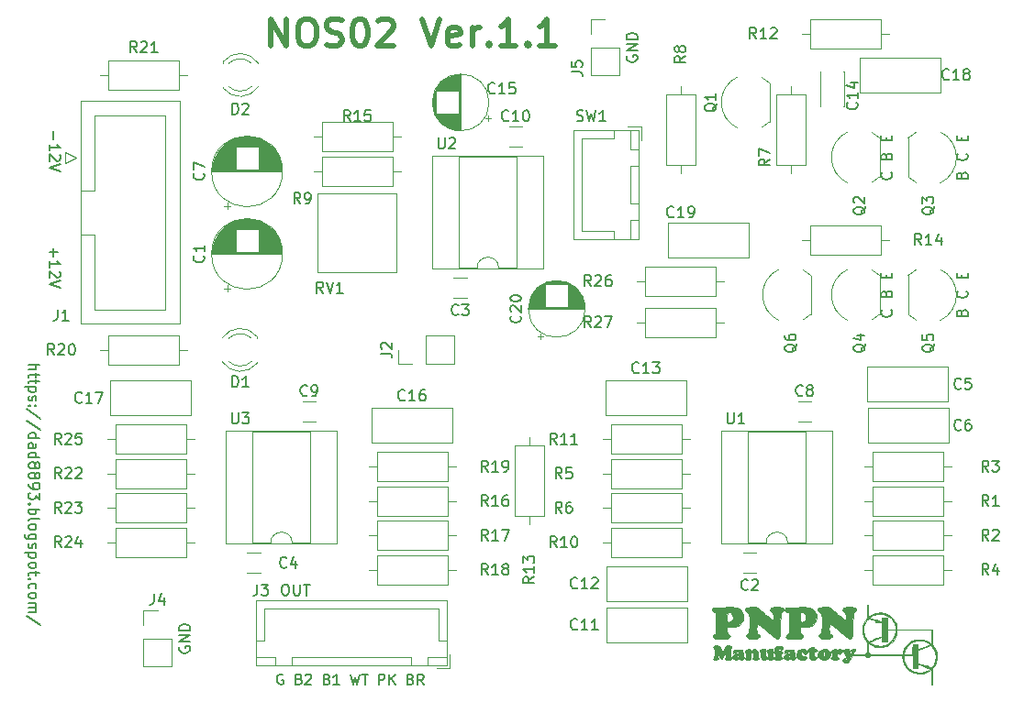
<source format=gto>
G04 #@! TF.GenerationSoftware,KiCad,Pcbnew,(5.1.10)-1*
G04 #@! TF.CreationDate,2022-02-08T11:58:22+09:00*
G04 #@! TF.ProjectId,NOS02_V1.1,4e4f5330-325f-4563-912e-312e6b696361,Ver. 1.1*
G04 #@! TF.SameCoordinates,Original*
G04 #@! TF.FileFunction,Legend,Top*
G04 #@! TF.FilePolarity,Positive*
%FSLAX46Y46*%
G04 Gerber Fmt 4.6, Leading zero omitted, Abs format (unit mm)*
G04 Created by KiCad (PCBNEW (5.1.10)-1) date 2022-02-08 11:58:22*
%MOMM*%
%LPD*%
G01*
G04 APERTURE LIST*
%ADD10C,0.150000*%
%ADD11C,0.500000*%
%ADD12C,0.120000*%
%ADD13C,0.010000*%
G04 APERTURE END LIST*
D10*
X98607619Y-92822619D02*
X99607619Y-92822619D01*
X98607619Y-93251190D02*
X99131428Y-93251190D01*
X99226666Y-93203571D01*
X99274285Y-93108333D01*
X99274285Y-92965476D01*
X99226666Y-92870238D01*
X99179047Y-92822619D01*
X99274285Y-93584523D02*
X99274285Y-93965476D01*
X99607619Y-93727380D02*
X98750476Y-93727380D01*
X98655238Y-93775000D01*
X98607619Y-93870238D01*
X98607619Y-93965476D01*
X99274285Y-94155952D02*
X99274285Y-94536904D01*
X99607619Y-94298809D02*
X98750476Y-94298809D01*
X98655238Y-94346428D01*
X98607619Y-94441666D01*
X98607619Y-94536904D01*
X99274285Y-94870238D02*
X98274285Y-94870238D01*
X99226666Y-94870238D02*
X99274285Y-94965476D01*
X99274285Y-95155952D01*
X99226666Y-95251190D01*
X99179047Y-95298809D01*
X99083809Y-95346428D01*
X98798095Y-95346428D01*
X98702857Y-95298809D01*
X98655238Y-95251190D01*
X98607619Y-95155952D01*
X98607619Y-94965476D01*
X98655238Y-94870238D01*
X98655238Y-95727380D02*
X98607619Y-95822619D01*
X98607619Y-96013095D01*
X98655238Y-96108333D01*
X98750476Y-96155952D01*
X98798095Y-96155952D01*
X98893333Y-96108333D01*
X98940952Y-96013095D01*
X98940952Y-95870238D01*
X98988571Y-95775000D01*
X99083809Y-95727380D01*
X99131428Y-95727380D01*
X99226666Y-95775000D01*
X99274285Y-95870238D01*
X99274285Y-96013095D01*
X99226666Y-96108333D01*
X98702857Y-96584523D02*
X98655238Y-96632142D01*
X98607619Y-96584523D01*
X98655238Y-96536904D01*
X98702857Y-96584523D01*
X98607619Y-96584523D01*
X99226666Y-96584523D02*
X99179047Y-96632142D01*
X99131428Y-96584523D01*
X99179047Y-96536904D01*
X99226666Y-96584523D01*
X99131428Y-96584523D01*
X99655238Y-97775000D02*
X98369523Y-96917857D01*
X99655238Y-98822619D02*
X98369523Y-97965476D01*
X98607619Y-99584523D02*
X99607619Y-99584523D01*
X98655238Y-99584523D02*
X98607619Y-99489285D01*
X98607619Y-99298809D01*
X98655238Y-99203571D01*
X98702857Y-99155952D01*
X98798095Y-99108333D01*
X99083809Y-99108333D01*
X99179047Y-99155952D01*
X99226666Y-99203571D01*
X99274285Y-99298809D01*
X99274285Y-99489285D01*
X99226666Y-99584523D01*
X98607619Y-100489285D02*
X99131428Y-100489285D01*
X99226666Y-100441666D01*
X99274285Y-100346428D01*
X99274285Y-100155952D01*
X99226666Y-100060714D01*
X98655238Y-100489285D02*
X98607619Y-100394047D01*
X98607619Y-100155952D01*
X98655238Y-100060714D01*
X98750476Y-100013095D01*
X98845714Y-100013095D01*
X98940952Y-100060714D01*
X98988571Y-100155952D01*
X98988571Y-100394047D01*
X99036190Y-100489285D01*
X98607619Y-101394047D02*
X99607619Y-101394047D01*
X98655238Y-101394047D02*
X98607619Y-101298809D01*
X98607619Y-101108333D01*
X98655238Y-101013095D01*
X98702857Y-100965476D01*
X98798095Y-100917857D01*
X99083809Y-100917857D01*
X99179047Y-100965476D01*
X99226666Y-101013095D01*
X99274285Y-101108333D01*
X99274285Y-101298809D01*
X99226666Y-101394047D01*
X99179047Y-102013095D02*
X99226666Y-101917857D01*
X99274285Y-101870238D01*
X99369523Y-101822619D01*
X99417142Y-101822619D01*
X99512380Y-101870238D01*
X99560000Y-101917857D01*
X99607619Y-102013095D01*
X99607619Y-102203571D01*
X99560000Y-102298809D01*
X99512380Y-102346428D01*
X99417142Y-102394047D01*
X99369523Y-102394047D01*
X99274285Y-102346428D01*
X99226666Y-102298809D01*
X99179047Y-102203571D01*
X99179047Y-102013095D01*
X99131428Y-101917857D01*
X99083809Y-101870238D01*
X98988571Y-101822619D01*
X98798095Y-101822619D01*
X98702857Y-101870238D01*
X98655238Y-101917857D01*
X98607619Y-102013095D01*
X98607619Y-102203571D01*
X98655238Y-102298809D01*
X98702857Y-102346428D01*
X98798095Y-102394047D01*
X98988571Y-102394047D01*
X99083809Y-102346428D01*
X99131428Y-102298809D01*
X99179047Y-102203571D01*
X99179047Y-102965476D02*
X99226666Y-102870238D01*
X99274285Y-102822619D01*
X99369523Y-102775000D01*
X99417142Y-102775000D01*
X99512380Y-102822619D01*
X99560000Y-102870238D01*
X99607619Y-102965476D01*
X99607619Y-103155952D01*
X99560000Y-103251190D01*
X99512380Y-103298809D01*
X99417142Y-103346428D01*
X99369523Y-103346428D01*
X99274285Y-103298809D01*
X99226666Y-103251190D01*
X99179047Y-103155952D01*
X99179047Y-102965476D01*
X99131428Y-102870238D01*
X99083809Y-102822619D01*
X98988571Y-102775000D01*
X98798095Y-102775000D01*
X98702857Y-102822619D01*
X98655238Y-102870238D01*
X98607619Y-102965476D01*
X98607619Y-103155952D01*
X98655238Y-103251190D01*
X98702857Y-103298809D01*
X98798095Y-103346428D01*
X98988571Y-103346428D01*
X99083809Y-103298809D01*
X99131428Y-103251190D01*
X99179047Y-103155952D01*
X98607619Y-103822619D02*
X98607619Y-104013095D01*
X98655238Y-104108333D01*
X98702857Y-104155952D01*
X98845714Y-104251190D01*
X99036190Y-104298809D01*
X99417142Y-104298809D01*
X99512380Y-104251190D01*
X99560000Y-104203571D01*
X99607619Y-104108333D01*
X99607619Y-103917857D01*
X99560000Y-103822619D01*
X99512380Y-103775000D01*
X99417142Y-103727380D01*
X99179047Y-103727380D01*
X99083809Y-103775000D01*
X99036190Y-103822619D01*
X98988571Y-103917857D01*
X98988571Y-104108333D01*
X99036190Y-104203571D01*
X99083809Y-104251190D01*
X99179047Y-104298809D01*
X99607619Y-104632142D02*
X99607619Y-105251190D01*
X99226666Y-104917857D01*
X99226666Y-105060714D01*
X99179047Y-105155952D01*
X99131428Y-105203571D01*
X99036190Y-105251190D01*
X98798095Y-105251190D01*
X98702857Y-105203571D01*
X98655238Y-105155952D01*
X98607619Y-105060714D01*
X98607619Y-104775000D01*
X98655238Y-104679761D01*
X98702857Y-104632142D01*
X98702857Y-105679761D02*
X98655238Y-105727380D01*
X98607619Y-105679761D01*
X98655238Y-105632142D01*
X98702857Y-105679761D01*
X98607619Y-105679761D01*
X98607619Y-106155952D02*
X99607619Y-106155952D01*
X99226666Y-106155952D02*
X99274285Y-106251190D01*
X99274285Y-106441666D01*
X99226666Y-106536904D01*
X99179047Y-106584523D01*
X99083809Y-106632142D01*
X98798095Y-106632142D01*
X98702857Y-106584523D01*
X98655238Y-106536904D01*
X98607619Y-106441666D01*
X98607619Y-106251190D01*
X98655238Y-106155952D01*
X98607619Y-107203571D02*
X98655238Y-107108333D01*
X98750476Y-107060714D01*
X99607619Y-107060714D01*
X98607619Y-107727380D02*
X98655238Y-107632142D01*
X98702857Y-107584523D01*
X98798095Y-107536904D01*
X99083809Y-107536904D01*
X99179047Y-107584523D01*
X99226666Y-107632142D01*
X99274285Y-107727380D01*
X99274285Y-107870238D01*
X99226666Y-107965476D01*
X99179047Y-108013095D01*
X99083809Y-108060714D01*
X98798095Y-108060714D01*
X98702857Y-108013095D01*
X98655238Y-107965476D01*
X98607619Y-107870238D01*
X98607619Y-107727380D01*
X99274285Y-108917857D02*
X98464761Y-108917857D01*
X98369523Y-108870238D01*
X98321904Y-108822619D01*
X98274285Y-108727380D01*
X98274285Y-108584523D01*
X98321904Y-108489285D01*
X98655238Y-108917857D02*
X98607619Y-108822619D01*
X98607619Y-108632142D01*
X98655238Y-108536904D01*
X98702857Y-108489285D01*
X98798095Y-108441666D01*
X99083809Y-108441666D01*
X99179047Y-108489285D01*
X99226666Y-108536904D01*
X99274285Y-108632142D01*
X99274285Y-108822619D01*
X99226666Y-108917857D01*
X98655238Y-109346428D02*
X98607619Y-109441666D01*
X98607619Y-109632142D01*
X98655238Y-109727380D01*
X98750476Y-109775000D01*
X98798095Y-109775000D01*
X98893333Y-109727380D01*
X98940952Y-109632142D01*
X98940952Y-109489285D01*
X98988571Y-109394047D01*
X99083809Y-109346428D01*
X99131428Y-109346428D01*
X99226666Y-109394047D01*
X99274285Y-109489285D01*
X99274285Y-109632142D01*
X99226666Y-109727380D01*
X99274285Y-110203571D02*
X98274285Y-110203571D01*
X99226666Y-110203571D02*
X99274285Y-110298809D01*
X99274285Y-110489285D01*
X99226666Y-110584523D01*
X99179047Y-110632142D01*
X99083809Y-110679761D01*
X98798095Y-110679761D01*
X98702857Y-110632142D01*
X98655238Y-110584523D01*
X98607619Y-110489285D01*
X98607619Y-110298809D01*
X98655238Y-110203571D01*
X98607619Y-111251190D02*
X98655238Y-111155952D01*
X98702857Y-111108333D01*
X98798095Y-111060714D01*
X99083809Y-111060714D01*
X99179047Y-111108333D01*
X99226666Y-111155952D01*
X99274285Y-111251190D01*
X99274285Y-111394047D01*
X99226666Y-111489285D01*
X99179047Y-111536904D01*
X99083809Y-111584523D01*
X98798095Y-111584523D01*
X98702857Y-111536904D01*
X98655238Y-111489285D01*
X98607619Y-111394047D01*
X98607619Y-111251190D01*
X99274285Y-111870238D02*
X99274285Y-112251190D01*
X99607619Y-112013095D02*
X98750476Y-112013095D01*
X98655238Y-112060714D01*
X98607619Y-112155952D01*
X98607619Y-112251190D01*
X98702857Y-112584523D02*
X98655238Y-112632142D01*
X98607619Y-112584523D01*
X98655238Y-112536904D01*
X98702857Y-112584523D01*
X98607619Y-112584523D01*
X98655238Y-113489285D02*
X98607619Y-113394047D01*
X98607619Y-113203571D01*
X98655238Y-113108333D01*
X98702857Y-113060714D01*
X98798095Y-113013095D01*
X99083809Y-113013095D01*
X99179047Y-113060714D01*
X99226666Y-113108333D01*
X99274285Y-113203571D01*
X99274285Y-113394047D01*
X99226666Y-113489285D01*
X98607619Y-114060714D02*
X98655238Y-113965476D01*
X98702857Y-113917857D01*
X98798095Y-113870238D01*
X99083809Y-113870238D01*
X99179047Y-113917857D01*
X99226666Y-113965476D01*
X99274285Y-114060714D01*
X99274285Y-114203571D01*
X99226666Y-114298809D01*
X99179047Y-114346428D01*
X99083809Y-114394047D01*
X98798095Y-114394047D01*
X98702857Y-114346428D01*
X98655238Y-114298809D01*
X98607619Y-114203571D01*
X98607619Y-114060714D01*
X98607619Y-114822619D02*
X99274285Y-114822619D01*
X99179047Y-114822619D02*
X99226666Y-114870238D01*
X99274285Y-114965476D01*
X99274285Y-115108333D01*
X99226666Y-115203571D01*
X99131428Y-115251190D01*
X98607619Y-115251190D01*
X99131428Y-115251190D02*
X99226666Y-115298809D01*
X99274285Y-115394047D01*
X99274285Y-115536904D01*
X99226666Y-115632142D01*
X99131428Y-115679761D01*
X98607619Y-115679761D01*
X99655238Y-116870238D02*
X98369523Y-116013095D01*
X184713571Y-75302857D02*
X184761190Y-75160000D01*
X184808809Y-75112380D01*
X184904047Y-75064761D01*
X185046904Y-75064761D01*
X185142142Y-75112380D01*
X185189761Y-75160000D01*
X185237380Y-75255238D01*
X185237380Y-75636190D01*
X184237380Y-75636190D01*
X184237380Y-75302857D01*
X184285000Y-75207619D01*
X184332619Y-75160000D01*
X184427857Y-75112380D01*
X184523095Y-75112380D01*
X184618333Y-75160000D01*
X184665952Y-75207619D01*
X184713571Y-75302857D01*
X184713571Y-75636190D01*
X185142142Y-73302857D02*
X185189761Y-73350476D01*
X185237380Y-73493333D01*
X185237380Y-73588571D01*
X185189761Y-73731428D01*
X185094523Y-73826666D01*
X184999285Y-73874285D01*
X184808809Y-73921904D01*
X184665952Y-73921904D01*
X184475476Y-73874285D01*
X184380238Y-73826666D01*
X184285000Y-73731428D01*
X184237380Y-73588571D01*
X184237380Y-73493333D01*
X184285000Y-73350476D01*
X184332619Y-73302857D01*
X184713571Y-72112380D02*
X184713571Y-71779047D01*
X185237380Y-71636190D02*
X185237380Y-72112380D01*
X184237380Y-72112380D01*
X184237380Y-71636190D01*
X178157142Y-75064761D02*
X178204761Y-75112380D01*
X178252380Y-75255238D01*
X178252380Y-75350476D01*
X178204761Y-75493333D01*
X178109523Y-75588571D01*
X178014285Y-75636190D01*
X177823809Y-75683809D01*
X177680952Y-75683809D01*
X177490476Y-75636190D01*
X177395238Y-75588571D01*
X177300000Y-75493333D01*
X177252380Y-75350476D01*
X177252380Y-75255238D01*
X177300000Y-75112380D01*
X177347619Y-75064761D01*
X177728571Y-73540952D02*
X177776190Y-73398095D01*
X177823809Y-73350476D01*
X177919047Y-73302857D01*
X178061904Y-73302857D01*
X178157142Y-73350476D01*
X178204761Y-73398095D01*
X178252380Y-73493333D01*
X178252380Y-73874285D01*
X177252380Y-73874285D01*
X177252380Y-73540952D01*
X177300000Y-73445714D01*
X177347619Y-73398095D01*
X177442857Y-73350476D01*
X177538095Y-73350476D01*
X177633333Y-73398095D01*
X177680952Y-73445714D01*
X177728571Y-73540952D01*
X177728571Y-73874285D01*
X177728571Y-72112380D02*
X177728571Y-71779047D01*
X178252380Y-71636190D02*
X178252380Y-72112380D01*
X177252380Y-72112380D01*
X177252380Y-71636190D01*
X184713571Y-88002857D02*
X184761190Y-87860000D01*
X184808809Y-87812380D01*
X184904047Y-87764761D01*
X185046904Y-87764761D01*
X185142142Y-87812380D01*
X185189761Y-87860000D01*
X185237380Y-87955238D01*
X185237380Y-88336190D01*
X184237380Y-88336190D01*
X184237380Y-88002857D01*
X184285000Y-87907619D01*
X184332619Y-87860000D01*
X184427857Y-87812380D01*
X184523095Y-87812380D01*
X184618333Y-87860000D01*
X184665952Y-87907619D01*
X184713571Y-88002857D01*
X184713571Y-88336190D01*
X185142142Y-86002857D02*
X185189761Y-86050476D01*
X185237380Y-86193333D01*
X185237380Y-86288571D01*
X185189761Y-86431428D01*
X185094523Y-86526666D01*
X184999285Y-86574285D01*
X184808809Y-86621904D01*
X184665952Y-86621904D01*
X184475476Y-86574285D01*
X184380238Y-86526666D01*
X184285000Y-86431428D01*
X184237380Y-86288571D01*
X184237380Y-86193333D01*
X184285000Y-86050476D01*
X184332619Y-86002857D01*
X184713571Y-84812380D02*
X184713571Y-84479047D01*
X185237380Y-84336190D02*
X185237380Y-84812380D01*
X184237380Y-84812380D01*
X184237380Y-84336190D01*
X178157142Y-87764761D02*
X178204761Y-87812380D01*
X178252380Y-87955238D01*
X178252380Y-88050476D01*
X178204761Y-88193333D01*
X178109523Y-88288571D01*
X178014285Y-88336190D01*
X177823809Y-88383809D01*
X177680952Y-88383809D01*
X177490476Y-88336190D01*
X177395238Y-88288571D01*
X177300000Y-88193333D01*
X177252380Y-88050476D01*
X177252380Y-87955238D01*
X177300000Y-87812380D01*
X177347619Y-87764761D01*
X177728571Y-86240952D02*
X177776190Y-86098095D01*
X177823809Y-86050476D01*
X177919047Y-86002857D01*
X178061904Y-86002857D01*
X178157142Y-86050476D01*
X178204761Y-86098095D01*
X178252380Y-86193333D01*
X178252380Y-86574285D01*
X177252380Y-86574285D01*
X177252380Y-86240952D01*
X177300000Y-86145714D01*
X177347619Y-86098095D01*
X177442857Y-86050476D01*
X177538095Y-86050476D01*
X177633333Y-86098095D01*
X177680952Y-86145714D01*
X177728571Y-86240952D01*
X177728571Y-86574285D01*
X177728571Y-84812380D02*
X177728571Y-84479047D01*
X178252380Y-84336190D02*
X178252380Y-84812380D01*
X177252380Y-84812380D01*
X177252380Y-84336190D01*
X153805000Y-64261904D02*
X153757380Y-64357142D01*
X153757380Y-64500000D01*
X153805000Y-64642857D01*
X153900238Y-64738095D01*
X153995476Y-64785714D01*
X154185952Y-64833333D01*
X154328809Y-64833333D01*
X154519285Y-64785714D01*
X154614523Y-64738095D01*
X154709761Y-64642857D01*
X154757380Y-64500000D01*
X154757380Y-64404761D01*
X154709761Y-64261904D01*
X154662142Y-64214285D01*
X154328809Y-64214285D01*
X154328809Y-64404761D01*
X154757380Y-63785714D02*
X153757380Y-63785714D01*
X154757380Y-63214285D01*
X153757380Y-63214285D01*
X154757380Y-62738095D02*
X153757380Y-62738095D01*
X153757380Y-62500000D01*
X153805000Y-62357142D01*
X153900238Y-62261904D01*
X153995476Y-62214285D01*
X154185952Y-62166666D01*
X154328809Y-62166666D01*
X154519285Y-62214285D01*
X154614523Y-62261904D01*
X154709761Y-62357142D01*
X154757380Y-62500000D01*
X154757380Y-62738095D01*
X122190000Y-113117380D02*
X122380476Y-113117380D01*
X122475714Y-113165000D01*
X122570952Y-113260238D01*
X122618571Y-113450714D01*
X122618571Y-113784047D01*
X122570952Y-113974523D01*
X122475714Y-114069761D01*
X122380476Y-114117380D01*
X122190000Y-114117380D01*
X122094761Y-114069761D01*
X121999523Y-113974523D01*
X121951904Y-113784047D01*
X121951904Y-113450714D01*
X121999523Y-113260238D01*
X122094761Y-113165000D01*
X122190000Y-113117380D01*
X123047142Y-113117380D02*
X123047142Y-113926904D01*
X123094761Y-114022142D01*
X123142380Y-114069761D01*
X123237619Y-114117380D01*
X123428095Y-114117380D01*
X123523333Y-114069761D01*
X123570952Y-114022142D01*
X123618571Y-113926904D01*
X123618571Y-113117380D01*
X123951904Y-113117380D02*
X124523333Y-113117380D01*
X124237619Y-114117380D02*
X124237619Y-113117380D01*
X100893571Y-82058095D02*
X100893571Y-82820000D01*
X100512619Y-82439047D02*
X101274523Y-82439047D01*
X100512619Y-83820000D02*
X100512619Y-83248571D01*
X100512619Y-83534285D02*
X101512619Y-83534285D01*
X101369761Y-83439047D01*
X101274523Y-83343809D01*
X101226904Y-83248571D01*
X101417380Y-84200952D02*
X101465000Y-84248571D01*
X101512619Y-84343809D01*
X101512619Y-84581904D01*
X101465000Y-84677142D01*
X101417380Y-84724761D01*
X101322142Y-84772380D01*
X101226904Y-84772380D01*
X101084047Y-84724761D01*
X100512619Y-84153333D01*
X100512619Y-84772380D01*
X101512619Y-85058095D02*
X100512619Y-85391428D01*
X101512619Y-85724761D01*
X100893571Y-71263095D02*
X100893571Y-72025000D01*
X100512619Y-73025000D02*
X100512619Y-72453571D01*
X100512619Y-72739285D02*
X101512619Y-72739285D01*
X101369761Y-72644047D01*
X101274523Y-72548809D01*
X101226904Y-72453571D01*
X101417380Y-73405952D02*
X101465000Y-73453571D01*
X101512619Y-73548809D01*
X101512619Y-73786904D01*
X101465000Y-73882142D01*
X101417380Y-73929761D01*
X101322142Y-73977380D01*
X101226904Y-73977380D01*
X101084047Y-73929761D01*
X100512619Y-73358333D01*
X100512619Y-73977380D01*
X101512619Y-74263095D02*
X100512619Y-74596428D01*
X101512619Y-74929761D01*
X112530000Y-118871904D02*
X112482380Y-118967142D01*
X112482380Y-119110000D01*
X112530000Y-119252857D01*
X112625238Y-119348095D01*
X112720476Y-119395714D01*
X112910952Y-119443333D01*
X113053809Y-119443333D01*
X113244285Y-119395714D01*
X113339523Y-119348095D01*
X113434761Y-119252857D01*
X113482380Y-119110000D01*
X113482380Y-119014761D01*
X113434761Y-118871904D01*
X113387142Y-118824285D01*
X113053809Y-118824285D01*
X113053809Y-119014761D01*
X113482380Y-118395714D02*
X112482380Y-118395714D01*
X113482380Y-117824285D01*
X112482380Y-117824285D01*
X113482380Y-117348095D02*
X112482380Y-117348095D01*
X112482380Y-117110000D01*
X112530000Y-116967142D01*
X112625238Y-116871904D01*
X112720476Y-116824285D01*
X112910952Y-116776666D01*
X113053809Y-116776666D01*
X113244285Y-116824285D01*
X113339523Y-116871904D01*
X113434761Y-116967142D01*
X113482380Y-117110000D01*
X113482380Y-117348095D01*
X122049761Y-121445000D02*
X121959285Y-121399761D01*
X121823571Y-121399761D01*
X121687857Y-121445000D01*
X121597380Y-121535476D01*
X121552142Y-121625952D01*
X121506904Y-121806904D01*
X121506904Y-121942619D01*
X121552142Y-122123571D01*
X121597380Y-122214047D01*
X121687857Y-122304523D01*
X121823571Y-122349761D01*
X121914047Y-122349761D01*
X122049761Y-122304523D01*
X122095000Y-122259285D01*
X122095000Y-121942619D01*
X121914047Y-121942619D01*
X123542619Y-121852142D02*
X123678333Y-121897380D01*
X123723571Y-121942619D01*
X123768809Y-122033095D01*
X123768809Y-122168809D01*
X123723571Y-122259285D01*
X123678333Y-122304523D01*
X123587857Y-122349761D01*
X123225952Y-122349761D01*
X123225952Y-121399761D01*
X123542619Y-121399761D01*
X123633095Y-121445000D01*
X123678333Y-121490238D01*
X123723571Y-121580714D01*
X123723571Y-121671190D01*
X123678333Y-121761666D01*
X123633095Y-121806904D01*
X123542619Y-121852142D01*
X123225952Y-121852142D01*
X124130714Y-121490238D02*
X124175952Y-121445000D01*
X124266428Y-121399761D01*
X124492619Y-121399761D01*
X124583095Y-121445000D01*
X124628333Y-121490238D01*
X124673571Y-121580714D01*
X124673571Y-121671190D01*
X124628333Y-121806904D01*
X124085476Y-122349761D01*
X124673571Y-122349761D01*
X126121190Y-121852142D02*
X126256904Y-121897380D01*
X126302142Y-121942619D01*
X126347380Y-122033095D01*
X126347380Y-122168809D01*
X126302142Y-122259285D01*
X126256904Y-122304523D01*
X126166428Y-122349761D01*
X125804523Y-122349761D01*
X125804523Y-121399761D01*
X126121190Y-121399761D01*
X126211666Y-121445000D01*
X126256904Y-121490238D01*
X126302142Y-121580714D01*
X126302142Y-121671190D01*
X126256904Y-121761666D01*
X126211666Y-121806904D01*
X126121190Y-121852142D01*
X125804523Y-121852142D01*
X127252142Y-122349761D02*
X126709285Y-122349761D01*
X126980714Y-122349761D02*
X126980714Y-121399761D01*
X126890238Y-121535476D01*
X126799761Y-121625952D01*
X126709285Y-121671190D01*
X128292619Y-121399761D02*
X128518809Y-122349761D01*
X128699761Y-121671190D01*
X128880714Y-122349761D01*
X129106904Y-121399761D01*
X129333095Y-121399761D02*
X129875952Y-121399761D01*
X129604523Y-122349761D02*
X129604523Y-121399761D01*
X130916428Y-122349761D02*
X130916428Y-121399761D01*
X131278333Y-121399761D01*
X131368809Y-121445000D01*
X131414047Y-121490238D01*
X131459285Y-121580714D01*
X131459285Y-121716428D01*
X131414047Y-121806904D01*
X131368809Y-121852142D01*
X131278333Y-121897380D01*
X130916428Y-121897380D01*
X131866428Y-122349761D02*
X131866428Y-121399761D01*
X132409285Y-122349761D02*
X132002142Y-121806904D01*
X132409285Y-121399761D02*
X131866428Y-121942619D01*
X133856904Y-121852142D02*
X133992619Y-121897380D01*
X134037857Y-121942619D01*
X134083095Y-122033095D01*
X134083095Y-122168809D01*
X134037857Y-122259285D01*
X133992619Y-122304523D01*
X133902142Y-122349761D01*
X133540238Y-122349761D01*
X133540238Y-121399761D01*
X133856904Y-121399761D01*
X133947380Y-121445000D01*
X133992619Y-121490238D01*
X134037857Y-121580714D01*
X134037857Y-121671190D01*
X133992619Y-121761666D01*
X133947380Y-121806904D01*
X133856904Y-121852142D01*
X133540238Y-121852142D01*
X135033095Y-122349761D02*
X134716428Y-121897380D01*
X134490238Y-122349761D02*
X134490238Y-121399761D01*
X134852142Y-121399761D01*
X134942619Y-121445000D01*
X134987857Y-121490238D01*
X135033095Y-121580714D01*
X135033095Y-121716428D01*
X134987857Y-121806904D01*
X134942619Y-121852142D01*
X134852142Y-121897380D01*
X134490238Y-121897380D01*
D11*
X120949285Y-63360952D02*
X120949285Y-60860952D01*
X122377857Y-63360952D01*
X122377857Y-60860952D01*
X124044523Y-60860952D02*
X124520714Y-60860952D01*
X124758809Y-60980000D01*
X124996904Y-61218095D01*
X125115952Y-61694285D01*
X125115952Y-62527619D01*
X124996904Y-63003809D01*
X124758809Y-63241904D01*
X124520714Y-63360952D01*
X124044523Y-63360952D01*
X123806428Y-63241904D01*
X123568333Y-63003809D01*
X123449285Y-62527619D01*
X123449285Y-61694285D01*
X123568333Y-61218095D01*
X123806428Y-60980000D01*
X124044523Y-60860952D01*
X126068333Y-63241904D02*
X126425476Y-63360952D01*
X127020714Y-63360952D01*
X127258809Y-63241904D01*
X127377857Y-63122857D01*
X127496904Y-62884761D01*
X127496904Y-62646666D01*
X127377857Y-62408571D01*
X127258809Y-62289523D01*
X127020714Y-62170476D01*
X126544523Y-62051428D01*
X126306428Y-61932380D01*
X126187380Y-61813333D01*
X126068333Y-61575238D01*
X126068333Y-61337142D01*
X126187380Y-61099047D01*
X126306428Y-60980000D01*
X126544523Y-60860952D01*
X127139761Y-60860952D01*
X127496904Y-60980000D01*
X129044523Y-60860952D02*
X129282619Y-60860952D01*
X129520714Y-60980000D01*
X129639761Y-61099047D01*
X129758809Y-61337142D01*
X129877857Y-61813333D01*
X129877857Y-62408571D01*
X129758809Y-62884761D01*
X129639761Y-63122857D01*
X129520714Y-63241904D01*
X129282619Y-63360952D01*
X129044523Y-63360952D01*
X128806428Y-63241904D01*
X128687380Y-63122857D01*
X128568333Y-62884761D01*
X128449285Y-62408571D01*
X128449285Y-61813333D01*
X128568333Y-61337142D01*
X128687380Y-61099047D01*
X128806428Y-60980000D01*
X129044523Y-60860952D01*
X130830238Y-61099047D02*
X130949285Y-60980000D01*
X131187380Y-60860952D01*
X131782619Y-60860952D01*
X132020714Y-60980000D01*
X132139761Y-61099047D01*
X132258809Y-61337142D01*
X132258809Y-61575238D01*
X132139761Y-61932380D01*
X130711190Y-63360952D01*
X132258809Y-63360952D01*
X134877857Y-60860952D02*
X135711190Y-63360952D01*
X136544523Y-60860952D01*
X138330238Y-63241904D02*
X138092142Y-63360952D01*
X137615952Y-63360952D01*
X137377857Y-63241904D01*
X137258809Y-63003809D01*
X137258809Y-62051428D01*
X137377857Y-61813333D01*
X137615952Y-61694285D01*
X138092142Y-61694285D01*
X138330238Y-61813333D01*
X138449285Y-62051428D01*
X138449285Y-62289523D01*
X137258809Y-62527619D01*
X139520714Y-63360952D02*
X139520714Y-61694285D01*
X139520714Y-62170476D02*
X139639761Y-61932380D01*
X139758809Y-61813333D01*
X139996904Y-61694285D01*
X140235000Y-61694285D01*
X141068333Y-63122857D02*
X141187380Y-63241904D01*
X141068333Y-63360952D01*
X140949285Y-63241904D01*
X141068333Y-63122857D01*
X141068333Y-63360952D01*
X143568333Y-63360952D02*
X142139761Y-63360952D01*
X142854047Y-63360952D02*
X142854047Y-60860952D01*
X142615952Y-61218095D01*
X142377857Y-61456190D01*
X142139761Y-61575238D01*
X144639761Y-63122857D02*
X144758809Y-63241904D01*
X144639761Y-63360952D01*
X144520714Y-63241904D01*
X144639761Y-63122857D01*
X144639761Y-63360952D01*
X147139761Y-63360952D02*
X145711190Y-63360952D01*
X146425476Y-63360952D02*
X146425476Y-60860952D01*
X146187380Y-61218095D01*
X145949285Y-61456190D01*
X145711190Y-61575238D01*
D12*
G04 #@! TO.C,J2*
X132655000Y-92770000D02*
X132655000Y-91440000D01*
X133985000Y-92770000D02*
X132655000Y-92770000D01*
X135255000Y-92770000D02*
X135255000Y-90110000D01*
X135255000Y-90110000D02*
X137855000Y-90110000D01*
X135255000Y-92770000D02*
X137855000Y-92770000D01*
X137855000Y-92770000D02*
X137855000Y-90110000D01*
D13*
G04 #@! TO.C,G\u002A\u002A\u002A*
G36*
X176002990Y-114964301D02*
G01*
X176009521Y-114991300D01*
X176014470Y-115041050D01*
X176018014Y-115117442D01*
X176020332Y-115224364D01*
X176021601Y-115365705D01*
X176021999Y-115545355D01*
X176022000Y-115552072D01*
X176022080Y-115726022D01*
X176022523Y-115861881D01*
X176023634Y-115963888D01*
X176025718Y-116036286D01*
X176029078Y-116083315D01*
X176034020Y-116109217D01*
X176040848Y-116118232D01*
X176049867Y-116114603D01*
X176061382Y-116102569D01*
X176061524Y-116102405D01*
X176098171Y-116069024D01*
X176125024Y-116056833D01*
X176147808Y-116044316D01*
X176149000Y-116038675D01*
X176167462Y-116013567D01*
X176217524Y-115977411D01*
X176291201Y-115934160D01*
X176380506Y-115887766D01*
X176477452Y-115842182D01*
X176574056Y-115801362D01*
X176662329Y-115769258D01*
X176731407Y-115750391D01*
X176926025Y-115719875D01*
X177114249Y-115706814D01*
X177284393Y-115711642D01*
X177387250Y-115726054D01*
X177452367Y-115739197D01*
X177501726Y-115749128D01*
X177590031Y-115774227D01*
X177699142Y-115815941D01*
X177814348Y-115867852D01*
X177920938Y-115923540D01*
X177971682Y-115954177D01*
X178147844Y-116087801D01*
X178307798Y-116247745D01*
X178446413Y-116426590D01*
X178558560Y-116616916D01*
X178639106Y-116811304D01*
X178679427Y-116977583D01*
X178689701Y-117038933D01*
X178698106Y-117083416D01*
X178704974Y-117135225D01*
X178708547Y-117194411D01*
X178710167Y-117263072D01*
X180345234Y-117268494D01*
X181980302Y-117273916D01*
X181980648Y-118670916D01*
X182079608Y-118809132D01*
X182136043Y-118892839D01*
X182191868Y-118983942D01*
X182241199Y-119071936D01*
X182278149Y-119146317D01*
X182296831Y-119196581D01*
X182296906Y-119196926D01*
X182309232Y-119238035D01*
X182314841Y-119253000D01*
X182360737Y-119408152D01*
X182387312Y-119588601D01*
X182394378Y-119781878D01*
X182381747Y-119975518D01*
X182349229Y-120157051D01*
X182329552Y-120226828D01*
X182276547Y-120368630D01*
X182209729Y-120510492D01*
X182135447Y-120640815D01*
X182060052Y-120747997D01*
X182018779Y-120794525D01*
X181984557Y-120838924D01*
X181973851Y-120858025D01*
X181969975Y-120886854D01*
X181966526Y-120952937D01*
X181963601Y-121051192D01*
X181961295Y-121176542D01*
X181959706Y-121323907D01*
X181958929Y-121488208D01*
X181958987Y-121639541D01*
X181959256Y-121843806D01*
X181958771Y-122009281D01*
X181957414Y-122139503D01*
X181955063Y-122238010D01*
X181951599Y-122308341D01*
X181946902Y-122354033D01*
X181940852Y-122378625D01*
X181933664Y-122385666D01*
X181926105Y-122377883D01*
X181919996Y-122352160D01*
X181915204Y-122304940D01*
X181911596Y-122232663D01*
X181909039Y-122131770D01*
X181907399Y-121998703D01*
X181906543Y-121829904D01*
X181906333Y-121654828D01*
X181906333Y-120923990D01*
X181771590Y-121027264D01*
X181558570Y-121165385D01*
X181333175Y-121265401D01*
X181099599Y-121328161D01*
X180862035Y-121354518D01*
X180624676Y-121345321D01*
X180391714Y-121301423D01*
X180167344Y-121223673D01*
X179955757Y-121112923D01*
X179761148Y-120970024D01*
X179587709Y-120795827D01*
X179439634Y-120591183D01*
X179414733Y-120548964D01*
X179377264Y-120477329D01*
X179340692Y-120397698D01*
X179309714Y-120321580D01*
X179289028Y-120260487D01*
X179283211Y-120226666D01*
X179277432Y-120201484D01*
X179261490Y-120155193D01*
X179260735Y-120153202D01*
X179242889Y-120086005D01*
X179227350Y-119990790D01*
X179215899Y-119881868D01*
X179210311Y-119773550D01*
X179210040Y-119745125D01*
X179210074Y-119723958D01*
X179321855Y-119723958D01*
X179322564Y-119841703D01*
X179334143Y-119954665D01*
X179358857Y-120084605D01*
X179359845Y-120089083D01*
X179432778Y-120323125D01*
X179542405Y-120539762D01*
X179685233Y-120734903D01*
X179857769Y-120904451D01*
X180056521Y-121044315D01*
X180259142Y-121143102D01*
X180352826Y-121178537D01*
X180429284Y-121202158D01*
X180505476Y-121217896D01*
X180598362Y-121229680D01*
X180657500Y-121235423D01*
X180728718Y-121242681D01*
X180780716Y-121249304D01*
X180801600Y-121253657D01*
X180824863Y-121254576D01*
X180843934Y-121251361D01*
X180885493Y-121244942D01*
X180950272Y-121237586D01*
X180985583Y-121234261D01*
X181045898Y-121228400D01*
X181084223Y-121223524D01*
X181091417Y-121221690D01*
X181109368Y-121215940D01*
X181144333Y-121208771D01*
X181258910Y-121177207D01*
X181391652Y-121123351D01*
X181529507Y-121053504D01*
X181659422Y-120973969D01*
X181718853Y-120931374D01*
X181774525Y-120887787D01*
X181800213Y-120862110D01*
X181800035Y-120847164D01*
X181778106Y-120835772D01*
X181774461Y-120834397D01*
X181730026Y-120824128D01*
X181658243Y-120813955D01*
X181574049Y-120805966D01*
X181567667Y-120805514D01*
X181463250Y-120798098D01*
X181394084Y-120791581D01*
X181353193Y-120783816D01*
X181333605Y-120772658D01*
X181328346Y-120755961D01*
X181330333Y-120732486D01*
X181330216Y-120712155D01*
X181320538Y-120694579D01*
X181295481Y-120676758D01*
X181249224Y-120655693D01*
X181175949Y-120628383D01*
X181069834Y-120591828D01*
X181034000Y-120579715D01*
X180925027Y-120543582D01*
X180827869Y-120512548D01*
X180750702Y-120489135D01*
X180701705Y-120475868D01*
X180691038Y-120473881D01*
X180671732Y-120475564D01*
X180659598Y-120490243D01*
X180652859Y-120525759D01*
X180649735Y-120589955D01*
X180648705Y-120660583D01*
X180646917Y-120851083D01*
X180398208Y-120854357D01*
X180149500Y-120857632D01*
X180149500Y-119655166D01*
X179324000Y-119655166D01*
X179321855Y-119723958D01*
X179210074Y-119723958D01*
X179210185Y-119655166D01*
X176255920Y-119655166D01*
X176224709Y-119715523D01*
X176165967Y-119791018D01*
X176089451Y-119836799D01*
X176004679Y-119852629D01*
X175921170Y-119838267D01*
X175848445Y-119793476D01*
X175799714Y-119726185D01*
X175766014Y-119655166D01*
X174939743Y-119655166D01*
X174723085Y-119654902D01*
X174545548Y-119654039D01*
X174403922Y-119652474D01*
X174295000Y-119650103D01*
X174215570Y-119646821D01*
X174162424Y-119642526D01*
X174132353Y-119637114D01*
X174122147Y-119630480D01*
X174122292Y-119628708D01*
X174133743Y-119621647D01*
X174165084Y-119615865D01*
X174219535Y-119611260D01*
X174300313Y-119607727D01*
X174410638Y-119605164D01*
X174553729Y-119603465D01*
X174732804Y-119602528D01*
X174944264Y-119602250D01*
X175757417Y-119602250D01*
X175793337Y-119523067D01*
X175849457Y-119445089D01*
X175902572Y-119408923D01*
X175956043Y-119372516D01*
X175982613Y-119331716D01*
X175983068Y-119329356D01*
X175985227Y-119295102D01*
X175987037Y-119225748D01*
X175988401Y-119128526D01*
X175989222Y-119010670D01*
X175989334Y-118928987D01*
X176043167Y-118928987D01*
X176043167Y-119372159D01*
X176112201Y-119405079D01*
X176180256Y-119455526D01*
X176227355Y-119535431D01*
X176239636Y-119570500D01*
X176245498Y-119576697D01*
X176260873Y-119582047D01*
X176288597Y-119586610D01*
X176331507Y-119590447D01*
X176392439Y-119593617D01*
X176474232Y-119596182D01*
X176579720Y-119598200D01*
X176711742Y-119599734D01*
X176873134Y-119600843D01*
X177066732Y-119601587D01*
X177295375Y-119602027D01*
X177561897Y-119602223D01*
X177731729Y-119602250D01*
X179214013Y-119602250D01*
X179217941Y-119576680D01*
X179337181Y-119576680D01*
X179344942Y-119591513D01*
X179370736Y-119594942D01*
X179431845Y-119597946D01*
X179521253Y-119600336D01*
X179631942Y-119601920D01*
X179750628Y-119602507D01*
X180138917Y-119602765D01*
X180148262Y-119172886D01*
X180646917Y-119172886D01*
X180650681Y-119768568D01*
X180651709Y-119923325D01*
X180652737Y-120064141D01*
X180653720Y-120185499D01*
X180654608Y-120281884D01*
X180655354Y-120347780D01*
X180655910Y-120377671D01*
X180655973Y-120378698D01*
X180675648Y-120395589D01*
X180722166Y-120415243D01*
X180773917Y-120429855D01*
X180800726Y-120438237D01*
X180859511Y-120457956D01*
X180942311Y-120486303D01*
X181041169Y-120520569D01*
X181070185Y-120530696D01*
X181171071Y-120564601D01*
X181257407Y-120591058D01*
X181321549Y-120607918D01*
X181355853Y-120613031D01*
X181359172Y-120611964D01*
X181375088Y-120579966D01*
X181380404Y-120560201D01*
X181388669Y-120547866D01*
X181410037Y-120548093D01*
X181450059Y-120563054D01*
X181514283Y-120594922D01*
X181608260Y-120645871D01*
X181630133Y-120657996D01*
X181738448Y-120716477D01*
X181815402Y-120753738D01*
X181865189Y-120771533D01*
X181892006Y-120771615D01*
X181895723Y-120768962D01*
X181919637Y-120740523D01*
X181959624Y-120689191D01*
X182004975Y-120628833D01*
X182056662Y-120551767D01*
X182109816Y-120460846D01*
X182158051Y-120368309D01*
X182194980Y-120286398D01*
X182214067Y-120228118D01*
X182221451Y-120199074D01*
X182223833Y-120194916D01*
X182230684Y-120177942D01*
X182234529Y-120163166D01*
X182272656Y-119934787D01*
X182281294Y-119707360D01*
X182260670Y-119491168D01*
X182215923Y-119310675D01*
X182160802Y-119175146D01*
X182086745Y-119031174D01*
X182003189Y-118895550D01*
X181922339Y-118788261D01*
X181902462Y-118764804D01*
X181884694Y-118747616D01*
X181863953Y-118737736D01*
X181835156Y-118736206D01*
X181793220Y-118744066D01*
X181733062Y-118762358D01*
X181649600Y-118792121D01*
X181537752Y-118834397D01*
X181392434Y-118890226D01*
X181356000Y-118904227D01*
X181298273Y-118926246D01*
X181218282Y-118956572D01*
X181133750Y-118988487D01*
X181050955Y-119020149D01*
X180975250Y-119049917D01*
X180922776Y-119071441D01*
X180922083Y-119071740D01*
X180863701Y-119095230D01*
X180788383Y-119123368D01*
X180752750Y-119136035D01*
X180646917Y-119172886D01*
X180148262Y-119172886D01*
X180160083Y-118629153D01*
X180382333Y-118627779D01*
X180476813Y-118627919D01*
X180556336Y-118629384D01*
X180610835Y-118631911D01*
X180628918Y-118634235D01*
X180641491Y-118658345D01*
X180648612Y-118721649D01*
X180650402Y-118825414D01*
X180650085Y-118854321D01*
X180649925Y-118946077D01*
X180652046Y-119022225D01*
X180656044Y-119072652D01*
X180659405Y-119086766D01*
X180683103Y-119087596D01*
X180738682Y-119074074D01*
X180818999Y-119048258D01*
X180913405Y-119013565D01*
X181023757Y-118971091D01*
X181158643Y-118919473D01*
X181302973Y-118864470D01*
X181441655Y-118811843D01*
X181477708Y-118798208D01*
X181585858Y-118756771D01*
X181678600Y-118720145D01*
X181749348Y-118691021D01*
X181791514Y-118672089D01*
X181800500Y-118666388D01*
X181782772Y-118641391D01*
X181734905Y-118602736D01*
X181664875Y-118555190D01*
X181580658Y-118503516D01*
X181490229Y-118452481D01*
X181401564Y-118406850D01*
X181322639Y-118371388D01*
X181281917Y-118356542D01*
X181193835Y-118330014D01*
X181119916Y-118312001D01*
X181046884Y-118300575D01*
X180961466Y-118293811D01*
X180850385Y-118289780D01*
X180816250Y-118288956D01*
X180697348Y-118288132D01*
X180604235Y-118293149D01*
X180520554Y-118305855D01*
X180429951Y-118328097D01*
X180403500Y-118335596D01*
X180292280Y-118373028D01*
X180174636Y-118421423D01*
X180063337Y-118474794D01*
X179971153Y-118527154D01*
X179924821Y-118560011D01*
X179765104Y-118706592D01*
X179626034Y-118864748D01*
X179516240Y-119024317D01*
X179489185Y-119073083D01*
X179446872Y-119163518D01*
X179408240Y-119262534D01*
X179375621Y-119361744D01*
X179351350Y-119452763D01*
X179337759Y-119527203D01*
X179337181Y-119576680D01*
X179217941Y-119576680D01*
X179225395Y-119528166D01*
X179235485Y-119468819D01*
X179248597Y-119407547D01*
X179268322Y-119327083D01*
X179341349Y-119118986D01*
X179450954Y-118917342D01*
X179591383Y-118728870D01*
X179756879Y-118560289D01*
X179941689Y-118418319D01*
X180139383Y-118309979D01*
X180383873Y-118223976D01*
X180634208Y-118177888D01*
X180885802Y-118171120D01*
X181134073Y-118203080D01*
X181374437Y-118273174D01*
X181602310Y-118380809D01*
X181813108Y-118525390D01*
X181815003Y-118526929D01*
X181924756Y-118616252D01*
X181925083Y-117971542D01*
X181924757Y-117778026D01*
X181923478Y-117623602D01*
X181921121Y-117505039D01*
X181917560Y-117419103D01*
X181912671Y-117362563D01*
X181906327Y-117332186D01*
X181899996Y-117324535D01*
X181875206Y-117324126D01*
X181811431Y-117323661D01*
X181712019Y-117323151D01*
X181580318Y-117322607D01*
X181419677Y-117322041D01*
X181233443Y-117321464D01*
X181024966Y-117320885D01*
X180797593Y-117320317D01*
X180554673Y-117319771D01*
X180299553Y-117319257D01*
X180292375Y-117319244D01*
X178710167Y-117316250D01*
X178708426Y-117390333D01*
X178692385Y-117549858D01*
X178654166Y-117723445D01*
X178598319Y-117892329D01*
X178571204Y-117956249D01*
X178445201Y-118181859D01*
X178286309Y-118382355D01*
X178097795Y-118554635D01*
X177882930Y-118695598D01*
X177702087Y-118780648D01*
X177607114Y-118817623D01*
X177531492Y-118843675D01*
X177463436Y-118861032D01*
X177391161Y-118871925D01*
X177302884Y-118878582D01*
X177186818Y-118883235D01*
X177154417Y-118884273D01*
X177022890Y-118886327D01*
X176919929Y-118882354D01*
X176832058Y-118871318D01*
X176749166Y-118853054D01*
X176526162Y-118779584D01*
X176316955Y-118676582D01*
X176111044Y-118538695D01*
X176069625Y-118506691D01*
X176060536Y-118507591D01*
X176053670Y-118529321D01*
X176048764Y-118576081D01*
X176045554Y-118652066D01*
X176043778Y-118761474D01*
X176043173Y-118908503D01*
X176043167Y-118928987D01*
X175989334Y-118928987D01*
X175989403Y-118879410D01*
X175989369Y-118859092D01*
X175988493Y-118435610D01*
X176162344Y-118435610D01*
X176162402Y-118436690D01*
X176183969Y-118458744D01*
X176231471Y-118494347D01*
X176290765Y-118533333D01*
X176491271Y-118644148D01*
X176683152Y-118719909D01*
X176876545Y-118763514D01*
X177081587Y-118777857D01*
X177143833Y-118776982D01*
X177245224Y-118772712D01*
X177338431Y-118766712D01*
X177410451Y-118759918D01*
X177438942Y-118755683D01*
X177621300Y-118701254D01*
X177807464Y-118612199D01*
X177987714Y-118494008D01*
X178151071Y-118353416D01*
X178315877Y-118166825D01*
X178441329Y-117969153D01*
X178530011Y-117755069D01*
X178584512Y-117519242D01*
X178595194Y-117437958D01*
X178600961Y-117373370D01*
X178597549Y-117340080D01*
X178581471Y-117327435D01*
X178558235Y-117325065D01*
X178520878Y-117324252D01*
X178449622Y-117323154D01*
X178352899Y-117321886D01*
X178239141Y-117320560D01*
X178165123Y-117319773D01*
X177821162Y-117316250D01*
X177819561Y-117379750D01*
X177819064Y-117419137D01*
X177818573Y-117493722D01*
X177818117Y-117596368D01*
X177817725Y-117719940D01*
X177817427Y-117857301D01*
X177817341Y-117914208D01*
X177816723Y-118385166D01*
X177318431Y-118385166D01*
X177318046Y-118182802D01*
X177316873Y-118094638D01*
X177314037Y-118023611D01*
X177310030Y-117979516D01*
X177307398Y-117970175D01*
X177284602Y-117973063D01*
X177232165Y-117989411D01*
X177159419Y-118016150D01*
X177119942Y-118031809D01*
X177042642Y-118062914D01*
X176935926Y-118105493D01*
X176809797Y-118155573D01*
X176674255Y-118209183D01*
X176548035Y-118258918D01*
X176425143Y-118308486D01*
X176319769Y-118353410D01*
X176237272Y-118391219D01*
X176183010Y-118419442D01*
X176162344Y-118435610D01*
X175988493Y-118435610D01*
X175988488Y-118433434D01*
X175904702Y-118337609D01*
X175808258Y-118210457D01*
X175717607Y-118060205D01*
X175640186Y-117901317D01*
X175583428Y-117748255D01*
X175564616Y-117676083D01*
X175536512Y-117497348D01*
X175525018Y-117311591D01*
X175525638Y-117292823D01*
X175636915Y-117292823D01*
X175637133Y-117324667D01*
X175641270Y-117435401D01*
X175651427Y-117529814D01*
X175670453Y-117626276D01*
X175701199Y-117743155D01*
X175703080Y-117749812D01*
X175735828Y-117842056D01*
X175782865Y-117944112D01*
X175839575Y-118048850D01*
X175901339Y-118149142D01*
X175963540Y-118237858D01*
X176021559Y-118307870D01*
X176070780Y-118352048D01*
X176100905Y-118364000D01*
X176129303Y-118356533D01*
X176189961Y-118335833D01*
X176275860Y-118304455D01*
X176379980Y-118264949D01*
X176472796Y-118228767D01*
X176675323Y-118149002D01*
X176841944Y-118083618D01*
X176976076Y-118031318D01*
X177081138Y-117990806D01*
X177160547Y-117960784D01*
X177217719Y-117939957D01*
X177256074Y-117927027D01*
X177279028Y-117920697D01*
X177287895Y-117919500D01*
X177294757Y-117919169D01*
X177300446Y-117915782D01*
X177305059Y-117905741D01*
X177308693Y-117885452D01*
X177311444Y-117851318D01*
X177313408Y-117799743D01*
X177314682Y-117727132D01*
X177315364Y-117629890D01*
X177315548Y-117504419D01*
X177315333Y-117347126D01*
X177314814Y-117154413D01*
X177314149Y-116942042D01*
X177313167Y-116631334D01*
X177202042Y-116610090D01*
X177114028Y-116596379D01*
X177002555Y-116583251D01*
X176886455Y-116572566D01*
X176784561Y-116566185D01*
X176747482Y-116565205D01*
X176715285Y-116559988D01*
X176712171Y-116536719D01*
X176720740Y-116511284D01*
X176730186Y-116471067D01*
X176711660Y-116448103D01*
X176683174Y-116435483D01*
X176627590Y-116415272D01*
X176551240Y-116388938D01*
X176466053Y-116360419D01*
X176383958Y-116333653D01*
X176316885Y-116312578D01*
X176276762Y-116301130D01*
X176274843Y-116300699D01*
X176234060Y-116288139D01*
X176176853Y-116266447D01*
X176167630Y-116262643D01*
X176122587Y-116246606D01*
X176087252Y-116245871D01*
X176052627Y-116265200D01*
X176009713Y-116309351D01*
X175956498Y-116374333D01*
X175818418Y-116580268D01*
X175718606Y-116803547D01*
X175657844Y-117041841D01*
X175636915Y-117292823D01*
X175525638Y-117292823D01*
X175530805Y-117136636D01*
X175541232Y-117053635D01*
X175552359Y-116983804D01*
X175560055Y-116929393D01*
X175562201Y-116908791D01*
X175575334Y-116884150D01*
X175582277Y-116882333D01*
X175591377Y-116869040D01*
X175587510Y-116860239D01*
X175586898Y-116826693D01*
X175595044Y-116812614D01*
X175614208Y-116783974D01*
X175616667Y-116776500D01*
X175630204Y-116721847D01*
X175663924Y-116643146D01*
X175712333Y-116550010D01*
X175769940Y-116452051D01*
X175831252Y-116358879D01*
X175890778Y-116280106D01*
X175917813Y-116249483D01*
X175931640Y-116234017D01*
X175942538Y-116216834D01*
X175950862Y-116193050D01*
X175952760Y-116182078D01*
X176149000Y-116182078D01*
X176167987Y-116193952D01*
X176220111Y-116215722D01*
X176298116Y-116244613D01*
X176394746Y-116277852D01*
X176429458Y-116289294D01*
X176533304Y-116323231D01*
X176623735Y-116352914D01*
X176692598Y-116375656D01*
X176731735Y-116388771D01*
X176736375Y-116390395D01*
X176759184Y-116382488D01*
X176762833Y-116367263D01*
X176768063Y-116338814D01*
X176787139Y-116327803D01*
X176825144Y-116335520D01*
X176887158Y-116363254D01*
X176978262Y-116412291D01*
X177009189Y-116429739D01*
X177122751Y-116494589D01*
X177203997Y-116539165D01*
X177258297Y-116562478D01*
X177291022Y-116563540D01*
X177307540Y-116541363D01*
X177313221Y-116494960D01*
X177313434Y-116423342D01*
X177313167Y-116373809D01*
X177313167Y-116162666D01*
X177816705Y-116162666D01*
X177818170Y-116644208D01*
X177818628Y-116786987D01*
X177819098Y-116919169D01*
X177819550Y-117033628D01*
X177819955Y-117123238D01*
X177820284Y-117180870D01*
X177820401Y-117194541D01*
X177821167Y-117263333D01*
X178608704Y-117263333D01*
X178595980Y-117162791D01*
X178575681Y-117024122D01*
X178551799Y-116912177D01*
X178520167Y-116811349D01*
X178476614Y-116706032D01*
X178470150Y-116691833D01*
X178353237Y-116484039D01*
X178204465Y-116296023D01*
X178029649Y-116133188D01*
X177834601Y-116000939D01*
X177625136Y-115904682D01*
X177622385Y-115903707D01*
X177379465Y-115839762D01*
X177132861Y-115817178D01*
X176886827Y-115835735D01*
X176645612Y-115895211D01*
X176477083Y-115963354D01*
X176390717Y-116007743D01*
X176306691Y-116056686D01*
X176233222Y-116104705D01*
X176178527Y-116146322D01*
X176150823Y-116176059D01*
X176149000Y-116182078D01*
X175952760Y-116182078D01*
X175956965Y-116157782D01*
X175961205Y-116106145D01*
X175963936Y-116033256D01*
X175965513Y-115934231D01*
X175966292Y-115804186D01*
X175966627Y-115638238D01*
X175966698Y-115577441D01*
X175967261Y-115392244D01*
X175968605Y-115245562D01*
X175970901Y-115133583D01*
X175974321Y-115052493D01*
X175979037Y-114998480D01*
X175985221Y-114967730D01*
X175993044Y-114956429D01*
X175994697Y-114956166D01*
X176002990Y-114964301D01*
G37*
X176002990Y-114964301D02*
X176009521Y-114991300D01*
X176014470Y-115041050D01*
X176018014Y-115117442D01*
X176020332Y-115224364D01*
X176021601Y-115365705D01*
X176021999Y-115545355D01*
X176022000Y-115552072D01*
X176022080Y-115726022D01*
X176022523Y-115861881D01*
X176023634Y-115963888D01*
X176025718Y-116036286D01*
X176029078Y-116083315D01*
X176034020Y-116109217D01*
X176040848Y-116118232D01*
X176049867Y-116114603D01*
X176061382Y-116102569D01*
X176061524Y-116102405D01*
X176098171Y-116069024D01*
X176125024Y-116056833D01*
X176147808Y-116044316D01*
X176149000Y-116038675D01*
X176167462Y-116013567D01*
X176217524Y-115977411D01*
X176291201Y-115934160D01*
X176380506Y-115887766D01*
X176477452Y-115842182D01*
X176574056Y-115801362D01*
X176662329Y-115769258D01*
X176731407Y-115750391D01*
X176926025Y-115719875D01*
X177114249Y-115706814D01*
X177284393Y-115711642D01*
X177387250Y-115726054D01*
X177452367Y-115739197D01*
X177501726Y-115749128D01*
X177590031Y-115774227D01*
X177699142Y-115815941D01*
X177814348Y-115867852D01*
X177920938Y-115923540D01*
X177971682Y-115954177D01*
X178147844Y-116087801D01*
X178307798Y-116247745D01*
X178446413Y-116426590D01*
X178558560Y-116616916D01*
X178639106Y-116811304D01*
X178679427Y-116977583D01*
X178689701Y-117038933D01*
X178698106Y-117083416D01*
X178704974Y-117135225D01*
X178708547Y-117194411D01*
X178710167Y-117263072D01*
X180345234Y-117268494D01*
X181980302Y-117273916D01*
X181980648Y-118670916D01*
X182079608Y-118809132D01*
X182136043Y-118892839D01*
X182191868Y-118983942D01*
X182241199Y-119071936D01*
X182278149Y-119146317D01*
X182296831Y-119196581D01*
X182296906Y-119196926D01*
X182309232Y-119238035D01*
X182314841Y-119253000D01*
X182360737Y-119408152D01*
X182387312Y-119588601D01*
X182394378Y-119781878D01*
X182381747Y-119975518D01*
X182349229Y-120157051D01*
X182329552Y-120226828D01*
X182276547Y-120368630D01*
X182209729Y-120510492D01*
X182135447Y-120640815D01*
X182060052Y-120747997D01*
X182018779Y-120794525D01*
X181984557Y-120838924D01*
X181973851Y-120858025D01*
X181969975Y-120886854D01*
X181966526Y-120952937D01*
X181963601Y-121051192D01*
X181961295Y-121176542D01*
X181959706Y-121323907D01*
X181958929Y-121488208D01*
X181958987Y-121639541D01*
X181959256Y-121843806D01*
X181958771Y-122009281D01*
X181957414Y-122139503D01*
X181955063Y-122238010D01*
X181951599Y-122308341D01*
X181946902Y-122354033D01*
X181940852Y-122378625D01*
X181933664Y-122385666D01*
X181926105Y-122377883D01*
X181919996Y-122352160D01*
X181915204Y-122304940D01*
X181911596Y-122232663D01*
X181909039Y-122131770D01*
X181907399Y-121998703D01*
X181906543Y-121829904D01*
X181906333Y-121654828D01*
X181906333Y-120923990D01*
X181771590Y-121027264D01*
X181558570Y-121165385D01*
X181333175Y-121265401D01*
X181099599Y-121328161D01*
X180862035Y-121354518D01*
X180624676Y-121345321D01*
X180391714Y-121301423D01*
X180167344Y-121223673D01*
X179955757Y-121112923D01*
X179761148Y-120970024D01*
X179587709Y-120795827D01*
X179439634Y-120591183D01*
X179414733Y-120548964D01*
X179377264Y-120477329D01*
X179340692Y-120397698D01*
X179309714Y-120321580D01*
X179289028Y-120260487D01*
X179283211Y-120226666D01*
X179277432Y-120201484D01*
X179261490Y-120155193D01*
X179260735Y-120153202D01*
X179242889Y-120086005D01*
X179227350Y-119990790D01*
X179215899Y-119881868D01*
X179210311Y-119773550D01*
X179210040Y-119745125D01*
X179210074Y-119723958D01*
X179321855Y-119723958D01*
X179322564Y-119841703D01*
X179334143Y-119954665D01*
X179358857Y-120084605D01*
X179359845Y-120089083D01*
X179432778Y-120323125D01*
X179542405Y-120539762D01*
X179685233Y-120734903D01*
X179857769Y-120904451D01*
X180056521Y-121044315D01*
X180259142Y-121143102D01*
X180352826Y-121178537D01*
X180429284Y-121202158D01*
X180505476Y-121217896D01*
X180598362Y-121229680D01*
X180657500Y-121235423D01*
X180728718Y-121242681D01*
X180780716Y-121249304D01*
X180801600Y-121253657D01*
X180824863Y-121254576D01*
X180843934Y-121251361D01*
X180885493Y-121244942D01*
X180950272Y-121237586D01*
X180985583Y-121234261D01*
X181045898Y-121228400D01*
X181084223Y-121223524D01*
X181091417Y-121221690D01*
X181109368Y-121215940D01*
X181144333Y-121208771D01*
X181258910Y-121177207D01*
X181391652Y-121123351D01*
X181529507Y-121053504D01*
X181659422Y-120973969D01*
X181718853Y-120931374D01*
X181774525Y-120887787D01*
X181800213Y-120862110D01*
X181800035Y-120847164D01*
X181778106Y-120835772D01*
X181774461Y-120834397D01*
X181730026Y-120824128D01*
X181658243Y-120813955D01*
X181574049Y-120805966D01*
X181567667Y-120805514D01*
X181463250Y-120798098D01*
X181394084Y-120791581D01*
X181353193Y-120783816D01*
X181333605Y-120772658D01*
X181328346Y-120755961D01*
X181330333Y-120732486D01*
X181330216Y-120712155D01*
X181320538Y-120694579D01*
X181295481Y-120676758D01*
X181249224Y-120655693D01*
X181175949Y-120628383D01*
X181069834Y-120591828D01*
X181034000Y-120579715D01*
X180925027Y-120543582D01*
X180827869Y-120512548D01*
X180750702Y-120489135D01*
X180701705Y-120475868D01*
X180691038Y-120473881D01*
X180671732Y-120475564D01*
X180659598Y-120490243D01*
X180652859Y-120525759D01*
X180649735Y-120589955D01*
X180648705Y-120660583D01*
X180646917Y-120851083D01*
X180398208Y-120854357D01*
X180149500Y-120857632D01*
X180149500Y-119655166D01*
X179324000Y-119655166D01*
X179321855Y-119723958D01*
X179210074Y-119723958D01*
X179210185Y-119655166D01*
X176255920Y-119655166D01*
X176224709Y-119715523D01*
X176165967Y-119791018D01*
X176089451Y-119836799D01*
X176004679Y-119852629D01*
X175921170Y-119838267D01*
X175848445Y-119793476D01*
X175799714Y-119726185D01*
X175766014Y-119655166D01*
X174939743Y-119655166D01*
X174723085Y-119654902D01*
X174545548Y-119654039D01*
X174403922Y-119652474D01*
X174295000Y-119650103D01*
X174215570Y-119646821D01*
X174162424Y-119642526D01*
X174132353Y-119637114D01*
X174122147Y-119630480D01*
X174122292Y-119628708D01*
X174133743Y-119621647D01*
X174165084Y-119615865D01*
X174219535Y-119611260D01*
X174300313Y-119607727D01*
X174410638Y-119605164D01*
X174553729Y-119603465D01*
X174732804Y-119602528D01*
X174944264Y-119602250D01*
X175757417Y-119602250D01*
X175793337Y-119523067D01*
X175849457Y-119445089D01*
X175902572Y-119408923D01*
X175956043Y-119372516D01*
X175982613Y-119331716D01*
X175983068Y-119329356D01*
X175985227Y-119295102D01*
X175987037Y-119225748D01*
X175988401Y-119128526D01*
X175989222Y-119010670D01*
X175989334Y-118928987D01*
X176043167Y-118928987D01*
X176043167Y-119372159D01*
X176112201Y-119405079D01*
X176180256Y-119455526D01*
X176227355Y-119535431D01*
X176239636Y-119570500D01*
X176245498Y-119576697D01*
X176260873Y-119582047D01*
X176288597Y-119586610D01*
X176331507Y-119590447D01*
X176392439Y-119593617D01*
X176474232Y-119596182D01*
X176579720Y-119598200D01*
X176711742Y-119599734D01*
X176873134Y-119600843D01*
X177066732Y-119601587D01*
X177295375Y-119602027D01*
X177561897Y-119602223D01*
X177731729Y-119602250D01*
X179214013Y-119602250D01*
X179217941Y-119576680D01*
X179337181Y-119576680D01*
X179344942Y-119591513D01*
X179370736Y-119594942D01*
X179431845Y-119597946D01*
X179521253Y-119600336D01*
X179631942Y-119601920D01*
X179750628Y-119602507D01*
X180138917Y-119602765D01*
X180148262Y-119172886D01*
X180646917Y-119172886D01*
X180650681Y-119768568D01*
X180651709Y-119923325D01*
X180652737Y-120064141D01*
X180653720Y-120185499D01*
X180654608Y-120281884D01*
X180655354Y-120347780D01*
X180655910Y-120377671D01*
X180655973Y-120378698D01*
X180675648Y-120395589D01*
X180722166Y-120415243D01*
X180773917Y-120429855D01*
X180800726Y-120438237D01*
X180859511Y-120457956D01*
X180942311Y-120486303D01*
X181041169Y-120520569D01*
X181070185Y-120530696D01*
X181171071Y-120564601D01*
X181257407Y-120591058D01*
X181321549Y-120607918D01*
X181355853Y-120613031D01*
X181359172Y-120611964D01*
X181375088Y-120579966D01*
X181380404Y-120560201D01*
X181388669Y-120547866D01*
X181410037Y-120548093D01*
X181450059Y-120563054D01*
X181514283Y-120594922D01*
X181608260Y-120645871D01*
X181630133Y-120657996D01*
X181738448Y-120716477D01*
X181815402Y-120753738D01*
X181865189Y-120771533D01*
X181892006Y-120771615D01*
X181895723Y-120768962D01*
X181919637Y-120740523D01*
X181959624Y-120689191D01*
X182004975Y-120628833D01*
X182056662Y-120551767D01*
X182109816Y-120460846D01*
X182158051Y-120368309D01*
X182194980Y-120286398D01*
X182214067Y-120228118D01*
X182221451Y-120199074D01*
X182223833Y-120194916D01*
X182230684Y-120177942D01*
X182234529Y-120163166D01*
X182272656Y-119934787D01*
X182281294Y-119707360D01*
X182260670Y-119491168D01*
X182215923Y-119310675D01*
X182160802Y-119175146D01*
X182086745Y-119031174D01*
X182003189Y-118895550D01*
X181922339Y-118788261D01*
X181902462Y-118764804D01*
X181884694Y-118747616D01*
X181863953Y-118737736D01*
X181835156Y-118736206D01*
X181793220Y-118744066D01*
X181733062Y-118762358D01*
X181649600Y-118792121D01*
X181537752Y-118834397D01*
X181392434Y-118890226D01*
X181356000Y-118904227D01*
X181298273Y-118926246D01*
X181218282Y-118956572D01*
X181133750Y-118988487D01*
X181050955Y-119020149D01*
X180975250Y-119049917D01*
X180922776Y-119071441D01*
X180922083Y-119071740D01*
X180863701Y-119095230D01*
X180788383Y-119123368D01*
X180752750Y-119136035D01*
X180646917Y-119172886D01*
X180148262Y-119172886D01*
X180160083Y-118629153D01*
X180382333Y-118627779D01*
X180476813Y-118627919D01*
X180556336Y-118629384D01*
X180610835Y-118631911D01*
X180628918Y-118634235D01*
X180641491Y-118658345D01*
X180648612Y-118721649D01*
X180650402Y-118825414D01*
X180650085Y-118854321D01*
X180649925Y-118946077D01*
X180652046Y-119022225D01*
X180656044Y-119072652D01*
X180659405Y-119086766D01*
X180683103Y-119087596D01*
X180738682Y-119074074D01*
X180818999Y-119048258D01*
X180913405Y-119013565D01*
X181023757Y-118971091D01*
X181158643Y-118919473D01*
X181302973Y-118864470D01*
X181441655Y-118811843D01*
X181477708Y-118798208D01*
X181585858Y-118756771D01*
X181678600Y-118720145D01*
X181749348Y-118691021D01*
X181791514Y-118672089D01*
X181800500Y-118666388D01*
X181782772Y-118641391D01*
X181734905Y-118602736D01*
X181664875Y-118555190D01*
X181580658Y-118503516D01*
X181490229Y-118452481D01*
X181401564Y-118406850D01*
X181322639Y-118371388D01*
X181281917Y-118356542D01*
X181193835Y-118330014D01*
X181119916Y-118312001D01*
X181046884Y-118300575D01*
X180961466Y-118293811D01*
X180850385Y-118289780D01*
X180816250Y-118288956D01*
X180697348Y-118288132D01*
X180604235Y-118293149D01*
X180520554Y-118305855D01*
X180429951Y-118328097D01*
X180403500Y-118335596D01*
X180292280Y-118373028D01*
X180174636Y-118421423D01*
X180063337Y-118474794D01*
X179971153Y-118527154D01*
X179924821Y-118560011D01*
X179765104Y-118706592D01*
X179626034Y-118864748D01*
X179516240Y-119024317D01*
X179489185Y-119073083D01*
X179446872Y-119163518D01*
X179408240Y-119262534D01*
X179375621Y-119361744D01*
X179351350Y-119452763D01*
X179337759Y-119527203D01*
X179337181Y-119576680D01*
X179217941Y-119576680D01*
X179225395Y-119528166D01*
X179235485Y-119468819D01*
X179248597Y-119407547D01*
X179268322Y-119327083D01*
X179341349Y-119118986D01*
X179450954Y-118917342D01*
X179591383Y-118728870D01*
X179756879Y-118560289D01*
X179941689Y-118418319D01*
X180139383Y-118309979D01*
X180383873Y-118223976D01*
X180634208Y-118177888D01*
X180885802Y-118171120D01*
X181134073Y-118203080D01*
X181374437Y-118273174D01*
X181602310Y-118380809D01*
X181813108Y-118525390D01*
X181815003Y-118526929D01*
X181924756Y-118616252D01*
X181925083Y-117971542D01*
X181924757Y-117778026D01*
X181923478Y-117623602D01*
X181921121Y-117505039D01*
X181917560Y-117419103D01*
X181912671Y-117362563D01*
X181906327Y-117332186D01*
X181899996Y-117324535D01*
X181875206Y-117324126D01*
X181811431Y-117323661D01*
X181712019Y-117323151D01*
X181580318Y-117322607D01*
X181419677Y-117322041D01*
X181233443Y-117321464D01*
X181024966Y-117320885D01*
X180797593Y-117320317D01*
X180554673Y-117319771D01*
X180299553Y-117319257D01*
X180292375Y-117319244D01*
X178710167Y-117316250D01*
X178708426Y-117390333D01*
X178692385Y-117549858D01*
X178654166Y-117723445D01*
X178598319Y-117892329D01*
X178571204Y-117956249D01*
X178445201Y-118181859D01*
X178286309Y-118382355D01*
X178097795Y-118554635D01*
X177882930Y-118695598D01*
X177702087Y-118780648D01*
X177607114Y-118817623D01*
X177531492Y-118843675D01*
X177463436Y-118861032D01*
X177391161Y-118871925D01*
X177302884Y-118878582D01*
X177186818Y-118883235D01*
X177154417Y-118884273D01*
X177022890Y-118886327D01*
X176919929Y-118882354D01*
X176832058Y-118871318D01*
X176749166Y-118853054D01*
X176526162Y-118779584D01*
X176316955Y-118676582D01*
X176111044Y-118538695D01*
X176069625Y-118506691D01*
X176060536Y-118507591D01*
X176053670Y-118529321D01*
X176048764Y-118576081D01*
X176045554Y-118652066D01*
X176043778Y-118761474D01*
X176043173Y-118908503D01*
X176043167Y-118928987D01*
X175989334Y-118928987D01*
X175989403Y-118879410D01*
X175989369Y-118859092D01*
X175988493Y-118435610D01*
X176162344Y-118435610D01*
X176162402Y-118436690D01*
X176183969Y-118458744D01*
X176231471Y-118494347D01*
X176290765Y-118533333D01*
X176491271Y-118644148D01*
X176683152Y-118719909D01*
X176876545Y-118763514D01*
X177081587Y-118777857D01*
X177143833Y-118776982D01*
X177245224Y-118772712D01*
X177338431Y-118766712D01*
X177410451Y-118759918D01*
X177438942Y-118755683D01*
X177621300Y-118701254D01*
X177807464Y-118612199D01*
X177987714Y-118494008D01*
X178151071Y-118353416D01*
X178315877Y-118166825D01*
X178441329Y-117969153D01*
X178530011Y-117755069D01*
X178584512Y-117519242D01*
X178595194Y-117437958D01*
X178600961Y-117373370D01*
X178597549Y-117340080D01*
X178581471Y-117327435D01*
X178558235Y-117325065D01*
X178520878Y-117324252D01*
X178449622Y-117323154D01*
X178352899Y-117321886D01*
X178239141Y-117320560D01*
X178165123Y-117319773D01*
X177821162Y-117316250D01*
X177819561Y-117379750D01*
X177819064Y-117419137D01*
X177818573Y-117493722D01*
X177818117Y-117596368D01*
X177817725Y-117719940D01*
X177817427Y-117857301D01*
X177817341Y-117914208D01*
X177816723Y-118385166D01*
X177318431Y-118385166D01*
X177318046Y-118182802D01*
X177316873Y-118094638D01*
X177314037Y-118023611D01*
X177310030Y-117979516D01*
X177307398Y-117970175D01*
X177284602Y-117973063D01*
X177232165Y-117989411D01*
X177159419Y-118016150D01*
X177119942Y-118031809D01*
X177042642Y-118062914D01*
X176935926Y-118105493D01*
X176809797Y-118155573D01*
X176674255Y-118209183D01*
X176548035Y-118258918D01*
X176425143Y-118308486D01*
X176319769Y-118353410D01*
X176237272Y-118391219D01*
X176183010Y-118419442D01*
X176162344Y-118435610D01*
X175988493Y-118435610D01*
X175988488Y-118433434D01*
X175904702Y-118337609D01*
X175808258Y-118210457D01*
X175717607Y-118060205D01*
X175640186Y-117901317D01*
X175583428Y-117748255D01*
X175564616Y-117676083D01*
X175536512Y-117497348D01*
X175525018Y-117311591D01*
X175525638Y-117292823D01*
X175636915Y-117292823D01*
X175637133Y-117324667D01*
X175641270Y-117435401D01*
X175651427Y-117529814D01*
X175670453Y-117626276D01*
X175701199Y-117743155D01*
X175703080Y-117749812D01*
X175735828Y-117842056D01*
X175782865Y-117944112D01*
X175839575Y-118048850D01*
X175901339Y-118149142D01*
X175963540Y-118237858D01*
X176021559Y-118307870D01*
X176070780Y-118352048D01*
X176100905Y-118364000D01*
X176129303Y-118356533D01*
X176189961Y-118335833D01*
X176275860Y-118304455D01*
X176379980Y-118264949D01*
X176472796Y-118228767D01*
X176675323Y-118149002D01*
X176841944Y-118083618D01*
X176976076Y-118031318D01*
X177081138Y-117990806D01*
X177160547Y-117960784D01*
X177217719Y-117939957D01*
X177256074Y-117927027D01*
X177279028Y-117920697D01*
X177287895Y-117919500D01*
X177294757Y-117919169D01*
X177300446Y-117915782D01*
X177305059Y-117905741D01*
X177308693Y-117885452D01*
X177311444Y-117851318D01*
X177313408Y-117799743D01*
X177314682Y-117727132D01*
X177315364Y-117629890D01*
X177315548Y-117504419D01*
X177315333Y-117347126D01*
X177314814Y-117154413D01*
X177314149Y-116942042D01*
X177313167Y-116631334D01*
X177202042Y-116610090D01*
X177114028Y-116596379D01*
X177002555Y-116583251D01*
X176886455Y-116572566D01*
X176784561Y-116566185D01*
X176747482Y-116565205D01*
X176715285Y-116559988D01*
X176712171Y-116536719D01*
X176720740Y-116511284D01*
X176730186Y-116471067D01*
X176711660Y-116448103D01*
X176683174Y-116435483D01*
X176627590Y-116415272D01*
X176551240Y-116388938D01*
X176466053Y-116360419D01*
X176383958Y-116333653D01*
X176316885Y-116312578D01*
X176276762Y-116301130D01*
X176274843Y-116300699D01*
X176234060Y-116288139D01*
X176176853Y-116266447D01*
X176167630Y-116262643D01*
X176122587Y-116246606D01*
X176087252Y-116245871D01*
X176052627Y-116265200D01*
X176009713Y-116309351D01*
X175956498Y-116374333D01*
X175818418Y-116580268D01*
X175718606Y-116803547D01*
X175657844Y-117041841D01*
X175636915Y-117292823D01*
X175525638Y-117292823D01*
X175530805Y-117136636D01*
X175541232Y-117053635D01*
X175552359Y-116983804D01*
X175560055Y-116929393D01*
X175562201Y-116908791D01*
X175575334Y-116884150D01*
X175582277Y-116882333D01*
X175591377Y-116869040D01*
X175587510Y-116860239D01*
X175586898Y-116826693D01*
X175595044Y-116812614D01*
X175614208Y-116783974D01*
X175616667Y-116776500D01*
X175630204Y-116721847D01*
X175663924Y-116643146D01*
X175712333Y-116550010D01*
X175769940Y-116452051D01*
X175831252Y-116358879D01*
X175890778Y-116280106D01*
X175917813Y-116249483D01*
X175931640Y-116234017D01*
X175942538Y-116216834D01*
X175950862Y-116193050D01*
X175952760Y-116182078D01*
X176149000Y-116182078D01*
X176167987Y-116193952D01*
X176220111Y-116215722D01*
X176298116Y-116244613D01*
X176394746Y-116277852D01*
X176429458Y-116289294D01*
X176533304Y-116323231D01*
X176623735Y-116352914D01*
X176692598Y-116375656D01*
X176731735Y-116388771D01*
X176736375Y-116390395D01*
X176759184Y-116382488D01*
X176762833Y-116367263D01*
X176768063Y-116338814D01*
X176787139Y-116327803D01*
X176825144Y-116335520D01*
X176887158Y-116363254D01*
X176978262Y-116412291D01*
X177009189Y-116429739D01*
X177122751Y-116494589D01*
X177203997Y-116539165D01*
X177258297Y-116562478D01*
X177291022Y-116563540D01*
X177307540Y-116541363D01*
X177313221Y-116494960D01*
X177313434Y-116423342D01*
X177313167Y-116373809D01*
X177313167Y-116162666D01*
X177816705Y-116162666D01*
X177818170Y-116644208D01*
X177818628Y-116786987D01*
X177819098Y-116919169D01*
X177819550Y-117033628D01*
X177819955Y-117123238D01*
X177820284Y-117180870D01*
X177820401Y-117194541D01*
X177821167Y-117263333D01*
X178608704Y-117263333D01*
X178595980Y-117162791D01*
X178575681Y-117024122D01*
X178551799Y-116912177D01*
X178520167Y-116811349D01*
X178476614Y-116706032D01*
X178470150Y-116691833D01*
X178353237Y-116484039D01*
X178204465Y-116296023D01*
X178029649Y-116133188D01*
X177834601Y-116000939D01*
X177625136Y-115904682D01*
X177622385Y-115903707D01*
X177379465Y-115839762D01*
X177132861Y-115817178D01*
X176886827Y-115835735D01*
X176645612Y-115895211D01*
X176477083Y-115963354D01*
X176390717Y-116007743D01*
X176306691Y-116056686D01*
X176233222Y-116104705D01*
X176178527Y-116146322D01*
X176150823Y-116176059D01*
X176149000Y-116182078D01*
X175952760Y-116182078D01*
X175956965Y-116157782D01*
X175961205Y-116106145D01*
X175963936Y-116033256D01*
X175965513Y-115934231D01*
X175966292Y-115804186D01*
X175966627Y-115638238D01*
X175966698Y-115577441D01*
X175967261Y-115392244D01*
X175968605Y-115245562D01*
X175970901Y-115133583D01*
X175974321Y-115052493D01*
X175979037Y-114998480D01*
X175985221Y-114967730D01*
X175993044Y-114956429D01*
X175994697Y-114956166D01*
X176002990Y-114964301D01*
G36*
X174830999Y-119102306D02*
G01*
X174881377Y-119154400D01*
X174853237Y-119234210D01*
X174797965Y-119292690D01*
X174708409Y-119404915D01*
X174616009Y-119577738D01*
X174558903Y-119716076D01*
X174438103Y-119978724D01*
X174298185Y-120172910D01*
X174144227Y-120294461D01*
X173981308Y-120339205D01*
X173834018Y-120311511D01*
X173739147Y-120244362D01*
X173695464Y-120187691D01*
X173673957Y-120110081D01*
X173714625Y-120037358D01*
X173735030Y-120015970D01*
X173825378Y-119944110D01*
X173894702Y-119946677D01*
X173965706Y-120025601D01*
X173972726Y-120036167D01*
X174043278Y-120120099D01*
X174095072Y-120137194D01*
X174116886Y-120084242D01*
X174117000Y-120077443D01*
X174096823Y-120000548D01*
X174043954Y-119873913D01*
X173969886Y-119720022D01*
X173886110Y-119561356D01*
X173804121Y-119420399D01*
X173735411Y-119319635D01*
X173720874Y-119302505D01*
X173661344Y-119231937D01*
X173658090Y-119190568D01*
X173709366Y-119145932D01*
X173712341Y-119143755D01*
X173806030Y-119108484D01*
X173946911Y-119088750D01*
X174099364Y-119085958D01*
X174227767Y-119101511D01*
X174280280Y-119121363D01*
X174317527Y-119188596D01*
X174311832Y-119239352D01*
X174311541Y-119327279D01*
X174350390Y-119407168D01*
X174409259Y-119451156D01*
X174453047Y-119445119D01*
X174486573Y-119376180D01*
X174479639Y-119274230D01*
X174475588Y-119168618D01*
X174521908Y-119109493D01*
X174631703Y-119085758D01*
X174704663Y-119083667D01*
X174830999Y-119102306D01*
G37*
X174830999Y-119102306D02*
X174881377Y-119154400D01*
X174853237Y-119234210D01*
X174797965Y-119292690D01*
X174708409Y-119404915D01*
X174616009Y-119577738D01*
X174558903Y-119716076D01*
X174438103Y-119978724D01*
X174298185Y-120172910D01*
X174144227Y-120294461D01*
X173981308Y-120339205D01*
X173834018Y-120311511D01*
X173739147Y-120244362D01*
X173695464Y-120187691D01*
X173673957Y-120110081D01*
X173714625Y-120037358D01*
X173735030Y-120015970D01*
X173825378Y-119944110D01*
X173894702Y-119946677D01*
X173965706Y-120025601D01*
X173972726Y-120036167D01*
X174043278Y-120120099D01*
X174095072Y-120137194D01*
X174116886Y-120084242D01*
X174117000Y-120077443D01*
X174096823Y-120000548D01*
X174043954Y-119873913D01*
X173969886Y-119720022D01*
X173886110Y-119561356D01*
X173804121Y-119420399D01*
X173735411Y-119319635D01*
X173720874Y-119302505D01*
X173661344Y-119231937D01*
X173658090Y-119190568D01*
X173709366Y-119145932D01*
X173712341Y-119143755D01*
X173806030Y-119108484D01*
X173946911Y-119088750D01*
X174099364Y-119085958D01*
X174227767Y-119101511D01*
X174280280Y-119121363D01*
X174317527Y-119188596D01*
X174311832Y-119239352D01*
X174311541Y-119327279D01*
X174350390Y-119407168D01*
X174409259Y-119451156D01*
X174453047Y-119445119D01*
X174486573Y-119376180D01*
X174479639Y-119274230D01*
X174475588Y-119168618D01*
X174521908Y-119109493D01*
X174631703Y-119085758D01*
X174704663Y-119083667D01*
X174830999Y-119102306D01*
G36*
X163276874Y-118751472D02*
G01*
X163372035Y-118767379D01*
X163382038Y-118770696D01*
X163439381Y-118829973D01*
X163440182Y-118919644D01*
X163396084Y-118992682D01*
X163365438Y-119068082D01*
X163348471Y-119202330D01*
X163344336Y-119370861D01*
X163352189Y-119549110D01*
X163371184Y-119712512D01*
X163400475Y-119836503D01*
X163426862Y-119886927D01*
X163473676Y-119948754D01*
X163456337Y-119986106D01*
X163412962Y-120011631D01*
X163314057Y-120040996D01*
X163176153Y-120054984D01*
X163029070Y-120053967D01*
X162902627Y-120038315D01*
X162826644Y-120008397D01*
X162822684Y-120004296D01*
X162805128Y-119933592D01*
X162838667Y-119869205D01*
X162877783Y-119783692D01*
X162896883Y-119679303D01*
X162895416Y-119583478D01*
X162872828Y-119523660D01*
X162845750Y-119517339D01*
X162800771Y-119562276D01*
X162736694Y-119661813D01*
X162677146Y-119774867D01*
X162610609Y-119899736D01*
X162552145Y-119986572D01*
X162518001Y-120015000D01*
X162479383Y-119979724D01*
X162418054Y-119886742D01*
X162346561Y-119755327D01*
X162338852Y-119739833D01*
X162268430Y-119605642D01*
X162208921Y-119507684D01*
X162172102Y-119465140D01*
X162169914Y-119464667D01*
X162142684Y-119500776D01*
X162133291Y-119589035D01*
X162139505Y-119699339D01*
X162159092Y-119801585D01*
X162189821Y-119865667D01*
X162200167Y-119872691D01*
X162257466Y-119926664D01*
X162247190Y-119994262D01*
X162196704Y-120031637D01*
X162083889Y-120055759D01*
X161955452Y-120057283D01*
X161842495Y-120038893D01*
X161776119Y-120003274D01*
X161771393Y-119994921D01*
X161779112Y-119918490D01*
X161815055Y-119864897D01*
X161852844Y-119782674D01*
X161877000Y-119641946D01*
X161887571Y-119467761D01*
X161884605Y-119285169D01*
X161868149Y-119119217D01*
X161838250Y-118994955D01*
X161813324Y-118950211D01*
X161767841Y-118864093D01*
X161798779Y-118799114D01*
X161899412Y-118760454D01*
X162063012Y-118753294D01*
X162068606Y-118753607D01*
X162183015Y-118763172D01*
X162258992Y-118786496D01*
X162319812Y-118840346D01*
X162388749Y-118941487D01*
X162435088Y-119017601D01*
X162516938Y-119145424D01*
X162586693Y-119240711D01*
X162629503Y-119283210D01*
X162629999Y-119283388D01*
X162671214Y-119257220D01*
X162726262Y-119174498D01*
X162752562Y-119121428D01*
X162845902Y-118937040D01*
X162933906Y-118821722D01*
X163030723Y-118762151D01*
X163150501Y-118745002D01*
X163152277Y-118745000D01*
X163276874Y-118751472D01*
G37*
X163276874Y-118751472D02*
X163372035Y-118767379D01*
X163382038Y-118770696D01*
X163439381Y-118829973D01*
X163440182Y-118919644D01*
X163396084Y-118992682D01*
X163365438Y-119068082D01*
X163348471Y-119202330D01*
X163344336Y-119370861D01*
X163352189Y-119549110D01*
X163371184Y-119712512D01*
X163400475Y-119836503D01*
X163426862Y-119886927D01*
X163473676Y-119948754D01*
X163456337Y-119986106D01*
X163412962Y-120011631D01*
X163314057Y-120040996D01*
X163176153Y-120054984D01*
X163029070Y-120053967D01*
X162902627Y-120038315D01*
X162826644Y-120008397D01*
X162822684Y-120004296D01*
X162805128Y-119933592D01*
X162838667Y-119869205D01*
X162877783Y-119783692D01*
X162896883Y-119679303D01*
X162895416Y-119583478D01*
X162872828Y-119523660D01*
X162845750Y-119517339D01*
X162800771Y-119562276D01*
X162736694Y-119661813D01*
X162677146Y-119774867D01*
X162610609Y-119899736D01*
X162552145Y-119986572D01*
X162518001Y-120015000D01*
X162479383Y-119979724D01*
X162418054Y-119886742D01*
X162346561Y-119755327D01*
X162338852Y-119739833D01*
X162268430Y-119605642D01*
X162208921Y-119507684D01*
X162172102Y-119465140D01*
X162169914Y-119464667D01*
X162142684Y-119500776D01*
X162133291Y-119589035D01*
X162139505Y-119699339D01*
X162159092Y-119801585D01*
X162189821Y-119865667D01*
X162200167Y-119872691D01*
X162257466Y-119926664D01*
X162247190Y-119994262D01*
X162196704Y-120031637D01*
X162083889Y-120055759D01*
X161955452Y-120057283D01*
X161842495Y-120038893D01*
X161776119Y-120003274D01*
X161771393Y-119994921D01*
X161779112Y-119918490D01*
X161815055Y-119864897D01*
X161852844Y-119782674D01*
X161877000Y-119641946D01*
X161887571Y-119467761D01*
X161884605Y-119285169D01*
X161868149Y-119119217D01*
X161838250Y-118994955D01*
X161813324Y-118950211D01*
X161767841Y-118864093D01*
X161798779Y-118799114D01*
X161899412Y-118760454D01*
X162063012Y-118753294D01*
X162068606Y-118753607D01*
X162183015Y-118763172D01*
X162258992Y-118786496D01*
X162319812Y-118840346D01*
X162388749Y-118941487D01*
X162435088Y-119017601D01*
X162516938Y-119145424D01*
X162586693Y-119240711D01*
X162629503Y-119283210D01*
X162629999Y-119283388D01*
X162671214Y-119257220D01*
X162726262Y-119174498D01*
X162752562Y-119121428D01*
X162845902Y-118937040D01*
X162933906Y-118821722D01*
X163030723Y-118762151D01*
X163150501Y-118745002D01*
X163152277Y-118745000D01*
X163276874Y-118751472D01*
G36*
X164287199Y-119122260D02*
G01*
X164410894Y-119181783D01*
X164480306Y-119295010D01*
X164506330Y-119473281D01*
X164507334Y-119530753D01*
X164515663Y-119679702D01*
X164544427Y-119765955D01*
X164581417Y-119801109D01*
X164623574Y-119835625D01*
X164613781Y-119875569D01*
X164545254Y-119943747D01*
X164536723Y-119951379D01*
X164404513Y-120034596D01*
X164277560Y-120054019D01*
X164178282Y-120007681D01*
X164118008Y-119979218D01*
X164026478Y-120004613D01*
X164019657Y-120007681D01*
X163839963Y-120054372D01*
X163684139Y-120019855D01*
X163595243Y-119953424D01*
X163515408Y-119860837D01*
X163500176Y-119787023D01*
X163516036Y-119758873D01*
X163923530Y-119758873D01*
X163966708Y-119827141D01*
X164019172Y-119845667D01*
X164071619Y-119809008D01*
X164084000Y-119739833D01*
X164058096Y-119658263D01*
X163999772Y-119631972D01*
X163938110Y-119672925D01*
X163934581Y-119678360D01*
X163923530Y-119758873D01*
X163516036Y-119758873D01*
X163548792Y-119700736D01*
X163587980Y-119653363D01*
X163693844Y-119567995D01*
X163841829Y-119524142D01*
X163884314Y-119518496D01*
X164006248Y-119499619D01*
X164065338Y-119470169D01*
X164083351Y-119416612D01*
X164084000Y-119394332D01*
X164058948Y-119297731D01*
X163991614Y-119267968D01*
X163893731Y-119306682D01*
X163830000Y-119358833D01*
X163723180Y-119434761D01*
X163637405Y-119448630D01*
X163587783Y-119402351D01*
X163583614Y-119327669D01*
X163638361Y-119229195D01*
X163763544Y-119156235D01*
X163947439Y-119113860D01*
X164098324Y-119105101D01*
X164287199Y-119122260D01*
G37*
X164287199Y-119122260D02*
X164410894Y-119181783D01*
X164480306Y-119295010D01*
X164506330Y-119473281D01*
X164507334Y-119530753D01*
X164515663Y-119679702D01*
X164544427Y-119765955D01*
X164581417Y-119801109D01*
X164623574Y-119835625D01*
X164613781Y-119875569D01*
X164545254Y-119943747D01*
X164536723Y-119951379D01*
X164404513Y-120034596D01*
X164277560Y-120054019D01*
X164178282Y-120007681D01*
X164118008Y-119979218D01*
X164026478Y-120004613D01*
X164019657Y-120007681D01*
X163839963Y-120054372D01*
X163684139Y-120019855D01*
X163595243Y-119953424D01*
X163515408Y-119860837D01*
X163500176Y-119787023D01*
X163516036Y-119758873D01*
X163923530Y-119758873D01*
X163966708Y-119827141D01*
X164019172Y-119845667D01*
X164071619Y-119809008D01*
X164084000Y-119739833D01*
X164058096Y-119658263D01*
X163999772Y-119631972D01*
X163938110Y-119672925D01*
X163934581Y-119678360D01*
X163923530Y-119758873D01*
X163516036Y-119758873D01*
X163548792Y-119700736D01*
X163587980Y-119653363D01*
X163693844Y-119567995D01*
X163841829Y-119524142D01*
X163884314Y-119518496D01*
X164006248Y-119499619D01*
X164065338Y-119470169D01*
X164083351Y-119416612D01*
X164084000Y-119394332D01*
X164058948Y-119297731D01*
X163991614Y-119267968D01*
X163893731Y-119306682D01*
X163830000Y-119358833D01*
X163723180Y-119434761D01*
X163637405Y-119448630D01*
X163587783Y-119402351D01*
X163583614Y-119327669D01*
X163638361Y-119229195D01*
X163763544Y-119156235D01*
X163947439Y-119113860D01*
X164098324Y-119105101D01*
X164287199Y-119122260D01*
G36*
X165693030Y-119121050D02*
G01*
X165797708Y-119226426D01*
X165854229Y-119389635D01*
X165862000Y-119492902D01*
X165876845Y-119649612D01*
X165913517Y-119799994D01*
X165923226Y-119825587D01*
X165959467Y-119924135D01*
X165956171Y-119976218D01*
X165910434Y-120011705D01*
X165904843Y-120014727D01*
X165804113Y-120043257D01*
X165664259Y-120055159D01*
X165522960Y-120050057D01*
X165417898Y-120027577D01*
X165402546Y-120019735D01*
X165367224Y-119971441D01*
X165391963Y-119896167D01*
X165426512Y-119784008D01*
X165437973Y-119642812D01*
X165427296Y-119505337D01*
X165395432Y-119404341D01*
X165377021Y-119381539D01*
X165303005Y-119345771D01*
X165255235Y-119385166D01*
X165232621Y-119501908D01*
X165232667Y-119670462D01*
X165234553Y-119822363D01*
X165226894Y-119943521D01*
X165212584Y-120004417D01*
X165151990Y-120036104D01*
X165039642Y-120053086D01*
X164907287Y-120054640D01*
X164786674Y-120040044D01*
X164719000Y-120015643D01*
X164678303Y-119970876D01*
X164699104Y-119905376D01*
X164708417Y-119889866D01*
X164745640Y-119783463D01*
X164760709Y-119642115D01*
X164754265Y-119497779D01*
X164726953Y-119382406D01*
X164697311Y-119337233D01*
X164659603Y-119271989D01*
X164704372Y-119209928D01*
X164829435Y-119153187D01*
X164908360Y-119130703D01*
X165055026Y-119096555D01*
X165138143Y-119088560D01*
X165175431Y-119109131D01*
X165184612Y-119160682D01*
X165184667Y-119168333D01*
X165199671Y-119237164D01*
X165220439Y-119253000D01*
X165272694Y-119224693D01*
X165332834Y-119168333D01*
X165445644Y-119099646D01*
X165547989Y-119083667D01*
X165693030Y-119121050D01*
G37*
X165693030Y-119121050D02*
X165797708Y-119226426D01*
X165854229Y-119389635D01*
X165862000Y-119492902D01*
X165876845Y-119649612D01*
X165913517Y-119799994D01*
X165923226Y-119825587D01*
X165959467Y-119924135D01*
X165956171Y-119976218D01*
X165910434Y-120011705D01*
X165904843Y-120014727D01*
X165804113Y-120043257D01*
X165664259Y-120055159D01*
X165522960Y-120050057D01*
X165417898Y-120027577D01*
X165402546Y-120019735D01*
X165367224Y-119971441D01*
X165391963Y-119896167D01*
X165426512Y-119784008D01*
X165437973Y-119642812D01*
X165427296Y-119505337D01*
X165395432Y-119404341D01*
X165377021Y-119381539D01*
X165303005Y-119345771D01*
X165255235Y-119385166D01*
X165232621Y-119501908D01*
X165232667Y-119670462D01*
X165234553Y-119822363D01*
X165226894Y-119943521D01*
X165212584Y-120004417D01*
X165151990Y-120036104D01*
X165039642Y-120053086D01*
X164907287Y-120054640D01*
X164786674Y-120040044D01*
X164719000Y-120015643D01*
X164678303Y-119970876D01*
X164699104Y-119905376D01*
X164708417Y-119889866D01*
X164745640Y-119783463D01*
X164760709Y-119642115D01*
X164754265Y-119497779D01*
X164726953Y-119382406D01*
X164697311Y-119337233D01*
X164659603Y-119271989D01*
X164704372Y-119209928D01*
X164829435Y-119153187D01*
X164908360Y-119130703D01*
X165055026Y-119096555D01*
X165138143Y-119088560D01*
X165175431Y-119109131D01*
X165184612Y-119160682D01*
X165184667Y-119168333D01*
X165199671Y-119237164D01*
X165220439Y-119253000D01*
X165272694Y-119224693D01*
X165332834Y-119168333D01*
X165445644Y-119099646D01*
X165547989Y-119083667D01*
X165693030Y-119121050D01*
G36*
X167948449Y-118800609D02*
G01*
X168087005Y-118845284D01*
X168168230Y-118924150D01*
X168182344Y-119012259D01*
X168136801Y-119092129D01*
X168043760Y-119118114D01*
X167923424Y-119087171D01*
X167873163Y-119058823D01*
X167773032Y-119013691D01*
X167719232Y-119029835D01*
X167718524Y-119079116D01*
X167775420Y-119142978D01*
X167868630Y-119205262D01*
X167976870Y-119249810D01*
X168021555Y-119259325D01*
X168107712Y-119298419D01*
X168145079Y-119365923D01*
X168129129Y-119433288D01*
X168055336Y-119471966D01*
X168055265Y-119471976D01*
X167987145Y-119496983D01*
X167963684Y-119562879D01*
X167963776Y-119623726D01*
X168008302Y-119773167D01*
X168069609Y-119845948D01*
X168135597Y-119907378D01*
X168139859Y-119946437D01*
X168086992Y-119993805D01*
X167988847Y-120032864D01*
X167840259Y-120053746D01*
X167673545Y-120056161D01*
X167521018Y-120039815D01*
X167414994Y-120004417D01*
X167408346Y-119999930D01*
X167336305Y-119964559D01*
X167258193Y-119981174D01*
X167220338Y-119999669D01*
X167093475Y-120043791D01*
X166963150Y-120055802D01*
X166857825Y-120036211D01*
X166808059Y-119992314D01*
X166781824Y-119950885D01*
X166735214Y-119960773D01*
X166683877Y-119992314D01*
X166536341Y-120048997D01*
X166382112Y-120045381D01*
X166253959Y-119982927D01*
X166243000Y-119972667D01*
X166190899Y-119897476D01*
X166164896Y-119789128D01*
X166158334Y-119637024D01*
X166146592Y-119454492D01*
X166109842Y-119342745D01*
X166090722Y-119318436D01*
X166044350Y-119236355D01*
X166075193Y-119167679D01*
X166176277Y-119116843D01*
X166340626Y-119088280D01*
X166459959Y-119083667D01*
X166581667Y-119083667D01*
X166581667Y-119417150D01*
X166591533Y-119630995D01*
X166620557Y-119768098D01*
X166667876Y-119826454D01*
X166732629Y-119804056D01*
X166743541Y-119793859D01*
X166779788Y-119710846D01*
X166792413Y-119582185D01*
X166782461Y-119443219D01*
X166750976Y-119329295D01*
X166728766Y-119294153D01*
X166686410Y-119233247D01*
X166708135Y-119187421D01*
X166730170Y-119168054D01*
X166809836Y-119131841D01*
X166936908Y-119102244D01*
X167006405Y-119093098D01*
X167216667Y-119072894D01*
X167216667Y-119432930D01*
X167224077Y-119650375D01*
X167248688Y-119791337D01*
X167294071Y-119862893D01*
X167363797Y-119872123D01*
X167425627Y-119847115D01*
X167486899Y-119779957D01*
X167517297Y-119679578D01*
X167516619Y-119574566D01*
X167484664Y-119493509D01*
X167428334Y-119464667D01*
X167357581Y-119434732D01*
X167343667Y-119380000D01*
X167361602Y-119311213D01*
X167386500Y-119295333D01*
X167409840Y-119257791D01*
X167406963Y-119157242D01*
X167403857Y-119136009D01*
X167408127Y-118989123D01*
X167478387Y-118885686D01*
X167619242Y-118821386D01*
X167765883Y-118797007D01*
X167948449Y-118800609D01*
G37*
X167948449Y-118800609D02*
X168087005Y-118845284D01*
X168168230Y-118924150D01*
X168182344Y-119012259D01*
X168136801Y-119092129D01*
X168043760Y-119118114D01*
X167923424Y-119087171D01*
X167873163Y-119058823D01*
X167773032Y-119013691D01*
X167719232Y-119029835D01*
X167718524Y-119079116D01*
X167775420Y-119142978D01*
X167868630Y-119205262D01*
X167976870Y-119249810D01*
X168021555Y-119259325D01*
X168107712Y-119298419D01*
X168145079Y-119365923D01*
X168129129Y-119433288D01*
X168055336Y-119471966D01*
X168055265Y-119471976D01*
X167987145Y-119496983D01*
X167963684Y-119562879D01*
X167963776Y-119623726D01*
X168008302Y-119773167D01*
X168069609Y-119845948D01*
X168135597Y-119907378D01*
X168139859Y-119946437D01*
X168086992Y-119993805D01*
X167988847Y-120032864D01*
X167840259Y-120053746D01*
X167673545Y-120056161D01*
X167521018Y-120039815D01*
X167414994Y-120004417D01*
X167408346Y-119999930D01*
X167336305Y-119964559D01*
X167258193Y-119981174D01*
X167220338Y-119999669D01*
X167093475Y-120043791D01*
X166963150Y-120055802D01*
X166857825Y-120036211D01*
X166808059Y-119992314D01*
X166781824Y-119950885D01*
X166735214Y-119960773D01*
X166683877Y-119992314D01*
X166536341Y-120048997D01*
X166382112Y-120045381D01*
X166253959Y-119982927D01*
X166243000Y-119972667D01*
X166190899Y-119897476D01*
X166164896Y-119789128D01*
X166158334Y-119637024D01*
X166146592Y-119454492D01*
X166109842Y-119342745D01*
X166090722Y-119318436D01*
X166044350Y-119236355D01*
X166075193Y-119167679D01*
X166176277Y-119116843D01*
X166340626Y-119088280D01*
X166459959Y-119083667D01*
X166581667Y-119083667D01*
X166581667Y-119417150D01*
X166591533Y-119630995D01*
X166620557Y-119768098D01*
X166667876Y-119826454D01*
X166732629Y-119804056D01*
X166743541Y-119793859D01*
X166779788Y-119710846D01*
X166792413Y-119582185D01*
X166782461Y-119443219D01*
X166750976Y-119329295D01*
X166728766Y-119294153D01*
X166686410Y-119233247D01*
X166708135Y-119187421D01*
X166730170Y-119168054D01*
X166809836Y-119131841D01*
X166936908Y-119102244D01*
X167006405Y-119093098D01*
X167216667Y-119072894D01*
X167216667Y-119432930D01*
X167224077Y-119650375D01*
X167248688Y-119791337D01*
X167294071Y-119862893D01*
X167363797Y-119872123D01*
X167425627Y-119847115D01*
X167486899Y-119779957D01*
X167517297Y-119679578D01*
X167516619Y-119574566D01*
X167484664Y-119493509D01*
X167428334Y-119464667D01*
X167357581Y-119434732D01*
X167343667Y-119380000D01*
X167361602Y-119311213D01*
X167386500Y-119295333D01*
X167409840Y-119257791D01*
X167406963Y-119157242D01*
X167403857Y-119136009D01*
X167408127Y-118989123D01*
X167478387Y-118885686D01*
X167619242Y-118821386D01*
X167765883Y-118797007D01*
X167948449Y-118800609D01*
G36*
X169028532Y-119122260D02*
G01*
X169152227Y-119181783D01*
X169221639Y-119295010D01*
X169247663Y-119473281D01*
X169248667Y-119530753D01*
X169256996Y-119679702D01*
X169285761Y-119765955D01*
X169322750Y-119801109D01*
X169364908Y-119835625D01*
X169355114Y-119875569D01*
X169286587Y-119943747D01*
X169278056Y-119951379D01*
X169145847Y-120034596D01*
X169018893Y-120054019D01*
X168919615Y-120007681D01*
X168859341Y-119979218D01*
X168767811Y-120004613D01*
X168760990Y-120007681D01*
X168581296Y-120054372D01*
X168425472Y-120019855D01*
X168336576Y-119953424D01*
X168256741Y-119860837D01*
X168241510Y-119787023D01*
X168257370Y-119758873D01*
X168664863Y-119758873D01*
X168708042Y-119827141D01*
X168760505Y-119845667D01*
X168812952Y-119809008D01*
X168825334Y-119739833D01*
X168799429Y-119658263D01*
X168741105Y-119631972D01*
X168679444Y-119672925D01*
X168675914Y-119678360D01*
X168664863Y-119758873D01*
X168257370Y-119758873D01*
X168290126Y-119700736D01*
X168329314Y-119653363D01*
X168435177Y-119567995D01*
X168583162Y-119524142D01*
X168625647Y-119518496D01*
X168747582Y-119499619D01*
X168806671Y-119470169D01*
X168824684Y-119416612D01*
X168825334Y-119394332D01*
X168800281Y-119297731D01*
X168732947Y-119267968D01*
X168635065Y-119306682D01*
X168571334Y-119358833D01*
X168464514Y-119434761D01*
X168378738Y-119448630D01*
X168329117Y-119402351D01*
X168324948Y-119327669D01*
X168379694Y-119229195D01*
X168504877Y-119156235D01*
X168688772Y-119113860D01*
X168839657Y-119105101D01*
X169028532Y-119122260D01*
G37*
X169028532Y-119122260D02*
X169152227Y-119181783D01*
X169221639Y-119295010D01*
X169247663Y-119473281D01*
X169248667Y-119530753D01*
X169256996Y-119679702D01*
X169285761Y-119765955D01*
X169322750Y-119801109D01*
X169364908Y-119835625D01*
X169355114Y-119875569D01*
X169286587Y-119943747D01*
X169278056Y-119951379D01*
X169145847Y-120034596D01*
X169018893Y-120054019D01*
X168919615Y-120007681D01*
X168859341Y-119979218D01*
X168767811Y-120004613D01*
X168760990Y-120007681D01*
X168581296Y-120054372D01*
X168425472Y-120019855D01*
X168336576Y-119953424D01*
X168256741Y-119860837D01*
X168241510Y-119787023D01*
X168257370Y-119758873D01*
X168664863Y-119758873D01*
X168708042Y-119827141D01*
X168760505Y-119845667D01*
X168812952Y-119809008D01*
X168825334Y-119739833D01*
X168799429Y-119658263D01*
X168741105Y-119631972D01*
X168679444Y-119672925D01*
X168675914Y-119678360D01*
X168664863Y-119758873D01*
X168257370Y-119758873D01*
X168290126Y-119700736D01*
X168329314Y-119653363D01*
X168435177Y-119567995D01*
X168583162Y-119524142D01*
X168625647Y-119518496D01*
X168747582Y-119499619D01*
X168806671Y-119470169D01*
X168824684Y-119416612D01*
X168825334Y-119394332D01*
X168800281Y-119297731D01*
X168732947Y-119267968D01*
X168635065Y-119306682D01*
X168571334Y-119358833D01*
X168464514Y-119434761D01*
X168378738Y-119448630D01*
X168329117Y-119402351D01*
X168324948Y-119327669D01*
X168379694Y-119229195D01*
X168504877Y-119156235D01*
X168688772Y-119113860D01*
X168839657Y-119105101D01*
X169028532Y-119122260D01*
G36*
X170104745Y-119099475D02*
G01*
X170267069Y-119147766D01*
X170378619Y-119231862D01*
X170412179Y-119293270D01*
X170417123Y-119408510D01*
X170366786Y-119494956D01*
X170283605Y-119542382D01*
X170190015Y-119540567D01*
X170108453Y-119479286D01*
X170086748Y-119441562D01*
X170019460Y-119357650D01*
X169950072Y-119346312D01*
X169874680Y-119392207D01*
X169848247Y-119486054D01*
X169874155Y-119604454D01*
X169904633Y-119660802D01*
X169959992Y-119726726D01*
X170030966Y-119754469D01*
X170149236Y-119755056D01*
X170171303Y-119753604D01*
X170315329Y-119760470D01*
X170385343Y-119800839D01*
X170378154Y-119866595D01*
X170290569Y-119949621D01*
X170256969Y-119971375D01*
X170075327Y-120039497D01*
X169871889Y-120050303D01*
X169684742Y-120002532D01*
X169661949Y-119991065D01*
X169517179Y-119870150D01*
X169438419Y-119712047D01*
X169428405Y-119535825D01*
X169489874Y-119360554D01*
X169558209Y-119268095D01*
X169665629Y-119167839D01*
X169775117Y-119116541D01*
X169911032Y-119094671D01*
X170104745Y-119099475D01*
G37*
X170104745Y-119099475D02*
X170267069Y-119147766D01*
X170378619Y-119231862D01*
X170412179Y-119293270D01*
X170417123Y-119408510D01*
X170366786Y-119494956D01*
X170283605Y-119542382D01*
X170190015Y-119540567D01*
X170108453Y-119479286D01*
X170086748Y-119441562D01*
X170019460Y-119357650D01*
X169950072Y-119346312D01*
X169874680Y-119392207D01*
X169848247Y-119486054D01*
X169874155Y-119604454D01*
X169904633Y-119660802D01*
X169959992Y-119726726D01*
X170030966Y-119754469D01*
X170149236Y-119755056D01*
X170171303Y-119753604D01*
X170315329Y-119760470D01*
X170385343Y-119800839D01*
X170378154Y-119866595D01*
X170290569Y-119949621D01*
X170256969Y-119971375D01*
X170075327Y-120039497D01*
X169871889Y-120050303D01*
X169684742Y-120002532D01*
X169661949Y-119991065D01*
X169517179Y-119870150D01*
X169438419Y-119712047D01*
X169428405Y-119535825D01*
X169489874Y-119360554D01*
X169558209Y-119268095D01*
X169665629Y-119167839D01*
X169775117Y-119116541D01*
X169911032Y-119094671D01*
X170104745Y-119099475D01*
G36*
X171046129Y-118896649D02*
G01*
X171069000Y-118975151D01*
X171084111Y-119049147D01*
X171145793Y-119082858D01*
X171206584Y-119091568D01*
X171306232Y-119114803D01*
X171342598Y-119167408D01*
X171344167Y-119189500D01*
X171322417Y-119252533D01*
X171243693Y-119282690D01*
X171204555Y-119287583D01*
X171064944Y-119301000D01*
X171077555Y-119541583D01*
X171086999Y-119677482D01*
X171104701Y-119749238D01*
X171142205Y-119777312D01*
X171211054Y-119782166D01*
X171213288Y-119782167D01*
X171319024Y-119800488D01*
X171349145Y-119849196D01*
X171302779Y-119918902D01*
X171230856Y-119971242D01*
X171047638Y-120045958D01*
X170875266Y-120046343D01*
X170728323Y-119972895D01*
X170707243Y-119953424D01*
X170649053Y-119882824D01*
X170617468Y-119800522D01*
X170604901Y-119678703D01*
X170603334Y-119572424D01*
X170600730Y-119422879D01*
X170589122Y-119339285D01*
X170562809Y-119302990D01*
X170518667Y-119295333D01*
X170442888Y-119274938D01*
X170434140Y-119220603D01*
X170487247Y-119142607D01*
X170597037Y-119051227D01*
X170662866Y-119008890D01*
X170846155Y-118911730D01*
X170972881Y-118874402D01*
X171046129Y-118896649D01*
G37*
X171046129Y-118896649D02*
X171069000Y-118975151D01*
X171084111Y-119049147D01*
X171145793Y-119082858D01*
X171206584Y-119091568D01*
X171306232Y-119114803D01*
X171342598Y-119167408D01*
X171344167Y-119189500D01*
X171322417Y-119252533D01*
X171243693Y-119282690D01*
X171204555Y-119287583D01*
X171064944Y-119301000D01*
X171077555Y-119541583D01*
X171086999Y-119677482D01*
X171104701Y-119749238D01*
X171142205Y-119777312D01*
X171211054Y-119782166D01*
X171213288Y-119782167D01*
X171319024Y-119800488D01*
X171349145Y-119849196D01*
X171302779Y-119918902D01*
X171230856Y-119971242D01*
X171047638Y-120045958D01*
X170875266Y-120046343D01*
X170728323Y-119972895D01*
X170707243Y-119953424D01*
X170649053Y-119882824D01*
X170617468Y-119800522D01*
X170604901Y-119678703D01*
X170603334Y-119572424D01*
X170600730Y-119422879D01*
X170589122Y-119339285D01*
X170562809Y-119302990D01*
X170518667Y-119295333D01*
X170442888Y-119274938D01*
X170434140Y-119220603D01*
X170487247Y-119142607D01*
X170597037Y-119051227D01*
X170662866Y-119008890D01*
X170846155Y-118911730D01*
X170972881Y-118874402D01*
X171046129Y-118896649D01*
G36*
X172150109Y-119098637D02*
G01*
X172324811Y-119170570D01*
X172458342Y-119294352D01*
X172536400Y-119462227D01*
X172550667Y-119583855D01*
X172512180Y-119741921D01*
X172408704Y-119875439D01*
X172258210Y-119976756D01*
X172078674Y-120038218D01*
X171888069Y-120052173D01*
X171704368Y-120010966D01*
X171632619Y-119974774D01*
X171488917Y-119854557D01*
X171421660Y-119708472D01*
X171420490Y-119539945D01*
X171457460Y-119422986D01*
X171874383Y-119422986D01*
X171875714Y-119542349D01*
X171898955Y-119662999D01*
X171939730Y-119752289D01*
X172007587Y-119818900D01*
X172056803Y-119805251D01*
X172082446Y-119714631D01*
X172085000Y-119655424D01*
X172069153Y-119497497D01*
X172027270Y-119373245D01*
X171967839Y-119303444D01*
X171937881Y-119295333D01*
X171895069Y-119331714D01*
X171874383Y-119422986D01*
X171457460Y-119422986D01*
X171480088Y-119351402D01*
X171605271Y-119212745D01*
X171734390Y-119141324D01*
X171948535Y-119086304D01*
X172150109Y-119098637D01*
G37*
X172150109Y-119098637D02*
X172324811Y-119170570D01*
X172458342Y-119294352D01*
X172536400Y-119462227D01*
X172550667Y-119583855D01*
X172512180Y-119741921D01*
X172408704Y-119875439D01*
X172258210Y-119976756D01*
X172078674Y-120038218D01*
X171888069Y-120052173D01*
X171704368Y-120010966D01*
X171632619Y-119974774D01*
X171488917Y-119854557D01*
X171421660Y-119708472D01*
X171420490Y-119539945D01*
X171457460Y-119422986D01*
X171874383Y-119422986D01*
X171875714Y-119542349D01*
X171898955Y-119662999D01*
X171939730Y-119752289D01*
X172007587Y-119818900D01*
X172056803Y-119805251D01*
X172082446Y-119714631D01*
X172085000Y-119655424D01*
X172069153Y-119497497D01*
X172027270Y-119373245D01*
X171967839Y-119303444D01*
X171937881Y-119295333D01*
X171895069Y-119331714D01*
X171874383Y-119422986D01*
X171457460Y-119422986D01*
X171480088Y-119351402D01*
X171605271Y-119212745D01*
X171734390Y-119141324D01*
X171948535Y-119086304D01*
X172150109Y-119098637D01*
G36*
X173135904Y-119136134D02*
G01*
X173143334Y-119175712D01*
X173143334Y-119267758D01*
X173241312Y-119175712D01*
X173367373Y-119097022D01*
X173485399Y-119098484D01*
X173584909Y-119179636D01*
X173592863Y-119191234D01*
X173638613Y-119290186D01*
X173624655Y-119382615D01*
X173616445Y-119401733D01*
X173535550Y-119497054D01*
X173422965Y-119537504D01*
X173309741Y-119514967D01*
X173275776Y-119490758D01*
X173205167Y-119446411D01*
X173163001Y-119472886D01*
X173144856Y-119575148D01*
X173143334Y-119639566D01*
X173159572Y-119766694D01*
X173214705Y-119837803D01*
X173228000Y-119845667D01*
X173299633Y-119912568D01*
X173302960Y-119984119D01*
X173245704Y-120031637D01*
X173138430Y-120053650D01*
X172995174Y-120059777D01*
X172845103Y-120051740D01*
X172717380Y-120031263D01*
X172641173Y-120000071D01*
X172636843Y-119995652D01*
X172609323Y-119932352D01*
X172641638Y-119854538D01*
X172652826Y-119838066D01*
X172702299Y-119721422D01*
X172719118Y-119581524D01*
X172703473Y-119451316D01*
X172655558Y-119363740D01*
X172650033Y-119359339D01*
X172605369Y-119293504D01*
X172644156Y-119223945D01*
X172765350Y-119152312D01*
X172787308Y-119142847D01*
X172954340Y-119089946D01*
X173073384Y-119087971D01*
X173135904Y-119136134D01*
G37*
X173135904Y-119136134D02*
X173143334Y-119175712D01*
X173143334Y-119267758D01*
X173241312Y-119175712D01*
X173367373Y-119097022D01*
X173485399Y-119098484D01*
X173584909Y-119179636D01*
X173592863Y-119191234D01*
X173638613Y-119290186D01*
X173624655Y-119382615D01*
X173616445Y-119401733D01*
X173535550Y-119497054D01*
X173422965Y-119537504D01*
X173309741Y-119514967D01*
X173275776Y-119490758D01*
X173205167Y-119446411D01*
X173163001Y-119472886D01*
X173144856Y-119575148D01*
X173143334Y-119639566D01*
X173159572Y-119766694D01*
X173214705Y-119837803D01*
X173228000Y-119845667D01*
X173299633Y-119912568D01*
X173302960Y-119984119D01*
X173245704Y-120031637D01*
X173138430Y-120053650D01*
X172995174Y-120059777D01*
X172845103Y-120051740D01*
X172717380Y-120031263D01*
X172641173Y-120000071D01*
X172636843Y-119995652D01*
X172609323Y-119932352D01*
X172641638Y-119854538D01*
X172652826Y-119838066D01*
X172702299Y-119721422D01*
X172719118Y-119581524D01*
X172703473Y-119451316D01*
X172655558Y-119363740D01*
X172650033Y-119359339D01*
X172605369Y-119293504D01*
X172644156Y-119223945D01*
X172765350Y-119152312D01*
X172787308Y-119142847D01*
X172954340Y-119089946D01*
X173073384Y-119087971D01*
X173135904Y-119136134D01*
G36*
X163519047Y-115200914D02*
G01*
X163661389Y-115208180D01*
X163772608Y-115221503D01*
X163866066Y-115241386D01*
X163908001Y-115253244D01*
X164158226Y-115366803D01*
X164350558Y-115530179D01*
X164483623Y-115730163D01*
X164556049Y-115953541D01*
X164566461Y-116187101D01*
X164513488Y-116417632D01*
X164395754Y-116631921D01*
X164211888Y-116816758D01*
X164079437Y-116902524D01*
X163957758Y-116963422D01*
X163844242Y-117002638D01*
X163711723Y-117026185D01*
X163533036Y-117040079D01*
X163438417Y-117044452D01*
X163025667Y-117061514D01*
X163025667Y-117285961D01*
X163031843Y-117461712D01*
X163056645Y-117575930D01*
X163109479Y-117651245D01*
X163199755Y-117710286D01*
X163202708Y-117711819D01*
X163297710Y-117795997D01*
X163318481Y-117898323D01*
X163266617Y-117999267D01*
X163173834Y-118065936D01*
X163055178Y-118100751D01*
X162876551Y-118125640D01*
X162662122Y-118140091D01*
X162436062Y-118143586D01*
X162222541Y-118135612D01*
X162045728Y-118115653D01*
X161950399Y-118092013D01*
X161794819Y-118016679D01*
X161723061Y-117934733D01*
X161734341Y-117842817D01*
X161827877Y-117737573D01*
X161861500Y-117710703D01*
X162009667Y-117597691D01*
X162009667Y-116308928D01*
X163032034Y-116308928D01*
X163039666Y-116449139D01*
X163058564Y-116527421D01*
X163076965Y-116550103D01*
X163204679Y-116584567D01*
X163344870Y-116544015D01*
X163452257Y-116462256D01*
X163530703Y-116368249D01*
X163567145Y-116268614D01*
X163576000Y-116125950D01*
X163547695Y-115920297D01*
X163463603Y-115777057D01*
X163324961Y-115697750D01*
X163214048Y-115681412D01*
X163046834Y-115675833D01*
X163034632Y-116095668D01*
X163032034Y-116308928D01*
X162009667Y-116308928D01*
X162009667Y-115692680D01*
X161868714Y-115633786D01*
X161715979Y-115547318D01*
X161646019Y-115449405D01*
X161649158Y-115360463D01*
X161663780Y-115323900D01*
X161688300Y-115295267D01*
X161732710Y-115273228D01*
X161807002Y-115256449D01*
X161921169Y-115243593D01*
X162085201Y-115233325D01*
X162309092Y-115224309D01*
X162602834Y-115215209D01*
X162771667Y-115210417D01*
X163087548Y-115202536D01*
X163332221Y-115199200D01*
X163519047Y-115200914D01*
G37*
X163519047Y-115200914D02*
X163661389Y-115208180D01*
X163772608Y-115221503D01*
X163866066Y-115241386D01*
X163908001Y-115253244D01*
X164158226Y-115366803D01*
X164350558Y-115530179D01*
X164483623Y-115730163D01*
X164556049Y-115953541D01*
X164566461Y-116187101D01*
X164513488Y-116417632D01*
X164395754Y-116631921D01*
X164211888Y-116816758D01*
X164079437Y-116902524D01*
X163957758Y-116963422D01*
X163844242Y-117002638D01*
X163711723Y-117026185D01*
X163533036Y-117040079D01*
X163438417Y-117044452D01*
X163025667Y-117061514D01*
X163025667Y-117285961D01*
X163031843Y-117461712D01*
X163056645Y-117575930D01*
X163109479Y-117651245D01*
X163199755Y-117710286D01*
X163202708Y-117711819D01*
X163297710Y-117795997D01*
X163318481Y-117898323D01*
X163266617Y-117999267D01*
X163173834Y-118065936D01*
X163055178Y-118100751D01*
X162876551Y-118125640D01*
X162662122Y-118140091D01*
X162436062Y-118143586D01*
X162222541Y-118135612D01*
X162045728Y-118115653D01*
X161950399Y-118092013D01*
X161794819Y-118016679D01*
X161723061Y-117934733D01*
X161734341Y-117842817D01*
X161827877Y-117737573D01*
X161861500Y-117710703D01*
X162009667Y-117597691D01*
X162009667Y-116308928D01*
X163032034Y-116308928D01*
X163039666Y-116449139D01*
X163058564Y-116527421D01*
X163076965Y-116550103D01*
X163204679Y-116584567D01*
X163344870Y-116544015D01*
X163452257Y-116462256D01*
X163530703Y-116368249D01*
X163567145Y-116268614D01*
X163576000Y-116125950D01*
X163547695Y-115920297D01*
X163463603Y-115777057D01*
X163324961Y-115697750D01*
X163214048Y-115681412D01*
X163046834Y-115675833D01*
X163034632Y-116095668D01*
X163032034Y-116308928D01*
X162009667Y-116308928D01*
X162009667Y-115692680D01*
X161868714Y-115633786D01*
X161715979Y-115547318D01*
X161646019Y-115449405D01*
X161649158Y-115360463D01*
X161663780Y-115323900D01*
X161688300Y-115295267D01*
X161732710Y-115273228D01*
X161807002Y-115256449D01*
X161921169Y-115243593D01*
X162085201Y-115233325D01*
X162309092Y-115224309D01*
X162602834Y-115215209D01*
X162771667Y-115210417D01*
X163087548Y-115202536D01*
X163332221Y-115199200D01*
X163519047Y-115200914D01*
G36*
X165532308Y-115193379D02*
G01*
X165680323Y-115205907D01*
X165771245Y-115228099D01*
X165772792Y-115228902D01*
X165826880Y-115267716D01*
X165934147Y-115352638D01*
X166083534Y-115474621D01*
X166263982Y-115624620D01*
X166464433Y-115793589D01*
X166498929Y-115822891D01*
X166700102Y-115990759D01*
X166882541Y-116136959D01*
X167035514Y-116253375D01*
X167148289Y-116331891D01*
X167210133Y-116364390D01*
X167215337Y-116364675D01*
X167258269Y-116327344D01*
X167283924Y-116226963D01*
X167293251Y-116122199D01*
X167296257Y-115923006D01*
X167274074Y-115787472D01*
X167220373Y-115696716D01*
X167128882Y-115631888D01*
X167039657Y-115571263D01*
X167010754Y-115495469D01*
X167013079Y-115431000D01*
X167037730Y-115331839D01*
X167096849Y-115262939D01*
X167202016Y-115220182D01*
X167364811Y-115199448D01*
X167596816Y-115196618D01*
X167667419Y-115198238D01*
X167874842Y-115206760D01*
X168015824Y-115220793D01*
X168108562Y-115243583D01*
X168171251Y-115278379D01*
X168186003Y-115290811D01*
X168252184Y-115376248D01*
X168275000Y-115447892D01*
X168269046Y-115498466D01*
X168240710Y-115545248D01*
X168174282Y-115606442D01*
X168063334Y-115693172D01*
X167957500Y-115773981D01*
X167935455Y-116825574D01*
X167926614Y-117192543D01*
X167915959Y-117483711D01*
X167901640Y-117707946D01*
X167881809Y-117874113D01*
X167854616Y-117991079D01*
X167818214Y-118067711D01*
X167770752Y-118112874D01*
X167710383Y-118135435D01*
X167660872Y-118142404D01*
X167612660Y-118139652D01*
X167554549Y-118118976D01*
X167477878Y-118074027D01*
X167373988Y-117998456D01*
X167234221Y-117885913D01*
X167049916Y-117730049D01*
X166812415Y-117524514D01*
X166781680Y-117497737D01*
X166565183Y-117310072D01*
X166366584Y-117139892D01*
X166195837Y-116995569D01*
X166062896Y-116885475D01*
X165977714Y-116817981D01*
X165953899Y-116801537D01*
X165863140Y-116779975D01*
X165799100Y-116830402D01*
X165758869Y-116956761D01*
X165743765Y-117086150D01*
X165744379Y-117302040D01*
X165776285Y-117481802D01*
X165834964Y-117609384D01*
X165906994Y-117666344D01*
X165992786Y-117723557D01*
X166035697Y-117779487D01*
X166057962Y-117859086D01*
X166023887Y-117942958D01*
X166000086Y-117976695D01*
X165909658Y-118064643D01*
X165815851Y-118115356D01*
X165716657Y-118129927D01*
X165562674Y-118138829D01*
X165383607Y-118141791D01*
X165209161Y-118138542D01*
X165069041Y-118128810D01*
X165026760Y-118122568D01*
X164941184Y-118079327D01*
X164849799Y-117997466D01*
X164781017Y-117906360D01*
X164761334Y-117848133D01*
X164790164Y-117799257D01*
X164863620Y-117717962D01*
X164916266Y-117667413D01*
X165071199Y-117525476D01*
X165091045Y-116975869D01*
X165096356Y-116735983D01*
X165095911Y-116496041D01*
X165090087Y-116284835D01*
X165080067Y-116138428D01*
X165058924Y-115978606D01*
X165027540Y-115870671D01*
X164970801Y-115781984D01*
X164873593Y-115679907D01*
X164862955Y-115669543D01*
X164764993Y-115570494D01*
X164697516Y-115494926D01*
X164676667Y-115462963D01*
X164713600Y-115367432D01*
X164807350Y-115279160D01*
X164893757Y-115235786D01*
X165007925Y-115211717D01*
X165169887Y-115196489D01*
X165353422Y-115190308D01*
X165532308Y-115193379D01*
G37*
X165532308Y-115193379D02*
X165680323Y-115205907D01*
X165771245Y-115228099D01*
X165772792Y-115228902D01*
X165826880Y-115267716D01*
X165934147Y-115352638D01*
X166083534Y-115474621D01*
X166263982Y-115624620D01*
X166464433Y-115793589D01*
X166498929Y-115822891D01*
X166700102Y-115990759D01*
X166882541Y-116136959D01*
X167035514Y-116253375D01*
X167148289Y-116331891D01*
X167210133Y-116364390D01*
X167215337Y-116364675D01*
X167258269Y-116327344D01*
X167283924Y-116226963D01*
X167293251Y-116122199D01*
X167296257Y-115923006D01*
X167274074Y-115787472D01*
X167220373Y-115696716D01*
X167128882Y-115631888D01*
X167039657Y-115571263D01*
X167010754Y-115495469D01*
X167013079Y-115431000D01*
X167037730Y-115331839D01*
X167096849Y-115262939D01*
X167202016Y-115220182D01*
X167364811Y-115199448D01*
X167596816Y-115196618D01*
X167667419Y-115198238D01*
X167874842Y-115206760D01*
X168015824Y-115220793D01*
X168108562Y-115243583D01*
X168171251Y-115278379D01*
X168186003Y-115290811D01*
X168252184Y-115376248D01*
X168275000Y-115447892D01*
X168269046Y-115498466D01*
X168240710Y-115545248D01*
X168174282Y-115606442D01*
X168063334Y-115693172D01*
X167957500Y-115773981D01*
X167935455Y-116825574D01*
X167926614Y-117192543D01*
X167915959Y-117483711D01*
X167901640Y-117707946D01*
X167881809Y-117874113D01*
X167854616Y-117991079D01*
X167818214Y-118067711D01*
X167770752Y-118112874D01*
X167710383Y-118135435D01*
X167660872Y-118142404D01*
X167612660Y-118139652D01*
X167554549Y-118118976D01*
X167477878Y-118074027D01*
X167373988Y-117998456D01*
X167234221Y-117885913D01*
X167049916Y-117730049D01*
X166812415Y-117524514D01*
X166781680Y-117497737D01*
X166565183Y-117310072D01*
X166366584Y-117139892D01*
X166195837Y-116995569D01*
X166062896Y-116885475D01*
X165977714Y-116817981D01*
X165953899Y-116801537D01*
X165863140Y-116779975D01*
X165799100Y-116830402D01*
X165758869Y-116956761D01*
X165743765Y-117086150D01*
X165744379Y-117302040D01*
X165776285Y-117481802D01*
X165834964Y-117609384D01*
X165906994Y-117666344D01*
X165992786Y-117723557D01*
X166035697Y-117779487D01*
X166057962Y-117859086D01*
X166023887Y-117942958D01*
X166000086Y-117976695D01*
X165909658Y-118064643D01*
X165815851Y-118115356D01*
X165716657Y-118129927D01*
X165562674Y-118138829D01*
X165383607Y-118141791D01*
X165209161Y-118138542D01*
X165069041Y-118128810D01*
X165026760Y-118122568D01*
X164941184Y-118079327D01*
X164849799Y-117997466D01*
X164781017Y-117906360D01*
X164761334Y-117848133D01*
X164790164Y-117799257D01*
X164863620Y-117717962D01*
X164916266Y-117667413D01*
X165071199Y-117525476D01*
X165091045Y-116975869D01*
X165096356Y-116735983D01*
X165095911Y-116496041D01*
X165090087Y-116284835D01*
X165080067Y-116138428D01*
X165058924Y-115978606D01*
X165027540Y-115870671D01*
X164970801Y-115781984D01*
X164873593Y-115679907D01*
X164862955Y-115669543D01*
X164764993Y-115570494D01*
X164697516Y-115494926D01*
X164676667Y-115462963D01*
X164713600Y-115367432D01*
X164807350Y-115279160D01*
X164893757Y-115235786D01*
X165007925Y-115211717D01*
X165169887Y-115196489D01*
X165353422Y-115190308D01*
X165532308Y-115193379D01*
G36*
X170250047Y-115200914D02*
G01*
X170392389Y-115208180D01*
X170503608Y-115221503D01*
X170597066Y-115241386D01*
X170639001Y-115253244D01*
X170889226Y-115366803D01*
X171081558Y-115530179D01*
X171214623Y-115730163D01*
X171287049Y-115953541D01*
X171297461Y-116187101D01*
X171244488Y-116417632D01*
X171126754Y-116631921D01*
X170942888Y-116816758D01*
X170810437Y-116902524D01*
X170688758Y-116963422D01*
X170575242Y-117002638D01*
X170442723Y-117026185D01*
X170264036Y-117040079D01*
X170169417Y-117044452D01*
X169756667Y-117061514D01*
X169756667Y-117285961D01*
X169762843Y-117461712D01*
X169787645Y-117575930D01*
X169840479Y-117651245D01*
X169930755Y-117710286D01*
X169933708Y-117711819D01*
X170028710Y-117795997D01*
X170049481Y-117898323D01*
X169997617Y-117999267D01*
X169904834Y-118065936D01*
X169786178Y-118100751D01*
X169607551Y-118125640D01*
X169393122Y-118140091D01*
X169167062Y-118143586D01*
X168953541Y-118135612D01*
X168776728Y-118115653D01*
X168681399Y-118092013D01*
X168525819Y-118016679D01*
X168454061Y-117934733D01*
X168465341Y-117842817D01*
X168558877Y-117737573D01*
X168592500Y-117710703D01*
X168740667Y-117597691D01*
X168740667Y-116308928D01*
X169763034Y-116308928D01*
X169770666Y-116449139D01*
X169789564Y-116527421D01*
X169807965Y-116550103D01*
X169935679Y-116584567D01*
X170075870Y-116544015D01*
X170183257Y-116462256D01*
X170261703Y-116368249D01*
X170298145Y-116268614D01*
X170307000Y-116125950D01*
X170278695Y-115920297D01*
X170194603Y-115777057D01*
X170055961Y-115697750D01*
X169945048Y-115681412D01*
X169777834Y-115675833D01*
X169765632Y-116095668D01*
X169763034Y-116308928D01*
X168740667Y-116308928D01*
X168740667Y-115692680D01*
X168599714Y-115633786D01*
X168446979Y-115547318D01*
X168377019Y-115449405D01*
X168380158Y-115360463D01*
X168394780Y-115323900D01*
X168419300Y-115295267D01*
X168463710Y-115273228D01*
X168538002Y-115256449D01*
X168652169Y-115243593D01*
X168816201Y-115233325D01*
X169040092Y-115224309D01*
X169333834Y-115215209D01*
X169502667Y-115210417D01*
X169818548Y-115202536D01*
X170063221Y-115199200D01*
X170250047Y-115200914D01*
G37*
X170250047Y-115200914D02*
X170392389Y-115208180D01*
X170503608Y-115221503D01*
X170597066Y-115241386D01*
X170639001Y-115253244D01*
X170889226Y-115366803D01*
X171081558Y-115530179D01*
X171214623Y-115730163D01*
X171287049Y-115953541D01*
X171297461Y-116187101D01*
X171244488Y-116417632D01*
X171126754Y-116631921D01*
X170942888Y-116816758D01*
X170810437Y-116902524D01*
X170688758Y-116963422D01*
X170575242Y-117002638D01*
X170442723Y-117026185D01*
X170264036Y-117040079D01*
X170169417Y-117044452D01*
X169756667Y-117061514D01*
X169756667Y-117285961D01*
X169762843Y-117461712D01*
X169787645Y-117575930D01*
X169840479Y-117651245D01*
X169930755Y-117710286D01*
X169933708Y-117711819D01*
X170028710Y-117795997D01*
X170049481Y-117898323D01*
X169997617Y-117999267D01*
X169904834Y-118065936D01*
X169786178Y-118100751D01*
X169607551Y-118125640D01*
X169393122Y-118140091D01*
X169167062Y-118143586D01*
X168953541Y-118135612D01*
X168776728Y-118115653D01*
X168681399Y-118092013D01*
X168525819Y-118016679D01*
X168454061Y-117934733D01*
X168465341Y-117842817D01*
X168558877Y-117737573D01*
X168592500Y-117710703D01*
X168740667Y-117597691D01*
X168740667Y-116308928D01*
X169763034Y-116308928D01*
X169770666Y-116449139D01*
X169789564Y-116527421D01*
X169807965Y-116550103D01*
X169935679Y-116584567D01*
X170075870Y-116544015D01*
X170183257Y-116462256D01*
X170261703Y-116368249D01*
X170298145Y-116268614D01*
X170307000Y-116125950D01*
X170278695Y-115920297D01*
X170194603Y-115777057D01*
X170055961Y-115697750D01*
X169945048Y-115681412D01*
X169777834Y-115675833D01*
X169765632Y-116095668D01*
X169763034Y-116308928D01*
X168740667Y-116308928D01*
X168740667Y-115692680D01*
X168599714Y-115633786D01*
X168446979Y-115547318D01*
X168377019Y-115449405D01*
X168380158Y-115360463D01*
X168394780Y-115323900D01*
X168419300Y-115295267D01*
X168463710Y-115273228D01*
X168538002Y-115256449D01*
X168652169Y-115243593D01*
X168816201Y-115233325D01*
X169040092Y-115224309D01*
X169333834Y-115215209D01*
X169502667Y-115210417D01*
X169818548Y-115202536D01*
X170063221Y-115199200D01*
X170250047Y-115200914D01*
G36*
X172220975Y-115193379D02*
G01*
X172368990Y-115205907D01*
X172459912Y-115228099D01*
X172461458Y-115228902D01*
X172515547Y-115267716D01*
X172622813Y-115352638D01*
X172772200Y-115474621D01*
X172952649Y-115624620D01*
X173153099Y-115793589D01*
X173187595Y-115822891D01*
X173388768Y-115990759D01*
X173571208Y-116136959D01*
X173724181Y-116253375D01*
X173836956Y-116331891D01*
X173898799Y-116364390D01*
X173904003Y-116364675D01*
X173946936Y-116327344D01*
X173972590Y-116226963D01*
X173981918Y-116122199D01*
X173984923Y-115923006D01*
X173962740Y-115787472D01*
X173909040Y-115696716D01*
X173817549Y-115631888D01*
X173728323Y-115571263D01*
X173699421Y-115495469D01*
X173701746Y-115431000D01*
X173726397Y-115331839D01*
X173785516Y-115262939D01*
X173890683Y-115220182D01*
X174053478Y-115199448D01*
X174285482Y-115196618D01*
X174356086Y-115198238D01*
X174563509Y-115206760D01*
X174704491Y-115220793D01*
X174797229Y-115243583D01*
X174859918Y-115278379D01*
X174874669Y-115290811D01*
X174940850Y-115376248D01*
X174963667Y-115447892D01*
X174957713Y-115498466D01*
X174929377Y-115545248D01*
X174862948Y-115606442D01*
X174752000Y-115693172D01*
X174646167Y-115773981D01*
X174624122Y-116825574D01*
X174615281Y-117192543D01*
X174604626Y-117483711D01*
X174590307Y-117707946D01*
X174570475Y-117874113D01*
X174543283Y-117991079D01*
X174506880Y-118067711D01*
X174459419Y-118112874D01*
X174399050Y-118135435D01*
X174349539Y-118142404D01*
X174301327Y-118139652D01*
X174243215Y-118118976D01*
X174166544Y-118074027D01*
X174062655Y-117998456D01*
X173922887Y-117885913D01*
X173738583Y-117730049D01*
X173501082Y-117524514D01*
X173470347Y-117497737D01*
X173253850Y-117310072D01*
X173055251Y-117139892D01*
X172884504Y-116995569D01*
X172751562Y-116885475D01*
X172666381Y-116817981D01*
X172642566Y-116801537D01*
X172551807Y-116779975D01*
X172487767Y-116830402D01*
X172447536Y-116956761D01*
X172432431Y-117086150D01*
X172433046Y-117302040D01*
X172464951Y-117481802D01*
X172523631Y-117609384D01*
X172595661Y-117666344D01*
X172681453Y-117723557D01*
X172724364Y-117779487D01*
X172746628Y-117859086D01*
X172712553Y-117942958D01*
X172688753Y-117976695D01*
X172598325Y-118064643D01*
X172504517Y-118115356D01*
X172405324Y-118129927D01*
X172251341Y-118138829D01*
X172072274Y-118141791D01*
X171897828Y-118138542D01*
X171757708Y-118128810D01*
X171715427Y-118122568D01*
X171629850Y-118079327D01*
X171538466Y-117997466D01*
X171469684Y-117906360D01*
X171450000Y-117848133D01*
X171478830Y-117799257D01*
X171552286Y-117717962D01*
X171604933Y-117667413D01*
X171759866Y-117525476D01*
X171779712Y-116975869D01*
X171785023Y-116735983D01*
X171784577Y-116496041D01*
X171778753Y-116284835D01*
X171768733Y-116138428D01*
X171747591Y-115978606D01*
X171716207Y-115870671D01*
X171659467Y-115781984D01*
X171562259Y-115679907D01*
X171551621Y-115669543D01*
X171453660Y-115570494D01*
X171386183Y-115494926D01*
X171365334Y-115462963D01*
X171402267Y-115367432D01*
X171496017Y-115279160D01*
X171582424Y-115235786D01*
X171696591Y-115211717D01*
X171858553Y-115196489D01*
X172042089Y-115190308D01*
X172220975Y-115193379D01*
G37*
X172220975Y-115193379D02*
X172368990Y-115205907D01*
X172459912Y-115228099D01*
X172461458Y-115228902D01*
X172515547Y-115267716D01*
X172622813Y-115352638D01*
X172772200Y-115474621D01*
X172952649Y-115624620D01*
X173153099Y-115793589D01*
X173187595Y-115822891D01*
X173388768Y-115990759D01*
X173571208Y-116136959D01*
X173724181Y-116253375D01*
X173836956Y-116331891D01*
X173898799Y-116364390D01*
X173904003Y-116364675D01*
X173946936Y-116327344D01*
X173972590Y-116226963D01*
X173981918Y-116122199D01*
X173984923Y-115923006D01*
X173962740Y-115787472D01*
X173909040Y-115696716D01*
X173817549Y-115631888D01*
X173728323Y-115571263D01*
X173699421Y-115495469D01*
X173701746Y-115431000D01*
X173726397Y-115331839D01*
X173785516Y-115262939D01*
X173890683Y-115220182D01*
X174053478Y-115199448D01*
X174285482Y-115196618D01*
X174356086Y-115198238D01*
X174563509Y-115206760D01*
X174704491Y-115220793D01*
X174797229Y-115243583D01*
X174859918Y-115278379D01*
X174874669Y-115290811D01*
X174940850Y-115376248D01*
X174963667Y-115447892D01*
X174957713Y-115498466D01*
X174929377Y-115545248D01*
X174862948Y-115606442D01*
X174752000Y-115693172D01*
X174646167Y-115773981D01*
X174624122Y-116825574D01*
X174615281Y-117192543D01*
X174604626Y-117483711D01*
X174590307Y-117707946D01*
X174570475Y-117874113D01*
X174543283Y-117991079D01*
X174506880Y-118067711D01*
X174459419Y-118112874D01*
X174399050Y-118135435D01*
X174349539Y-118142404D01*
X174301327Y-118139652D01*
X174243215Y-118118976D01*
X174166544Y-118074027D01*
X174062655Y-117998456D01*
X173922887Y-117885913D01*
X173738583Y-117730049D01*
X173501082Y-117524514D01*
X173470347Y-117497737D01*
X173253850Y-117310072D01*
X173055251Y-117139892D01*
X172884504Y-116995569D01*
X172751562Y-116885475D01*
X172666381Y-116817981D01*
X172642566Y-116801537D01*
X172551807Y-116779975D01*
X172487767Y-116830402D01*
X172447536Y-116956761D01*
X172432431Y-117086150D01*
X172433046Y-117302040D01*
X172464951Y-117481802D01*
X172523631Y-117609384D01*
X172595661Y-117666344D01*
X172681453Y-117723557D01*
X172724364Y-117779487D01*
X172746628Y-117859086D01*
X172712553Y-117942958D01*
X172688753Y-117976695D01*
X172598325Y-118064643D01*
X172504517Y-118115356D01*
X172405324Y-118129927D01*
X172251341Y-118138829D01*
X172072274Y-118141791D01*
X171897828Y-118138542D01*
X171757708Y-118128810D01*
X171715427Y-118122568D01*
X171629850Y-118079327D01*
X171538466Y-117997466D01*
X171469684Y-117906360D01*
X171450000Y-117848133D01*
X171478830Y-117799257D01*
X171552286Y-117717962D01*
X171604933Y-117667413D01*
X171759866Y-117525476D01*
X171779712Y-116975869D01*
X171785023Y-116735983D01*
X171784577Y-116496041D01*
X171778753Y-116284835D01*
X171768733Y-116138428D01*
X171747591Y-115978606D01*
X171716207Y-115870671D01*
X171659467Y-115781984D01*
X171562259Y-115679907D01*
X171551621Y-115669543D01*
X171453660Y-115570494D01*
X171386183Y-115494926D01*
X171365334Y-115462963D01*
X171402267Y-115367432D01*
X171496017Y-115279160D01*
X171582424Y-115235786D01*
X171696591Y-115211717D01*
X171858553Y-115196489D01*
X172042089Y-115190308D01*
X172220975Y-115193379D01*
D12*
G04 #@! TO.C,J5*
X150435000Y-66100000D02*
X153095000Y-66100000D01*
X150435000Y-63500000D02*
X150435000Y-66100000D01*
X153095000Y-63500000D02*
X153095000Y-66100000D01*
X150435000Y-63500000D02*
X153095000Y-63500000D01*
X150435000Y-62230000D02*
X150435000Y-60900000D01*
X150435000Y-60900000D02*
X151765000Y-60900000D01*
G04 #@! TO.C,SW1*
X155150000Y-70810000D02*
X153900000Y-70810000D01*
X155150000Y-72060000D02*
X155150000Y-70810000D01*
X149650000Y-80460000D02*
X149650000Y-76160000D01*
X152600000Y-80460000D02*
X149650000Y-80460000D01*
X152600000Y-81210000D02*
X152600000Y-80460000D01*
X149650000Y-71860000D02*
X149650000Y-76160000D01*
X152600000Y-71860000D02*
X149650000Y-71860000D01*
X152600000Y-71110000D02*
X152600000Y-71860000D01*
X154850000Y-81210000D02*
X154850000Y-79410000D01*
X154100000Y-81210000D02*
X154850000Y-81210000D01*
X154100000Y-79410000D02*
X154100000Y-81210000D01*
X154850000Y-79410000D02*
X154100000Y-79410000D01*
X154850000Y-72910000D02*
X154850000Y-71110000D01*
X154100000Y-72910000D02*
X154850000Y-72910000D01*
X154100000Y-71110000D02*
X154100000Y-72910000D01*
X154850000Y-71110000D02*
X154100000Y-71110000D01*
X154850000Y-77910000D02*
X154850000Y-74410000D01*
X154100000Y-77910000D02*
X154850000Y-77910000D01*
X154100000Y-74410000D02*
X154100000Y-77910000D01*
X154850000Y-74410000D02*
X154100000Y-74410000D01*
X154860000Y-81220000D02*
X154860000Y-71100000D01*
X148890000Y-81220000D02*
X154860000Y-81220000D01*
X148890000Y-71100000D02*
X148890000Y-81220000D01*
X154860000Y-71100000D02*
X148890000Y-71100000D01*
G04 #@! TO.C,R27*
X154710000Y-88900000D02*
X155480000Y-88900000D01*
X162790000Y-88900000D02*
X162020000Y-88900000D01*
X155480000Y-90270000D02*
X162020000Y-90270000D01*
X155480000Y-87530000D02*
X155480000Y-90270000D01*
X162020000Y-87530000D02*
X155480000Y-87530000D01*
X162020000Y-90270000D02*
X162020000Y-87530000D01*
G04 #@! TO.C,R26*
X162790000Y-85090000D02*
X162020000Y-85090000D01*
X154710000Y-85090000D02*
X155480000Y-85090000D01*
X162020000Y-83720000D02*
X155480000Y-83720000D01*
X162020000Y-86460000D02*
X162020000Y-83720000D01*
X155480000Y-86460000D02*
X162020000Y-86460000D01*
X155480000Y-83720000D02*
X155480000Y-86460000D01*
G04 #@! TO.C,R14*
X178030000Y-81280000D02*
X177260000Y-81280000D01*
X169950000Y-81280000D02*
X170720000Y-81280000D01*
X177260000Y-79910000D02*
X170720000Y-79910000D01*
X177260000Y-82650000D02*
X177260000Y-79910000D01*
X170720000Y-82650000D02*
X177260000Y-82650000D01*
X170720000Y-79910000D02*
X170720000Y-82650000D01*
G04 #@! TO.C,R12*
X178030000Y-62230000D02*
X177260000Y-62230000D01*
X169950000Y-62230000D02*
X170720000Y-62230000D01*
X177260000Y-60860000D02*
X170720000Y-60860000D01*
X177260000Y-63600000D02*
X177260000Y-60860000D01*
X170720000Y-63600000D02*
X177260000Y-63600000D01*
X170720000Y-60860000D02*
X170720000Y-63600000D01*
G04 #@! TO.C,R8*
X158750000Y-67080000D02*
X158750000Y-67850000D01*
X158750000Y-75160000D02*
X158750000Y-74390000D01*
X157380000Y-67850000D02*
X157380000Y-74390000D01*
X160120000Y-67850000D02*
X157380000Y-67850000D01*
X160120000Y-74390000D02*
X160120000Y-67850000D01*
X157380000Y-74390000D02*
X160120000Y-74390000D01*
G04 #@! TO.C,R7*
X168910000Y-67080000D02*
X168910000Y-67850000D01*
X168910000Y-75160000D02*
X168910000Y-74390000D01*
X167540000Y-67850000D02*
X167540000Y-74390000D01*
X170280000Y-67850000D02*
X167540000Y-67850000D01*
X170280000Y-74390000D02*
X170280000Y-67850000D01*
X167540000Y-74390000D02*
X170280000Y-74390000D01*
G04 #@! TO.C,Q6*
X170760000Y-88160000D02*
X170760000Y-84560000D01*
X170032795Y-84035816D02*
G75*
G02*
X170760000Y-84560000I-1122795J-2324184D01*
G01*
X167811193Y-84003600D02*
G75*
G03*
X166310000Y-86360000I1098807J-2356400D01*
G01*
X167811193Y-88716400D02*
G75*
G02*
X166310000Y-86360000I1098807J2356400D01*
G01*
X170032795Y-88684184D02*
G75*
G03*
X170760000Y-88160000I-1122795J2324184D01*
G01*
G04 #@! TO.C,Q5*
X179760000Y-84560000D02*
X179760000Y-88160000D01*
X180487205Y-88684184D02*
G75*
G02*
X179760000Y-88160000I1122795J2324184D01*
G01*
X182708807Y-88716400D02*
G75*
G03*
X184210000Y-86360000I-1098807J2356400D01*
G01*
X182708807Y-84003600D02*
G75*
G02*
X184210000Y-86360000I-1098807J-2356400D01*
G01*
X180487205Y-84035816D02*
G75*
G03*
X179760000Y-84560000I1122795J-2324184D01*
G01*
G04 #@! TO.C,Q4*
X177110000Y-88160000D02*
X177110000Y-84560000D01*
X176382795Y-84035816D02*
G75*
G02*
X177110000Y-84560000I-1122795J-2324184D01*
G01*
X174161193Y-84003600D02*
G75*
G03*
X172660000Y-86360000I1098807J-2356400D01*
G01*
X174161193Y-88716400D02*
G75*
G02*
X172660000Y-86360000I1098807J2356400D01*
G01*
X176382795Y-88684184D02*
G75*
G03*
X177110000Y-88160000I-1122795J2324184D01*
G01*
G04 #@! TO.C,Q3*
X179760000Y-71860000D02*
X179760000Y-75460000D01*
X180487205Y-75984184D02*
G75*
G02*
X179760000Y-75460000I1122795J2324184D01*
G01*
X182708807Y-76016400D02*
G75*
G03*
X184210000Y-73660000I-1098807J2356400D01*
G01*
X182708807Y-71303600D02*
G75*
G02*
X184210000Y-73660000I-1098807J-2356400D01*
G01*
X180487205Y-71335816D02*
G75*
G03*
X179760000Y-71860000I1122795J-2324184D01*
G01*
G04 #@! TO.C,Q2*
X177110000Y-75460000D02*
X177110000Y-71860000D01*
X176382795Y-71335816D02*
G75*
G02*
X177110000Y-71860000I-1122795J-2324184D01*
G01*
X174161193Y-71303600D02*
G75*
G03*
X172660000Y-73660000I1098807J-2356400D01*
G01*
X174161193Y-76016400D02*
G75*
G02*
X172660000Y-73660000I1098807J2356400D01*
G01*
X176382795Y-75984184D02*
G75*
G03*
X177110000Y-75460000I-1122795J2324184D01*
G01*
G04 #@! TO.C,Q1*
X166950000Y-70380000D02*
X166950000Y-66780000D01*
X166222795Y-66255816D02*
G75*
G02*
X166950000Y-66780000I-1122795J-2324184D01*
G01*
X164001193Y-66223600D02*
G75*
G03*
X162500000Y-68580000I1098807J-2356400D01*
G01*
X164001193Y-70936400D02*
G75*
G02*
X162500000Y-68580000I1098807J2356400D01*
G01*
X166222795Y-70904184D02*
G75*
G03*
X166950000Y-70380000I-1122795J2324184D01*
G01*
G04 #@! TO.C,C20*
X145595000Y-90204775D02*
X146095000Y-90204775D01*
X145845000Y-90454775D02*
X145845000Y-89954775D01*
X147036000Y-85049000D02*
X147604000Y-85049000D01*
X146802000Y-85089000D02*
X147838000Y-85089000D01*
X146643000Y-85129000D02*
X147997000Y-85129000D01*
X146515000Y-85169000D02*
X148125000Y-85169000D01*
X146405000Y-85209000D02*
X148235000Y-85209000D01*
X146309000Y-85249000D02*
X148331000Y-85249000D01*
X146222000Y-85289000D02*
X148418000Y-85289000D01*
X146142000Y-85329000D02*
X148498000Y-85329000D01*
X148360000Y-85369000D02*
X148571000Y-85369000D01*
X146069000Y-85369000D02*
X146280000Y-85369000D01*
X148360000Y-85409000D02*
X148639000Y-85409000D01*
X146001000Y-85409000D02*
X146280000Y-85409000D01*
X148360000Y-85449000D02*
X148703000Y-85449000D01*
X145937000Y-85449000D02*
X146280000Y-85449000D01*
X148360000Y-85489000D02*
X148763000Y-85489000D01*
X145877000Y-85489000D02*
X146280000Y-85489000D01*
X148360000Y-85529000D02*
X148820000Y-85529000D01*
X145820000Y-85529000D02*
X146280000Y-85529000D01*
X148360000Y-85569000D02*
X148874000Y-85569000D01*
X145766000Y-85569000D02*
X146280000Y-85569000D01*
X148360000Y-85609000D02*
X148925000Y-85609000D01*
X145715000Y-85609000D02*
X146280000Y-85609000D01*
X148360000Y-85649000D02*
X148973000Y-85649000D01*
X145667000Y-85649000D02*
X146280000Y-85649000D01*
X148360000Y-85689000D02*
X149019000Y-85689000D01*
X145621000Y-85689000D02*
X146280000Y-85689000D01*
X148360000Y-85729000D02*
X149063000Y-85729000D01*
X145577000Y-85729000D02*
X146280000Y-85729000D01*
X148360000Y-85769000D02*
X149105000Y-85769000D01*
X145535000Y-85769000D02*
X146280000Y-85769000D01*
X148360000Y-85809000D02*
X149146000Y-85809000D01*
X145494000Y-85809000D02*
X146280000Y-85809000D01*
X148360000Y-85849000D02*
X149184000Y-85849000D01*
X145456000Y-85849000D02*
X146280000Y-85849000D01*
X148360000Y-85889000D02*
X149221000Y-85889000D01*
X145419000Y-85889000D02*
X146280000Y-85889000D01*
X148360000Y-85929000D02*
X149257000Y-85929000D01*
X145383000Y-85929000D02*
X146280000Y-85929000D01*
X148360000Y-85969000D02*
X149291000Y-85969000D01*
X145349000Y-85969000D02*
X146280000Y-85969000D01*
X148360000Y-86009000D02*
X149324000Y-86009000D01*
X145316000Y-86009000D02*
X146280000Y-86009000D01*
X148360000Y-86049000D02*
X149355000Y-86049000D01*
X145285000Y-86049000D02*
X146280000Y-86049000D01*
X148360000Y-86089000D02*
X149385000Y-86089000D01*
X145255000Y-86089000D02*
X146280000Y-86089000D01*
X148360000Y-86129000D02*
X149415000Y-86129000D01*
X145225000Y-86129000D02*
X146280000Y-86129000D01*
X148360000Y-86169000D02*
X149442000Y-86169000D01*
X145198000Y-86169000D02*
X146280000Y-86169000D01*
X148360000Y-86209000D02*
X149469000Y-86209000D01*
X145171000Y-86209000D02*
X146280000Y-86209000D01*
X148360000Y-86249000D02*
X149495000Y-86249000D01*
X145145000Y-86249000D02*
X146280000Y-86249000D01*
X148360000Y-86289000D02*
X149520000Y-86289000D01*
X145120000Y-86289000D02*
X146280000Y-86289000D01*
X148360000Y-86329000D02*
X149544000Y-86329000D01*
X145096000Y-86329000D02*
X146280000Y-86329000D01*
X148360000Y-86369000D02*
X149567000Y-86369000D01*
X145073000Y-86369000D02*
X146280000Y-86369000D01*
X148360000Y-86409000D02*
X149588000Y-86409000D01*
X145052000Y-86409000D02*
X146280000Y-86409000D01*
X148360000Y-86449000D02*
X149610000Y-86449000D01*
X145030000Y-86449000D02*
X146280000Y-86449000D01*
X148360000Y-86489000D02*
X149630000Y-86489000D01*
X145010000Y-86489000D02*
X146280000Y-86489000D01*
X148360000Y-86529000D02*
X149649000Y-86529000D01*
X144991000Y-86529000D02*
X146280000Y-86529000D01*
X148360000Y-86569000D02*
X149668000Y-86569000D01*
X144972000Y-86569000D02*
X146280000Y-86569000D01*
X148360000Y-86609000D02*
X149685000Y-86609000D01*
X144955000Y-86609000D02*
X146280000Y-86609000D01*
X148360000Y-86649000D02*
X149702000Y-86649000D01*
X144938000Y-86649000D02*
X146280000Y-86649000D01*
X148360000Y-86689000D02*
X149718000Y-86689000D01*
X144922000Y-86689000D02*
X146280000Y-86689000D01*
X148360000Y-86729000D02*
X149734000Y-86729000D01*
X144906000Y-86729000D02*
X146280000Y-86729000D01*
X148360000Y-86769000D02*
X149748000Y-86769000D01*
X144892000Y-86769000D02*
X146280000Y-86769000D01*
X148360000Y-86809000D02*
X149762000Y-86809000D01*
X144878000Y-86809000D02*
X146280000Y-86809000D01*
X148360000Y-86849000D02*
X149775000Y-86849000D01*
X144865000Y-86849000D02*
X146280000Y-86849000D01*
X148360000Y-86889000D02*
X149788000Y-86889000D01*
X144852000Y-86889000D02*
X146280000Y-86889000D01*
X148360000Y-86929000D02*
X149800000Y-86929000D01*
X144840000Y-86929000D02*
X146280000Y-86929000D01*
X148360000Y-86970000D02*
X149811000Y-86970000D01*
X144829000Y-86970000D02*
X146280000Y-86970000D01*
X148360000Y-87010000D02*
X149821000Y-87010000D01*
X144819000Y-87010000D02*
X146280000Y-87010000D01*
X148360000Y-87050000D02*
X149831000Y-87050000D01*
X144809000Y-87050000D02*
X146280000Y-87050000D01*
X148360000Y-87090000D02*
X149840000Y-87090000D01*
X144800000Y-87090000D02*
X146280000Y-87090000D01*
X148360000Y-87130000D02*
X149848000Y-87130000D01*
X144792000Y-87130000D02*
X146280000Y-87130000D01*
X148360000Y-87170000D02*
X149856000Y-87170000D01*
X144784000Y-87170000D02*
X146280000Y-87170000D01*
X148360000Y-87210000D02*
X149863000Y-87210000D01*
X144777000Y-87210000D02*
X146280000Y-87210000D01*
X148360000Y-87250000D02*
X149870000Y-87250000D01*
X144770000Y-87250000D02*
X146280000Y-87250000D01*
X148360000Y-87290000D02*
X149876000Y-87290000D01*
X144764000Y-87290000D02*
X146280000Y-87290000D01*
X148360000Y-87330000D02*
X149881000Y-87330000D01*
X144759000Y-87330000D02*
X146280000Y-87330000D01*
X148360000Y-87370000D02*
X149885000Y-87370000D01*
X144755000Y-87370000D02*
X146280000Y-87370000D01*
X148360000Y-87410000D02*
X149889000Y-87410000D01*
X144751000Y-87410000D02*
X146280000Y-87410000D01*
X144747000Y-87450000D02*
X149893000Y-87450000D01*
X144744000Y-87490000D02*
X149896000Y-87490000D01*
X144742000Y-87530000D02*
X149898000Y-87530000D01*
X144741000Y-87570000D02*
X149899000Y-87570000D01*
X144740000Y-87610000D02*
X149900000Y-87610000D01*
X144740000Y-87650000D02*
X149900000Y-87650000D01*
X149940000Y-87650000D02*
G75*
G03*
X149940000Y-87650000I-2620000J0D01*
G01*
G04 #@! TO.C,C19*
X157610000Y-82900000D02*
X157610000Y-79660000D01*
X165050000Y-82900000D02*
X165050000Y-79660000D01*
X165050000Y-79660000D02*
X157610000Y-79660000D01*
X165050000Y-82900000D02*
X157610000Y-82900000D01*
G04 #@! TO.C,C18*
X182750000Y-64420000D02*
X182750000Y-67660000D01*
X175310000Y-64420000D02*
X175310000Y-67660000D01*
X175310000Y-67660000D02*
X182750000Y-67660000D01*
X175310000Y-64420000D02*
X182750000Y-64420000D01*
G04 #@! TO.C,C15*
X141004775Y-70305000D02*
X141004775Y-69805000D01*
X141254775Y-70055000D02*
X140754775Y-70055000D01*
X135849000Y-68864000D02*
X135849000Y-68296000D01*
X135889000Y-69098000D02*
X135889000Y-68062000D01*
X135929000Y-69257000D02*
X135929000Y-67903000D01*
X135969000Y-69385000D02*
X135969000Y-67775000D01*
X136009000Y-69495000D02*
X136009000Y-67665000D01*
X136049000Y-69591000D02*
X136049000Y-67569000D01*
X136089000Y-69678000D02*
X136089000Y-67482000D01*
X136129000Y-69758000D02*
X136129000Y-67402000D01*
X136169000Y-67540000D02*
X136169000Y-67329000D01*
X136169000Y-69831000D02*
X136169000Y-69620000D01*
X136209000Y-67540000D02*
X136209000Y-67261000D01*
X136209000Y-69899000D02*
X136209000Y-69620000D01*
X136249000Y-67540000D02*
X136249000Y-67197000D01*
X136249000Y-69963000D02*
X136249000Y-69620000D01*
X136289000Y-67540000D02*
X136289000Y-67137000D01*
X136289000Y-70023000D02*
X136289000Y-69620000D01*
X136329000Y-67540000D02*
X136329000Y-67080000D01*
X136329000Y-70080000D02*
X136329000Y-69620000D01*
X136369000Y-67540000D02*
X136369000Y-67026000D01*
X136369000Y-70134000D02*
X136369000Y-69620000D01*
X136409000Y-67540000D02*
X136409000Y-66975000D01*
X136409000Y-70185000D02*
X136409000Y-69620000D01*
X136449000Y-67540000D02*
X136449000Y-66927000D01*
X136449000Y-70233000D02*
X136449000Y-69620000D01*
X136489000Y-67540000D02*
X136489000Y-66881000D01*
X136489000Y-70279000D02*
X136489000Y-69620000D01*
X136529000Y-67540000D02*
X136529000Y-66837000D01*
X136529000Y-70323000D02*
X136529000Y-69620000D01*
X136569000Y-67540000D02*
X136569000Y-66795000D01*
X136569000Y-70365000D02*
X136569000Y-69620000D01*
X136609000Y-67540000D02*
X136609000Y-66754000D01*
X136609000Y-70406000D02*
X136609000Y-69620000D01*
X136649000Y-67540000D02*
X136649000Y-66716000D01*
X136649000Y-70444000D02*
X136649000Y-69620000D01*
X136689000Y-67540000D02*
X136689000Y-66679000D01*
X136689000Y-70481000D02*
X136689000Y-69620000D01*
X136729000Y-67540000D02*
X136729000Y-66643000D01*
X136729000Y-70517000D02*
X136729000Y-69620000D01*
X136769000Y-67540000D02*
X136769000Y-66609000D01*
X136769000Y-70551000D02*
X136769000Y-69620000D01*
X136809000Y-67540000D02*
X136809000Y-66576000D01*
X136809000Y-70584000D02*
X136809000Y-69620000D01*
X136849000Y-67540000D02*
X136849000Y-66545000D01*
X136849000Y-70615000D02*
X136849000Y-69620000D01*
X136889000Y-67540000D02*
X136889000Y-66515000D01*
X136889000Y-70645000D02*
X136889000Y-69620000D01*
X136929000Y-67540000D02*
X136929000Y-66485000D01*
X136929000Y-70675000D02*
X136929000Y-69620000D01*
X136969000Y-67540000D02*
X136969000Y-66458000D01*
X136969000Y-70702000D02*
X136969000Y-69620000D01*
X137009000Y-67540000D02*
X137009000Y-66431000D01*
X137009000Y-70729000D02*
X137009000Y-69620000D01*
X137049000Y-67540000D02*
X137049000Y-66405000D01*
X137049000Y-70755000D02*
X137049000Y-69620000D01*
X137089000Y-67540000D02*
X137089000Y-66380000D01*
X137089000Y-70780000D02*
X137089000Y-69620000D01*
X137129000Y-67540000D02*
X137129000Y-66356000D01*
X137129000Y-70804000D02*
X137129000Y-69620000D01*
X137169000Y-67540000D02*
X137169000Y-66333000D01*
X137169000Y-70827000D02*
X137169000Y-69620000D01*
X137209000Y-67540000D02*
X137209000Y-66312000D01*
X137209000Y-70848000D02*
X137209000Y-69620000D01*
X137249000Y-67540000D02*
X137249000Y-66290000D01*
X137249000Y-70870000D02*
X137249000Y-69620000D01*
X137289000Y-67540000D02*
X137289000Y-66270000D01*
X137289000Y-70890000D02*
X137289000Y-69620000D01*
X137329000Y-67540000D02*
X137329000Y-66251000D01*
X137329000Y-70909000D02*
X137329000Y-69620000D01*
X137369000Y-67540000D02*
X137369000Y-66232000D01*
X137369000Y-70928000D02*
X137369000Y-69620000D01*
X137409000Y-67540000D02*
X137409000Y-66215000D01*
X137409000Y-70945000D02*
X137409000Y-69620000D01*
X137449000Y-67540000D02*
X137449000Y-66198000D01*
X137449000Y-70962000D02*
X137449000Y-69620000D01*
X137489000Y-67540000D02*
X137489000Y-66182000D01*
X137489000Y-70978000D02*
X137489000Y-69620000D01*
X137529000Y-67540000D02*
X137529000Y-66166000D01*
X137529000Y-70994000D02*
X137529000Y-69620000D01*
X137569000Y-67540000D02*
X137569000Y-66152000D01*
X137569000Y-71008000D02*
X137569000Y-69620000D01*
X137609000Y-67540000D02*
X137609000Y-66138000D01*
X137609000Y-71022000D02*
X137609000Y-69620000D01*
X137649000Y-67540000D02*
X137649000Y-66125000D01*
X137649000Y-71035000D02*
X137649000Y-69620000D01*
X137689000Y-67540000D02*
X137689000Y-66112000D01*
X137689000Y-71048000D02*
X137689000Y-69620000D01*
X137729000Y-67540000D02*
X137729000Y-66100000D01*
X137729000Y-71060000D02*
X137729000Y-69620000D01*
X137770000Y-67540000D02*
X137770000Y-66089000D01*
X137770000Y-71071000D02*
X137770000Y-69620000D01*
X137810000Y-67540000D02*
X137810000Y-66079000D01*
X137810000Y-71081000D02*
X137810000Y-69620000D01*
X137850000Y-67540000D02*
X137850000Y-66069000D01*
X137850000Y-71091000D02*
X137850000Y-69620000D01*
X137890000Y-67540000D02*
X137890000Y-66060000D01*
X137890000Y-71100000D02*
X137890000Y-69620000D01*
X137930000Y-67540000D02*
X137930000Y-66052000D01*
X137930000Y-71108000D02*
X137930000Y-69620000D01*
X137970000Y-67540000D02*
X137970000Y-66044000D01*
X137970000Y-71116000D02*
X137970000Y-69620000D01*
X138010000Y-67540000D02*
X138010000Y-66037000D01*
X138010000Y-71123000D02*
X138010000Y-69620000D01*
X138050000Y-67540000D02*
X138050000Y-66030000D01*
X138050000Y-71130000D02*
X138050000Y-69620000D01*
X138090000Y-67540000D02*
X138090000Y-66024000D01*
X138090000Y-71136000D02*
X138090000Y-69620000D01*
X138130000Y-67540000D02*
X138130000Y-66019000D01*
X138130000Y-71141000D02*
X138130000Y-69620000D01*
X138170000Y-67540000D02*
X138170000Y-66015000D01*
X138170000Y-71145000D02*
X138170000Y-69620000D01*
X138210000Y-67540000D02*
X138210000Y-66011000D01*
X138210000Y-71149000D02*
X138210000Y-69620000D01*
X138250000Y-71153000D02*
X138250000Y-66007000D01*
X138290000Y-71156000D02*
X138290000Y-66004000D01*
X138330000Y-71158000D02*
X138330000Y-66002000D01*
X138370000Y-71159000D02*
X138370000Y-66001000D01*
X138410000Y-71160000D02*
X138410000Y-66000000D01*
X138450000Y-71160000D02*
X138450000Y-66000000D01*
X141070000Y-68580000D02*
G75*
G03*
X141070000Y-68580000I-2620000J0D01*
G01*
G04 #@! TO.C,C14*
X173775000Y-65710000D02*
X173840000Y-65710000D01*
X171600000Y-65710000D02*
X171665000Y-65710000D01*
X173775000Y-68950000D02*
X173840000Y-68950000D01*
X171600000Y-68950000D02*
X171665000Y-68950000D01*
X173840000Y-68950000D02*
X173840000Y-65710000D01*
X171600000Y-68950000D02*
X171600000Y-65710000D01*
G04 #@! TO.C,U3*
X116780000Y-109340000D02*
X127060000Y-109340000D01*
X116780000Y-98940000D02*
X116780000Y-109340000D01*
X127060000Y-98940000D02*
X116780000Y-98940000D01*
X127060000Y-109340000D02*
X127060000Y-98940000D01*
X119270000Y-109280000D02*
X120920000Y-109280000D01*
X119270000Y-99000000D02*
X119270000Y-109280000D01*
X124570000Y-99000000D02*
X119270000Y-99000000D01*
X124570000Y-109280000D02*
X124570000Y-99000000D01*
X122920000Y-109280000D02*
X124570000Y-109280000D01*
X120920000Y-109280000D02*
G75*
G02*
X122920000Y-109280000I1000000J0D01*
G01*
G04 #@! TO.C,U2*
X135830000Y-83940000D02*
X146110000Y-83940000D01*
X135830000Y-73540000D02*
X135830000Y-83940000D01*
X146110000Y-73540000D02*
X135830000Y-73540000D01*
X146110000Y-83940000D02*
X146110000Y-73540000D01*
X138320000Y-83880000D02*
X139970000Y-83880000D01*
X138320000Y-73600000D02*
X138320000Y-83880000D01*
X143620000Y-73600000D02*
X138320000Y-73600000D01*
X143620000Y-83880000D02*
X143620000Y-73600000D01*
X141970000Y-83880000D02*
X143620000Y-83880000D01*
X139970000Y-83880000D02*
G75*
G02*
X141970000Y-83880000I1000000J0D01*
G01*
G04 #@! TO.C,C6*
X183465000Y-100045000D02*
X176025000Y-100045000D01*
X183465000Y-96805000D02*
X176025000Y-96805000D01*
X183465000Y-100045000D02*
X183465000Y-96805000D01*
X176025000Y-100045000D02*
X176025000Y-96805000D01*
G04 #@! TO.C,U1*
X162500000Y-109340000D02*
X172780000Y-109340000D01*
X162500000Y-98940000D02*
X162500000Y-109340000D01*
X172780000Y-98940000D02*
X162500000Y-98940000D01*
X172780000Y-109340000D02*
X172780000Y-98940000D01*
X164990000Y-109280000D02*
X166640000Y-109280000D01*
X164990000Y-99000000D02*
X164990000Y-109280000D01*
X170290000Y-99000000D02*
X164990000Y-99000000D01*
X170290000Y-109280000D02*
X170290000Y-99000000D01*
X168640000Y-109280000D02*
X170290000Y-109280000D01*
X166640000Y-109280000D02*
G75*
G02*
X168640000Y-109280000I1000000J0D01*
G01*
G04 #@! TO.C,RV1*
X125298200Y-76987400D02*
X132511800Y-76987400D01*
X125275000Y-84251800D02*
X132511800Y-84251800D01*
X125272800Y-76987400D02*
X125275000Y-84251800D01*
X132511800Y-76987400D02*
X132511800Y-84251800D01*
G04 #@! TO.C,R25*
X113895000Y-99695000D02*
X113125000Y-99695000D01*
X105815000Y-99695000D02*
X106585000Y-99695000D01*
X113125000Y-98325000D02*
X106585000Y-98325000D01*
X113125000Y-101065000D02*
X113125000Y-98325000D01*
X106585000Y-101065000D02*
X113125000Y-101065000D01*
X106585000Y-98325000D02*
X106585000Y-101065000D01*
G04 #@! TO.C,R24*
X113895000Y-109220000D02*
X113125000Y-109220000D01*
X105815000Y-109220000D02*
X106585000Y-109220000D01*
X113125000Y-107850000D02*
X106585000Y-107850000D01*
X113125000Y-110590000D02*
X113125000Y-107850000D01*
X106585000Y-110590000D02*
X113125000Y-110590000D01*
X106585000Y-107850000D02*
X106585000Y-110590000D01*
G04 #@! TO.C,R23*
X105815000Y-106045000D02*
X106585000Y-106045000D01*
X113895000Y-106045000D02*
X113125000Y-106045000D01*
X106585000Y-107415000D02*
X113125000Y-107415000D01*
X106585000Y-104675000D02*
X106585000Y-107415000D01*
X113125000Y-104675000D02*
X106585000Y-104675000D01*
X113125000Y-107415000D02*
X113125000Y-104675000D01*
G04 #@! TO.C,R22*
X105815000Y-102870000D02*
X106585000Y-102870000D01*
X113895000Y-102870000D02*
X113125000Y-102870000D01*
X106585000Y-104240000D02*
X113125000Y-104240000D01*
X106585000Y-101500000D02*
X106585000Y-104240000D01*
X113125000Y-101500000D02*
X106585000Y-101500000D01*
X113125000Y-104240000D02*
X113125000Y-101500000D01*
G04 #@! TO.C,R21*
X105180000Y-66040000D02*
X105950000Y-66040000D01*
X113260000Y-66040000D02*
X112490000Y-66040000D01*
X105950000Y-67410000D02*
X112490000Y-67410000D01*
X105950000Y-64670000D02*
X105950000Y-67410000D01*
X112490000Y-64670000D02*
X105950000Y-64670000D01*
X112490000Y-67410000D02*
X112490000Y-64670000D01*
G04 #@! TO.C,R20*
X113260000Y-91440000D02*
X112490000Y-91440000D01*
X105180000Y-91440000D02*
X105950000Y-91440000D01*
X112490000Y-90070000D02*
X105950000Y-90070000D01*
X112490000Y-92810000D02*
X112490000Y-90070000D01*
X105950000Y-92810000D02*
X112490000Y-92810000D01*
X105950000Y-90070000D02*
X105950000Y-92810000D01*
G04 #@! TO.C,R19*
X129945000Y-102235000D02*
X130715000Y-102235000D01*
X138025000Y-102235000D02*
X137255000Y-102235000D01*
X130715000Y-103605000D02*
X137255000Y-103605000D01*
X130715000Y-100865000D02*
X130715000Y-103605000D01*
X137255000Y-100865000D02*
X130715000Y-100865000D01*
X137255000Y-103605000D02*
X137255000Y-100865000D01*
G04 #@! TO.C,R18*
X129945000Y-111760000D02*
X130715000Y-111760000D01*
X138025000Y-111760000D02*
X137255000Y-111760000D01*
X130715000Y-113130000D02*
X137255000Y-113130000D01*
X130715000Y-110390000D02*
X130715000Y-113130000D01*
X137255000Y-110390000D02*
X130715000Y-110390000D01*
X137255000Y-113130000D02*
X137255000Y-110390000D01*
G04 #@! TO.C,R17*
X138025000Y-108585000D02*
X137255000Y-108585000D01*
X129945000Y-108585000D02*
X130715000Y-108585000D01*
X137255000Y-107215000D02*
X130715000Y-107215000D01*
X137255000Y-109955000D02*
X137255000Y-107215000D01*
X130715000Y-109955000D02*
X137255000Y-109955000D01*
X130715000Y-107215000D02*
X130715000Y-109955000D01*
G04 #@! TO.C,R16*
X138025000Y-105410000D02*
X137255000Y-105410000D01*
X129945000Y-105410000D02*
X130715000Y-105410000D01*
X137255000Y-104040000D02*
X130715000Y-104040000D01*
X137255000Y-106780000D02*
X137255000Y-104040000D01*
X130715000Y-106780000D02*
X137255000Y-106780000D01*
X130715000Y-104040000D02*
X130715000Y-106780000D01*
G04 #@! TO.C,R15*
X124865000Y-71755000D02*
X125635000Y-71755000D01*
X132945000Y-71755000D02*
X132175000Y-71755000D01*
X125635000Y-73125000D02*
X132175000Y-73125000D01*
X125635000Y-70385000D02*
X125635000Y-73125000D01*
X132175000Y-70385000D02*
X125635000Y-70385000D01*
X132175000Y-73125000D02*
X132175000Y-70385000D01*
G04 #@! TO.C,R13*
X144780000Y-99465000D02*
X144780000Y-100235000D01*
X144780000Y-107545000D02*
X144780000Y-106775000D01*
X143410000Y-100235000D02*
X143410000Y-106775000D01*
X146150000Y-100235000D02*
X143410000Y-100235000D01*
X146150000Y-106775000D02*
X146150000Y-100235000D01*
X143410000Y-106775000D02*
X146150000Y-106775000D01*
G04 #@! TO.C,R11*
X151535000Y-99695000D02*
X152305000Y-99695000D01*
X159615000Y-99695000D02*
X158845000Y-99695000D01*
X152305000Y-101065000D02*
X158845000Y-101065000D01*
X152305000Y-98325000D02*
X152305000Y-101065000D01*
X158845000Y-98325000D02*
X152305000Y-98325000D01*
X158845000Y-101065000D02*
X158845000Y-98325000D01*
G04 #@! TO.C,R10*
X159615000Y-109220000D02*
X158845000Y-109220000D01*
X151535000Y-109220000D02*
X152305000Y-109220000D01*
X158845000Y-107850000D02*
X152305000Y-107850000D01*
X158845000Y-110590000D02*
X158845000Y-107850000D01*
X152305000Y-110590000D02*
X158845000Y-110590000D01*
X152305000Y-107850000D02*
X152305000Y-110590000D01*
G04 #@! TO.C,R9*
X124865000Y-74930000D02*
X125635000Y-74930000D01*
X132945000Y-74930000D02*
X132175000Y-74930000D01*
X125635000Y-76300000D02*
X132175000Y-76300000D01*
X125635000Y-73560000D02*
X125635000Y-76300000D01*
X132175000Y-73560000D02*
X125635000Y-73560000D01*
X132175000Y-76300000D02*
X132175000Y-73560000D01*
G04 #@! TO.C,R6*
X151535000Y-106045000D02*
X152305000Y-106045000D01*
X159615000Y-106045000D02*
X158845000Y-106045000D01*
X152305000Y-107415000D02*
X158845000Y-107415000D01*
X152305000Y-104675000D02*
X152305000Y-107415000D01*
X158845000Y-104675000D02*
X152305000Y-104675000D01*
X158845000Y-107415000D02*
X158845000Y-104675000D01*
G04 #@! TO.C,R5*
X159615000Y-102870000D02*
X158845000Y-102870000D01*
X151535000Y-102870000D02*
X152305000Y-102870000D01*
X158845000Y-101500000D02*
X152305000Y-101500000D01*
X158845000Y-104240000D02*
X158845000Y-101500000D01*
X152305000Y-104240000D02*
X158845000Y-104240000D01*
X152305000Y-101500000D02*
X152305000Y-104240000D01*
G04 #@! TO.C,R4*
X175665000Y-111760000D02*
X176435000Y-111760000D01*
X183745000Y-111760000D02*
X182975000Y-111760000D01*
X176435000Y-113130000D02*
X182975000Y-113130000D01*
X176435000Y-110390000D02*
X176435000Y-113130000D01*
X182975000Y-110390000D02*
X176435000Y-110390000D01*
X182975000Y-113130000D02*
X182975000Y-110390000D01*
G04 #@! TO.C,R3*
X183745000Y-102235000D02*
X182975000Y-102235000D01*
X175665000Y-102235000D02*
X176435000Y-102235000D01*
X182975000Y-100865000D02*
X176435000Y-100865000D01*
X182975000Y-103605000D02*
X182975000Y-100865000D01*
X176435000Y-103605000D02*
X182975000Y-103605000D01*
X176435000Y-100865000D02*
X176435000Y-103605000D01*
G04 #@! TO.C,R2*
X183745000Y-108585000D02*
X182975000Y-108585000D01*
X175665000Y-108585000D02*
X176435000Y-108585000D01*
X182975000Y-107215000D02*
X176435000Y-107215000D01*
X182975000Y-109955000D02*
X182975000Y-107215000D01*
X176435000Y-109955000D02*
X182975000Y-109955000D01*
X176435000Y-107215000D02*
X176435000Y-109955000D01*
G04 #@! TO.C,R1*
X183745000Y-105410000D02*
X182975000Y-105410000D01*
X175665000Y-105410000D02*
X176435000Y-105410000D01*
X182975000Y-104040000D02*
X176435000Y-104040000D01*
X182975000Y-106780000D02*
X182975000Y-104040000D01*
X176435000Y-106780000D02*
X182975000Y-106780000D01*
X176435000Y-104040000D02*
X176435000Y-106780000D01*
G04 #@! TO.C,J4*
X109160000Y-115510000D02*
X110490000Y-115510000D01*
X109160000Y-116840000D02*
X109160000Y-115510000D01*
X109160000Y-118110000D02*
X111820000Y-118110000D01*
X111820000Y-118110000D02*
X111820000Y-120710000D01*
X109160000Y-118110000D02*
X109160000Y-120710000D01*
X109160000Y-120710000D02*
X111820000Y-120710000D01*
G04 #@! TO.C,J3*
X137470000Y-120860000D02*
X137470000Y-119610000D01*
X136220000Y-120860000D02*
X137470000Y-120860000D01*
X120320000Y-115360000D02*
X128370000Y-115360000D01*
X120320000Y-118310000D02*
X120320000Y-115360000D01*
X119570000Y-118310000D02*
X120320000Y-118310000D01*
X136420000Y-115360000D02*
X128370000Y-115360000D01*
X136420000Y-118310000D02*
X136420000Y-115360000D01*
X137170000Y-118310000D02*
X136420000Y-118310000D01*
X119570000Y-120560000D02*
X121370000Y-120560000D01*
X119570000Y-119810000D02*
X119570000Y-120560000D01*
X121370000Y-119810000D02*
X119570000Y-119810000D01*
X121370000Y-120560000D02*
X121370000Y-119810000D01*
X135370000Y-120560000D02*
X137170000Y-120560000D01*
X135370000Y-119810000D02*
X135370000Y-120560000D01*
X137170000Y-119810000D02*
X135370000Y-119810000D01*
X137170000Y-120560000D02*
X137170000Y-119810000D01*
X122870000Y-120560000D02*
X133870000Y-120560000D01*
X122870000Y-119810000D02*
X122870000Y-120560000D01*
X133870000Y-119810000D02*
X122870000Y-119810000D01*
X133870000Y-120560000D02*
X133870000Y-119810000D01*
X119560000Y-120570000D02*
X137180000Y-120570000D01*
X119560000Y-114600000D02*
X119560000Y-120570000D01*
X137180000Y-114600000D02*
X119560000Y-114600000D01*
X137180000Y-120570000D02*
X137180000Y-114600000D01*
G04 #@! TO.C,J1*
X102000000Y-74160000D02*
X103000000Y-73660000D01*
X102000000Y-73160000D02*
X102000000Y-74160000D01*
X103000000Y-73660000D02*
X102000000Y-73160000D01*
X104700000Y-80790000D02*
X103390000Y-80790000D01*
X104700000Y-80790000D02*
X104700000Y-80790000D01*
X104700000Y-87730000D02*
X104700000Y-80790000D01*
X111200000Y-87730000D02*
X104700000Y-87730000D01*
X111200000Y-69750000D02*
X111200000Y-87730000D01*
X104700000Y-69750000D02*
X111200000Y-69750000D01*
X104700000Y-76690000D02*
X104700000Y-69750000D01*
X103390000Y-76690000D02*
X104700000Y-76690000D01*
X103390000Y-89030000D02*
X103390000Y-68450000D01*
X112510000Y-89030000D02*
X103390000Y-89030000D01*
X112510000Y-68450000D02*
X112510000Y-89030000D01*
X103390000Y-68450000D02*
X112510000Y-68450000D01*
G04 #@! TO.C,D2*
X116550000Y-67120000D02*
X116550000Y-67276000D01*
X116550000Y-64804000D02*
X116550000Y-64960000D01*
X119151130Y-67119837D02*
G75*
G02*
X117069039Y-67120000I-1041130J1079837D01*
G01*
X119151130Y-64960163D02*
G75*
G03*
X117069039Y-64960000I-1041130J-1079837D01*
G01*
X119782335Y-67118608D02*
G75*
G02*
X116550000Y-67275516I-1672335J1078608D01*
G01*
X119782335Y-64961392D02*
G75*
G03*
X116550000Y-64804484I-1672335J-1078608D01*
G01*
G04 #@! TO.C,D1*
X119670000Y-90360000D02*
X119670000Y-90204000D01*
X119670000Y-92676000D02*
X119670000Y-92520000D01*
X117068870Y-90360163D02*
G75*
G02*
X119150961Y-90360000I1041130J-1079837D01*
G01*
X117068870Y-92519837D02*
G75*
G03*
X119150961Y-92520000I1041130J1079837D01*
G01*
X116437665Y-90361392D02*
G75*
G02*
X119670000Y-90204484I1672335J-1078608D01*
G01*
X116437665Y-92518608D02*
G75*
G03*
X119670000Y-92675516I1672335J1078608D01*
G01*
G04 #@! TO.C,C17*
X113535000Y-94265000D02*
X113535000Y-97505000D01*
X106095000Y-94265000D02*
X106095000Y-97505000D01*
X106095000Y-97505000D02*
X113535000Y-97505000D01*
X106095000Y-94265000D02*
X113535000Y-94265000D01*
G04 #@! TO.C,C16*
X137665000Y-96805000D02*
X137665000Y-100045000D01*
X130225000Y-96805000D02*
X130225000Y-100045000D01*
X130225000Y-100045000D02*
X137665000Y-100045000D01*
X130225000Y-96805000D02*
X137665000Y-96805000D01*
G04 #@! TO.C,C13*
X159255000Y-94265000D02*
X159255000Y-97505000D01*
X151815000Y-94265000D02*
X151815000Y-97505000D01*
X151815000Y-97505000D02*
X159255000Y-97505000D01*
X151815000Y-94265000D02*
X159255000Y-94265000D01*
G04 #@! TO.C,C12*
X151895000Y-114650000D02*
X151895000Y-111410000D01*
X159335000Y-114650000D02*
X159335000Y-111410000D01*
X159335000Y-111410000D02*
X151895000Y-111410000D01*
X159335000Y-114650000D02*
X151895000Y-114650000D01*
G04 #@! TO.C,C11*
X151895000Y-118460000D02*
X151895000Y-115220000D01*
X159335000Y-118460000D02*
X159335000Y-115220000D01*
X159335000Y-115220000D02*
X151895000Y-115220000D01*
X159335000Y-118460000D02*
X151895000Y-118460000D01*
G04 #@! TO.C,C10*
X144159000Y-70835000D02*
X142901000Y-70835000D01*
X144159000Y-72675000D02*
X142901000Y-72675000D01*
G04 #@! TO.C,C9*
X125109000Y-96235000D02*
X123851000Y-96235000D01*
X125109000Y-98075000D02*
X123851000Y-98075000D01*
G04 #@! TO.C,C8*
X170829000Y-96235000D02*
X169571000Y-96235000D01*
X170829000Y-98075000D02*
X169571000Y-98075000D01*
G04 #@! TO.C,C7*
X116591000Y-78135241D02*
X117221000Y-78135241D01*
X116906000Y-78450241D02*
X116906000Y-77820241D01*
X118343000Y-71709000D02*
X119147000Y-71709000D01*
X118112000Y-71749000D02*
X119378000Y-71749000D01*
X117943000Y-71789000D02*
X119547000Y-71789000D01*
X117805000Y-71829000D02*
X119685000Y-71829000D01*
X117686000Y-71869000D02*
X119804000Y-71869000D01*
X117580000Y-71909000D02*
X119910000Y-71909000D01*
X117483000Y-71949000D02*
X120007000Y-71949000D01*
X117395000Y-71989000D02*
X120095000Y-71989000D01*
X117313000Y-72029000D02*
X120177000Y-72029000D01*
X117236000Y-72069000D02*
X120254000Y-72069000D01*
X117164000Y-72109000D02*
X120326000Y-72109000D01*
X117095000Y-72149000D02*
X120395000Y-72149000D01*
X117031000Y-72189000D02*
X120459000Y-72189000D01*
X116969000Y-72229000D02*
X120521000Y-72229000D01*
X116911000Y-72269000D02*
X120579000Y-72269000D01*
X116855000Y-72309000D02*
X120635000Y-72309000D01*
X116801000Y-72349000D02*
X120689000Y-72349000D01*
X116750000Y-72389000D02*
X120740000Y-72389000D01*
X116701000Y-72429000D02*
X120789000Y-72429000D01*
X116653000Y-72469000D02*
X120837000Y-72469000D01*
X116608000Y-72509000D02*
X120882000Y-72509000D01*
X116563000Y-72549000D02*
X120927000Y-72549000D01*
X116521000Y-72589000D02*
X120969000Y-72589000D01*
X116480000Y-72629000D02*
X121010000Y-72629000D01*
X119785000Y-72669000D02*
X121050000Y-72669000D01*
X116440000Y-72669000D02*
X117705000Y-72669000D01*
X119785000Y-72709000D02*
X121088000Y-72709000D01*
X116402000Y-72709000D02*
X117705000Y-72709000D01*
X119785000Y-72749000D02*
X121125000Y-72749000D01*
X116365000Y-72749000D02*
X117705000Y-72749000D01*
X119785000Y-72789000D02*
X121161000Y-72789000D01*
X116329000Y-72789000D02*
X117705000Y-72789000D01*
X119785000Y-72829000D02*
X121195000Y-72829000D01*
X116295000Y-72829000D02*
X117705000Y-72829000D01*
X119785000Y-72869000D02*
X121229000Y-72869000D01*
X116261000Y-72869000D02*
X117705000Y-72869000D01*
X119785000Y-72909000D02*
X121261000Y-72909000D01*
X116229000Y-72909000D02*
X117705000Y-72909000D01*
X119785000Y-72949000D02*
X121293000Y-72949000D01*
X116197000Y-72949000D02*
X117705000Y-72949000D01*
X119785000Y-72989000D02*
X121323000Y-72989000D01*
X116167000Y-72989000D02*
X117705000Y-72989000D01*
X119785000Y-73029000D02*
X121352000Y-73029000D01*
X116138000Y-73029000D02*
X117705000Y-73029000D01*
X119785000Y-73069000D02*
X121381000Y-73069000D01*
X116109000Y-73069000D02*
X117705000Y-73069000D01*
X119785000Y-73109000D02*
X121409000Y-73109000D01*
X116081000Y-73109000D02*
X117705000Y-73109000D01*
X119785000Y-73149000D02*
X121435000Y-73149000D01*
X116055000Y-73149000D02*
X117705000Y-73149000D01*
X119785000Y-73189000D02*
X121461000Y-73189000D01*
X116029000Y-73189000D02*
X117705000Y-73189000D01*
X119785000Y-73229000D02*
X121487000Y-73229000D01*
X116003000Y-73229000D02*
X117705000Y-73229000D01*
X119785000Y-73269000D02*
X121511000Y-73269000D01*
X115979000Y-73269000D02*
X117705000Y-73269000D01*
X119785000Y-73309000D02*
X121535000Y-73309000D01*
X115955000Y-73309000D02*
X117705000Y-73309000D01*
X119785000Y-73349000D02*
X121557000Y-73349000D01*
X115933000Y-73349000D02*
X117705000Y-73349000D01*
X119785000Y-73389000D02*
X121579000Y-73389000D01*
X115911000Y-73389000D02*
X117705000Y-73389000D01*
X119785000Y-73429000D02*
X121601000Y-73429000D01*
X115889000Y-73429000D02*
X117705000Y-73429000D01*
X119785000Y-73469000D02*
X121621000Y-73469000D01*
X115869000Y-73469000D02*
X117705000Y-73469000D01*
X119785000Y-73509000D02*
X121641000Y-73509000D01*
X115849000Y-73509000D02*
X117705000Y-73509000D01*
X119785000Y-73549000D02*
X121661000Y-73549000D01*
X115829000Y-73549000D02*
X117705000Y-73549000D01*
X119785000Y-73589000D02*
X121679000Y-73589000D01*
X115811000Y-73589000D02*
X117705000Y-73589000D01*
X119785000Y-73629000D02*
X121697000Y-73629000D01*
X115793000Y-73629000D02*
X117705000Y-73629000D01*
X119785000Y-73669000D02*
X121715000Y-73669000D01*
X115775000Y-73669000D02*
X117705000Y-73669000D01*
X119785000Y-73709000D02*
X121731000Y-73709000D01*
X115759000Y-73709000D02*
X117705000Y-73709000D01*
X119785000Y-73749000D02*
X121747000Y-73749000D01*
X115743000Y-73749000D02*
X117705000Y-73749000D01*
X119785000Y-73789000D02*
X121763000Y-73789000D01*
X115727000Y-73789000D02*
X117705000Y-73789000D01*
X119785000Y-73829000D02*
X121778000Y-73829000D01*
X115712000Y-73829000D02*
X117705000Y-73829000D01*
X119785000Y-73869000D02*
X121792000Y-73869000D01*
X115698000Y-73869000D02*
X117705000Y-73869000D01*
X119785000Y-73909000D02*
X121806000Y-73909000D01*
X115684000Y-73909000D02*
X117705000Y-73909000D01*
X119785000Y-73949000D02*
X121819000Y-73949000D01*
X115671000Y-73949000D02*
X117705000Y-73949000D01*
X119785000Y-73989000D02*
X121831000Y-73989000D01*
X115659000Y-73989000D02*
X117705000Y-73989000D01*
X119785000Y-74029000D02*
X121843000Y-74029000D01*
X115647000Y-74029000D02*
X117705000Y-74029000D01*
X119785000Y-74069000D02*
X121855000Y-74069000D01*
X115635000Y-74069000D02*
X117705000Y-74069000D01*
X119785000Y-74109000D02*
X121866000Y-74109000D01*
X115624000Y-74109000D02*
X117705000Y-74109000D01*
X119785000Y-74149000D02*
X121876000Y-74149000D01*
X115614000Y-74149000D02*
X117705000Y-74149000D01*
X119785000Y-74189000D02*
X121886000Y-74189000D01*
X115604000Y-74189000D02*
X117705000Y-74189000D01*
X119785000Y-74229000D02*
X121895000Y-74229000D01*
X115595000Y-74229000D02*
X117705000Y-74229000D01*
X119785000Y-74270000D02*
X121904000Y-74270000D01*
X115586000Y-74270000D02*
X117705000Y-74270000D01*
X119785000Y-74310000D02*
X121912000Y-74310000D01*
X115578000Y-74310000D02*
X117705000Y-74310000D01*
X119785000Y-74350000D02*
X121920000Y-74350000D01*
X115570000Y-74350000D02*
X117705000Y-74350000D01*
X119785000Y-74390000D02*
X121927000Y-74390000D01*
X115563000Y-74390000D02*
X117705000Y-74390000D01*
X119785000Y-74430000D02*
X121934000Y-74430000D01*
X115556000Y-74430000D02*
X117705000Y-74430000D01*
X119785000Y-74470000D02*
X121940000Y-74470000D01*
X115550000Y-74470000D02*
X117705000Y-74470000D01*
X119785000Y-74510000D02*
X121946000Y-74510000D01*
X115544000Y-74510000D02*
X117705000Y-74510000D01*
X119785000Y-74550000D02*
X121951000Y-74550000D01*
X115539000Y-74550000D02*
X117705000Y-74550000D01*
X119785000Y-74590000D02*
X121956000Y-74590000D01*
X115534000Y-74590000D02*
X117705000Y-74590000D01*
X119785000Y-74630000D02*
X121960000Y-74630000D01*
X115530000Y-74630000D02*
X117705000Y-74630000D01*
X119785000Y-74670000D02*
X121963000Y-74670000D01*
X115527000Y-74670000D02*
X117705000Y-74670000D01*
X119785000Y-74710000D02*
X121967000Y-74710000D01*
X115523000Y-74710000D02*
X117705000Y-74710000D01*
X115521000Y-74750000D02*
X121969000Y-74750000D01*
X115518000Y-74790000D02*
X121972000Y-74790000D01*
X115517000Y-74830000D02*
X121973000Y-74830000D01*
X115515000Y-74870000D02*
X121975000Y-74870000D01*
X115515000Y-74910000D02*
X121975000Y-74910000D01*
X115515000Y-74950000D02*
X121975000Y-74950000D01*
X122015000Y-74950000D02*
G75*
G03*
X122015000Y-74950000I-3270000J0D01*
G01*
G04 #@! TO.C,C5*
X183385000Y-92995000D02*
X183385000Y-96235000D01*
X175945000Y-92995000D02*
X175945000Y-96235000D01*
X175945000Y-96235000D02*
X183385000Y-96235000D01*
X175945000Y-92995000D02*
X183385000Y-92995000D01*
G04 #@! TO.C,C4*
X119989000Y-110205000D02*
X118731000Y-110205000D01*
X119989000Y-112045000D02*
X118731000Y-112045000D01*
G04 #@! TO.C,C3*
X139039000Y-84805000D02*
X137781000Y-84805000D01*
X139039000Y-86645000D02*
X137781000Y-86645000D01*
G04 #@! TO.C,C2*
X165749000Y-110205000D02*
X164491000Y-110205000D01*
X165749000Y-112045000D02*
X164491000Y-112045000D01*
G04 #@! TO.C,C1*
X116591000Y-85755241D02*
X117221000Y-85755241D01*
X116906000Y-86070241D02*
X116906000Y-85440241D01*
X118343000Y-79329000D02*
X119147000Y-79329000D01*
X118112000Y-79369000D02*
X119378000Y-79369000D01*
X117943000Y-79409000D02*
X119547000Y-79409000D01*
X117805000Y-79449000D02*
X119685000Y-79449000D01*
X117686000Y-79489000D02*
X119804000Y-79489000D01*
X117580000Y-79529000D02*
X119910000Y-79529000D01*
X117483000Y-79569000D02*
X120007000Y-79569000D01*
X117395000Y-79609000D02*
X120095000Y-79609000D01*
X117313000Y-79649000D02*
X120177000Y-79649000D01*
X117236000Y-79689000D02*
X120254000Y-79689000D01*
X117164000Y-79729000D02*
X120326000Y-79729000D01*
X117095000Y-79769000D02*
X120395000Y-79769000D01*
X117031000Y-79809000D02*
X120459000Y-79809000D01*
X116969000Y-79849000D02*
X120521000Y-79849000D01*
X116911000Y-79889000D02*
X120579000Y-79889000D01*
X116855000Y-79929000D02*
X120635000Y-79929000D01*
X116801000Y-79969000D02*
X120689000Y-79969000D01*
X116750000Y-80009000D02*
X120740000Y-80009000D01*
X116701000Y-80049000D02*
X120789000Y-80049000D01*
X116653000Y-80089000D02*
X120837000Y-80089000D01*
X116608000Y-80129000D02*
X120882000Y-80129000D01*
X116563000Y-80169000D02*
X120927000Y-80169000D01*
X116521000Y-80209000D02*
X120969000Y-80209000D01*
X116480000Y-80249000D02*
X121010000Y-80249000D01*
X119785000Y-80289000D02*
X121050000Y-80289000D01*
X116440000Y-80289000D02*
X117705000Y-80289000D01*
X119785000Y-80329000D02*
X121088000Y-80329000D01*
X116402000Y-80329000D02*
X117705000Y-80329000D01*
X119785000Y-80369000D02*
X121125000Y-80369000D01*
X116365000Y-80369000D02*
X117705000Y-80369000D01*
X119785000Y-80409000D02*
X121161000Y-80409000D01*
X116329000Y-80409000D02*
X117705000Y-80409000D01*
X119785000Y-80449000D02*
X121195000Y-80449000D01*
X116295000Y-80449000D02*
X117705000Y-80449000D01*
X119785000Y-80489000D02*
X121229000Y-80489000D01*
X116261000Y-80489000D02*
X117705000Y-80489000D01*
X119785000Y-80529000D02*
X121261000Y-80529000D01*
X116229000Y-80529000D02*
X117705000Y-80529000D01*
X119785000Y-80569000D02*
X121293000Y-80569000D01*
X116197000Y-80569000D02*
X117705000Y-80569000D01*
X119785000Y-80609000D02*
X121323000Y-80609000D01*
X116167000Y-80609000D02*
X117705000Y-80609000D01*
X119785000Y-80649000D02*
X121352000Y-80649000D01*
X116138000Y-80649000D02*
X117705000Y-80649000D01*
X119785000Y-80689000D02*
X121381000Y-80689000D01*
X116109000Y-80689000D02*
X117705000Y-80689000D01*
X119785000Y-80729000D02*
X121409000Y-80729000D01*
X116081000Y-80729000D02*
X117705000Y-80729000D01*
X119785000Y-80769000D02*
X121435000Y-80769000D01*
X116055000Y-80769000D02*
X117705000Y-80769000D01*
X119785000Y-80809000D02*
X121461000Y-80809000D01*
X116029000Y-80809000D02*
X117705000Y-80809000D01*
X119785000Y-80849000D02*
X121487000Y-80849000D01*
X116003000Y-80849000D02*
X117705000Y-80849000D01*
X119785000Y-80889000D02*
X121511000Y-80889000D01*
X115979000Y-80889000D02*
X117705000Y-80889000D01*
X119785000Y-80929000D02*
X121535000Y-80929000D01*
X115955000Y-80929000D02*
X117705000Y-80929000D01*
X119785000Y-80969000D02*
X121557000Y-80969000D01*
X115933000Y-80969000D02*
X117705000Y-80969000D01*
X119785000Y-81009000D02*
X121579000Y-81009000D01*
X115911000Y-81009000D02*
X117705000Y-81009000D01*
X119785000Y-81049000D02*
X121601000Y-81049000D01*
X115889000Y-81049000D02*
X117705000Y-81049000D01*
X119785000Y-81089000D02*
X121621000Y-81089000D01*
X115869000Y-81089000D02*
X117705000Y-81089000D01*
X119785000Y-81129000D02*
X121641000Y-81129000D01*
X115849000Y-81129000D02*
X117705000Y-81129000D01*
X119785000Y-81169000D02*
X121661000Y-81169000D01*
X115829000Y-81169000D02*
X117705000Y-81169000D01*
X119785000Y-81209000D02*
X121679000Y-81209000D01*
X115811000Y-81209000D02*
X117705000Y-81209000D01*
X119785000Y-81249000D02*
X121697000Y-81249000D01*
X115793000Y-81249000D02*
X117705000Y-81249000D01*
X119785000Y-81289000D02*
X121715000Y-81289000D01*
X115775000Y-81289000D02*
X117705000Y-81289000D01*
X119785000Y-81329000D02*
X121731000Y-81329000D01*
X115759000Y-81329000D02*
X117705000Y-81329000D01*
X119785000Y-81369000D02*
X121747000Y-81369000D01*
X115743000Y-81369000D02*
X117705000Y-81369000D01*
X119785000Y-81409000D02*
X121763000Y-81409000D01*
X115727000Y-81409000D02*
X117705000Y-81409000D01*
X119785000Y-81449000D02*
X121778000Y-81449000D01*
X115712000Y-81449000D02*
X117705000Y-81449000D01*
X119785000Y-81489000D02*
X121792000Y-81489000D01*
X115698000Y-81489000D02*
X117705000Y-81489000D01*
X119785000Y-81529000D02*
X121806000Y-81529000D01*
X115684000Y-81529000D02*
X117705000Y-81529000D01*
X119785000Y-81569000D02*
X121819000Y-81569000D01*
X115671000Y-81569000D02*
X117705000Y-81569000D01*
X119785000Y-81609000D02*
X121831000Y-81609000D01*
X115659000Y-81609000D02*
X117705000Y-81609000D01*
X119785000Y-81649000D02*
X121843000Y-81649000D01*
X115647000Y-81649000D02*
X117705000Y-81649000D01*
X119785000Y-81689000D02*
X121855000Y-81689000D01*
X115635000Y-81689000D02*
X117705000Y-81689000D01*
X119785000Y-81729000D02*
X121866000Y-81729000D01*
X115624000Y-81729000D02*
X117705000Y-81729000D01*
X119785000Y-81769000D02*
X121876000Y-81769000D01*
X115614000Y-81769000D02*
X117705000Y-81769000D01*
X119785000Y-81809000D02*
X121886000Y-81809000D01*
X115604000Y-81809000D02*
X117705000Y-81809000D01*
X119785000Y-81849000D02*
X121895000Y-81849000D01*
X115595000Y-81849000D02*
X117705000Y-81849000D01*
X119785000Y-81890000D02*
X121904000Y-81890000D01*
X115586000Y-81890000D02*
X117705000Y-81890000D01*
X119785000Y-81930000D02*
X121912000Y-81930000D01*
X115578000Y-81930000D02*
X117705000Y-81930000D01*
X119785000Y-81970000D02*
X121920000Y-81970000D01*
X115570000Y-81970000D02*
X117705000Y-81970000D01*
X119785000Y-82010000D02*
X121927000Y-82010000D01*
X115563000Y-82010000D02*
X117705000Y-82010000D01*
X119785000Y-82050000D02*
X121934000Y-82050000D01*
X115556000Y-82050000D02*
X117705000Y-82050000D01*
X119785000Y-82090000D02*
X121940000Y-82090000D01*
X115550000Y-82090000D02*
X117705000Y-82090000D01*
X119785000Y-82130000D02*
X121946000Y-82130000D01*
X115544000Y-82130000D02*
X117705000Y-82130000D01*
X119785000Y-82170000D02*
X121951000Y-82170000D01*
X115539000Y-82170000D02*
X117705000Y-82170000D01*
X119785000Y-82210000D02*
X121956000Y-82210000D01*
X115534000Y-82210000D02*
X117705000Y-82210000D01*
X119785000Y-82250000D02*
X121960000Y-82250000D01*
X115530000Y-82250000D02*
X117705000Y-82250000D01*
X119785000Y-82290000D02*
X121963000Y-82290000D01*
X115527000Y-82290000D02*
X117705000Y-82290000D01*
X119785000Y-82330000D02*
X121967000Y-82330000D01*
X115523000Y-82330000D02*
X117705000Y-82330000D01*
X115521000Y-82370000D02*
X121969000Y-82370000D01*
X115518000Y-82410000D02*
X121972000Y-82410000D01*
X115517000Y-82450000D02*
X121973000Y-82450000D01*
X115515000Y-82490000D02*
X121975000Y-82490000D01*
X115515000Y-82530000D02*
X121975000Y-82530000D01*
X115515000Y-82570000D02*
X121975000Y-82570000D01*
X122015000Y-82570000D02*
G75*
G03*
X122015000Y-82570000I-3270000J0D01*
G01*
G04 #@! TO.C,J2*
D10*
X131107380Y-91773333D02*
X131821666Y-91773333D01*
X131964523Y-91820952D01*
X132059761Y-91916190D01*
X132107380Y-92059047D01*
X132107380Y-92154285D01*
X131202619Y-91344761D02*
X131155000Y-91297142D01*
X131107380Y-91201904D01*
X131107380Y-90963809D01*
X131155000Y-90868571D01*
X131202619Y-90820952D01*
X131297857Y-90773333D01*
X131393095Y-90773333D01*
X131535952Y-90820952D01*
X132107380Y-91392380D01*
X132107380Y-90773333D01*
G04 #@! TO.C,J5*
X148677380Y-65738333D02*
X149391666Y-65738333D01*
X149534523Y-65785952D01*
X149629761Y-65881190D01*
X149677380Y-66024047D01*
X149677380Y-66119285D01*
X148677380Y-64785952D02*
X148677380Y-65262142D01*
X149153571Y-65309761D01*
X149105952Y-65262142D01*
X149058333Y-65166904D01*
X149058333Y-64928809D01*
X149105952Y-64833571D01*
X149153571Y-64785952D01*
X149248809Y-64738333D01*
X149486904Y-64738333D01*
X149582142Y-64785952D01*
X149629761Y-64833571D01*
X149677380Y-64928809D01*
X149677380Y-65166904D01*
X149629761Y-65262142D01*
X149582142Y-65309761D01*
G04 #@! TO.C,SW1*
X149161666Y-70254761D02*
X149304523Y-70302380D01*
X149542619Y-70302380D01*
X149637857Y-70254761D01*
X149685476Y-70207142D01*
X149733095Y-70111904D01*
X149733095Y-70016666D01*
X149685476Y-69921428D01*
X149637857Y-69873809D01*
X149542619Y-69826190D01*
X149352142Y-69778571D01*
X149256904Y-69730952D01*
X149209285Y-69683333D01*
X149161666Y-69588095D01*
X149161666Y-69492857D01*
X149209285Y-69397619D01*
X149256904Y-69350000D01*
X149352142Y-69302380D01*
X149590238Y-69302380D01*
X149733095Y-69350000D01*
X150066428Y-69302380D02*
X150304523Y-70302380D01*
X150495000Y-69588095D01*
X150685476Y-70302380D01*
X150923571Y-69302380D01*
X151828333Y-70302380D02*
X151256904Y-70302380D01*
X151542619Y-70302380D02*
X151542619Y-69302380D01*
X151447380Y-69445238D01*
X151352142Y-69540476D01*
X151256904Y-69588095D01*
G04 #@! TO.C,R27*
X150487142Y-89352380D02*
X150153809Y-88876190D01*
X149915714Y-89352380D02*
X149915714Y-88352380D01*
X150296666Y-88352380D01*
X150391904Y-88400000D01*
X150439523Y-88447619D01*
X150487142Y-88542857D01*
X150487142Y-88685714D01*
X150439523Y-88780952D01*
X150391904Y-88828571D01*
X150296666Y-88876190D01*
X149915714Y-88876190D01*
X150868095Y-88447619D02*
X150915714Y-88400000D01*
X151010952Y-88352380D01*
X151249047Y-88352380D01*
X151344285Y-88400000D01*
X151391904Y-88447619D01*
X151439523Y-88542857D01*
X151439523Y-88638095D01*
X151391904Y-88780952D01*
X150820476Y-89352380D01*
X151439523Y-89352380D01*
X151772857Y-88352380D02*
X152439523Y-88352380D01*
X152010952Y-89352380D01*
G04 #@! TO.C,R26*
X150487142Y-85542380D02*
X150153809Y-85066190D01*
X149915714Y-85542380D02*
X149915714Y-84542380D01*
X150296666Y-84542380D01*
X150391904Y-84590000D01*
X150439523Y-84637619D01*
X150487142Y-84732857D01*
X150487142Y-84875714D01*
X150439523Y-84970952D01*
X150391904Y-85018571D01*
X150296666Y-85066190D01*
X149915714Y-85066190D01*
X150868095Y-84637619D02*
X150915714Y-84590000D01*
X151010952Y-84542380D01*
X151249047Y-84542380D01*
X151344285Y-84590000D01*
X151391904Y-84637619D01*
X151439523Y-84732857D01*
X151439523Y-84828095D01*
X151391904Y-84970952D01*
X150820476Y-85542380D01*
X151439523Y-85542380D01*
X152296666Y-84542380D02*
X152106190Y-84542380D01*
X152010952Y-84590000D01*
X151963333Y-84637619D01*
X151868095Y-84780476D01*
X151820476Y-84970952D01*
X151820476Y-85351904D01*
X151868095Y-85447142D01*
X151915714Y-85494761D01*
X152010952Y-85542380D01*
X152201428Y-85542380D01*
X152296666Y-85494761D01*
X152344285Y-85447142D01*
X152391904Y-85351904D01*
X152391904Y-85113809D01*
X152344285Y-85018571D01*
X152296666Y-84970952D01*
X152201428Y-84923333D01*
X152010952Y-84923333D01*
X151915714Y-84970952D01*
X151868095Y-85018571D01*
X151820476Y-85113809D01*
G04 #@! TO.C,R14*
X180967142Y-81732380D02*
X180633809Y-81256190D01*
X180395714Y-81732380D02*
X180395714Y-80732380D01*
X180776666Y-80732380D01*
X180871904Y-80780000D01*
X180919523Y-80827619D01*
X180967142Y-80922857D01*
X180967142Y-81065714D01*
X180919523Y-81160952D01*
X180871904Y-81208571D01*
X180776666Y-81256190D01*
X180395714Y-81256190D01*
X181919523Y-81732380D02*
X181348095Y-81732380D01*
X181633809Y-81732380D02*
X181633809Y-80732380D01*
X181538571Y-80875238D01*
X181443333Y-80970476D01*
X181348095Y-81018095D01*
X182776666Y-81065714D02*
X182776666Y-81732380D01*
X182538571Y-80684761D02*
X182300476Y-81399047D01*
X182919523Y-81399047D01*
G04 #@! TO.C,R12*
X165727142Y-62682380D02*
X165393809Y-62206190D01*
X165155714Y-62682380D02*
X165155714Y-61682380D01*
X165536666Y-61682380D01*
X165631904Y-61730000D01*
X165679523Y-61777619D01*
X165727142Y-61872857D01*
X165727142Y-62015714D01*
X165679523Y-62110952D01*
X165631904Y-62158571D01*
X165536666Y-62206190D01*
X165155714Y-62206190D01*
X166679523Y-62682380D02*
X166108095Y-62682380D01*
X166393809Y-62682380D02*
X166393809Y-61682380D01*
X166298571Y-61825238D01*
X166203333Y-61920476D01*
X166108095Y-61968095D01*
X167060476Y-61777619D02*
X167108095Y-61730000D01*
X167203333Y-61682380D01*
X167441428Y-61682380D01*
X167536666Y-61730000D01*
X167584285Y-61777619D01*
X167631904Y-61872857D01*
X167631904Y-61968095D01*
X167584285Y-62110952D01*
X167012857Y-62682380D01*
X167631904Y-62682380D01*
G04 #@! TO.C,R8*
X159202380Y-64301666D02*
X158726190Y-64635000D01*
X159202380Y-64873095D02*
X158202380Y-64873095D01*
X158202380Y-64492142D01*
X158250000Y-64396904D01*
X158297619Y-64349285D01*
X158392857Y-64301666D01*
X158535714Y-64301666D01*
X158630952Y-64349285D01*
X158678571Y-64396904D01*
X158726190Y-64492142D01*
X158726190Y-64873095D01*
X158630952Y-63730238D02*
X158583333Y-63825476D01*
X158535714Y-63873095D01*
X158440476Y-63920714D01*
X158392857Y-63920714D01*
X158297619Y-63873095D01*
X158250000Y-63825476D01*
X158202380Y-63730238D01*
X158202380Y-63539761D01*
X158250000Y-63444523D01*
X158297619Y-63396904D01*
X158392857Y-63349285D01*
X158440476Y-63349285D01*
X158535714Y-63396904D01*
X158583333Y-63444523D01*
X158630952Y-63539761D01*
X158630952Y-63730238D01*
X158678571Y-63825476D01*
X158726190Y-63873095D01*
X158821428Y-63920714D01*
X159011904Y-63920714D01*
X159107142Y-63873095D01*
X159154761Y-63825476D01*
X159202380Y-63730238D01*
X159202380Y-63539761D01*
X159154761Y-63444523D01*
X159107142Y-63396904D01*
X159011904Y-63349285D01*
X158821428Y-63349285D01*
X158726190Y-63396904D01*
X158678571Y-63444523D01*
X158630952Y-63539761D01*
G04 #@! TO.C,R7*
X166992380Y-73826666D02*
X166516190Y-74160000D01*
X166992380Y-74398095D02*
X165992380Y-74398095D01*
X165992380Y-74017142D01*
X166040000Y-73921904D01*
X166087619Y-73874285D01*
X166182857Y-73826666D01*
X166325714Y-73826666D01*
X166420952Y-73874285D01*
X166468571Y-73921904D01*
X166516190Y-74017142D01*
X166516190Y-74398095D01*
X165992380Y-73493333D02*
X165992380Y-72826666D01*
X166992380Y-73255238D01*
G04 #@! TO.C,Q6*
X169457619Y-90900238D02*
X169410000Y-90995476D01*
X169314761Y-91090714D01*
X169171904Y-91233571D01*
X169124285Y-91328809D01*
X169124285Y-91424047D01*
X169362380Y-91376428D02*
X169314761Y-91471666D01*
X169219523Y-91566904D01*
X169029047Y-91614523D01*
X168695714Y-91614523D01*
X168505238Y-91566904D01*
X168410000Y-91471666D01*
X168362380Y-91376428D01*
X168362380Y-91185952D01*
X168410000Y-91090714D01*
X168505238Y-90995476D01*
X168695714Y-90947857D01*
X169029047Y-90947857D01*
X169219523Y-90995476D01*
X169314761Y-91090714D01*
X169362380Y-91185952D01*
X169362380Y-91376428D01*
X168362380Y-90090714D02*
X168362380Y-90281190D01*
X168410000Y-90376428D01*
X168457619Y-90424047D01*
X168600476Y-90519285D01*
X168790952Y-90566904D01*
X169171904Y-90566904D01*
X169267142Y-90519285D01*
X169314761Y-90471666D01*
X169362380Y-90376428D01*
X169362380Y-90185952D01*
X169314761Y-90090714D01*
X169267142Y-90043095D01*
X169171904Y-89995476D01*
X168933809Y-89995476D01*
X168838571Y-90043095D01*
X168790952Y-90090714D01*
X168743333Y-90185952D01*
X168743333Y-90376428D01*
X168790952Y-90471666D01*
X168838571Y-90519285D01*
X168933809Y-90566904D01*
G04 #@! TO.C,Q5*
X182157619Y-90900238D02*
X182110000Y-90995476D01*
X182014761Y-91090714D01*
X181871904Y-91233571D01*
X181824285Y-91328809D01*
X181824285Y-91424047D01*
X182062380Y-91376428D02*
X182014761Y-91471666D01*
X181919523Y-91566904D01*
X181729047Y-91614523D01*
X181395714Y-91614523D01*
X181205238Y-91566904D01*
X181110000Y-91471666D01*
X181062380Y-91376428D01*
X181062380Y-91185952D01*
X181110000Y-91090714D01*
X181205238Y-90995476D01*
X181395714Y-90947857D01*
X181729047Y-90947857D01*
X181919523Y-90995476D01*
X182014761Y-91090714D01*
X182062380Y-91185952D01*
X182062380Y-91376428D01*
X181062380Y-90043095D02*
X181062380Y-90519285D01*
X181538571Y-90566904D01*
X181490952Y-90519285D01*
X181443333Y-90424047D01*
X181443333Y-90185952D01*
X181490952Y-90090714D01*
X181538571Y-90043095D01*
X181633809Y-89995476D01*
X181871904Y-89995476D01*
X181967142Y-90043095D01*
X182014761Y-90090714D01*
X182062380Y-90185952D01*
X182062380Y-90424047D01*
X182014761Y-90519285D01*
X181967142Y-90566904D01*
G04 #@! TO.C,Q4*
X175807619Y-90900238D02*
X175760000Y-90995476D01*
X175664761Y-91090714D01*
X175521904Y-91233571D01*
X175474285Y-91328809D01*
X175474285Y-91424047D01*
X175712380Y-91376428D02*
X175664761Y-91471666D01*
X175569523Y-91566904D01*
X175379047Y-91614523D01*
X175045714Y-91614523D01*
X174855238Y-91566904D01*
X174760000Y-91471666D01*
X174712380Y-91376428D01*
X174712380Y-91185952D01*
X174760000Y-91090714D01*
X174855238Y-90995476D01*
X175045714Y-90947857D01*
X175379047Y-90947857D01*
X175569523Y-90995476D01*
X175664761Y-91090714D01*
X175712380Y-91185952D01*
X175712380Y-91376428D01*
X175045714Y-90090714D02*
X175712380Y-90090714D01*
X174664761Y-90328809D02*
X175379047Y-90566904D01*
X175379047Y-89947857D01*
G04 #@! TO.C,Q3*
X182157619Y-78200238D02*
X182110000Y-78295476D01*
X182014761Y-78390714D01*
X181871904Y-78533571D01*
X181824285Y-78628809D01*
X181824285Y-78724047D01*
X182062380Y-78676428D02*
X182014761Y-78771666D01*
X181919523Y-78866904D01*
X181729047Y-78914523D01*
X181395714Y-78914523D01*
X181205238Y-78866904D01*
X181110000Y-78771666D01*
X181062380Y-78676428D01*
X181062380Y-78485952D01*
X181110000Y-78390714D01*
X181205238Y-78295476D01*
X181395714Y-78247857D01*
X181729047Y-78247857D01*
X181919523Y-78295476D01*
X182014761Y-78390714D01*
X182062380Y-78485952D01*
X182062380Y-78676428D01*
X181062380Y-77914523D02*
X181062380Y-77295476D01*
X181443333Y-77628809D01*
X181443333Y-77485952D01*
X181490952Y-77390714D01*
X181538571Y-77343095D01*
X181633809Y-77295476D01*
X181871904Y-77295476D01*
X181967142Y-77343095D01*
X182014761Y-77390714D01*
X182062380Y-77485952D01*
X182062380Y-77771666D01*
X182014761Y-77866904D01*
X181967142Y-77914523D01*
G04 #@! TO.C,Q2*
X175807619Y-78200238D02*
X175760000Y-78295476D01*
X175664761Y-78390714D01*
X175521904Y-78533571D01*
X175474285Y-78628809D01*
X175474285Y-78724047D01*
X175712380Y-78676428D02*
X175664761Y-78771666D01*
X175569523Y-78866904D01*
X175379047Y-78914523D01*
X175045714Y-78914523D01*
X174855238Y-78866904D01*
X174760000Y-78771666D01*
X174712380Y-78676428D01*
X174712380Y-78485952D01*
X174760000Y-78390714D01*
X174855238Y-78295476D01*
X175045714Y-78247857D01*
X175379047Y-78247857D01*
X175569523Y-78295476D01*
X175664761Y-78390714D01*
X175712380Y-78485952D01*
X175712380Y-78676428D01*
X174807619Y-77866904D02*
X174760000Y-77819285D01*
X174712380Y-77724047D01*
X174712380Y-77485952D01*
X174760000Y-77390714D01*
X174807619Y-77343095D01*
X174902857Y-77295476D01*
X174998095Y-77295476D01*
X175140952Y-77343095D01*
X175712380Y-77914523D01*
X175712380Y-77295476D01*
G04 #@! TO.C,Q1*
X162087619Y-68675238D02*
X162040000Y-68770476D01*
X161944761Y-68865714D01*
X161801904Y-69008571D01*
X161754285Y-69103809D01*
X161754285Y-69199047D01*
X161992380Y-69151428D02*
X161944761Y-69246666D01*
X161849523Y-69341904D01*
X161659047Y-69389523D01*
X161325714Y-69389523D01*
X161135238Y-69341904D01*
X161040000Y-69246666D01*
X160992380Y-69151428D01*
X160992380Y-68960952D01*
X161040000Y-68865714D01*
X161135238Y-68770476D01*
X161325714Y-68722857D01*
X161659047Y-68722857D01*
X161849523Y-68770476D01*
X161944761Y-68865714D01*
X161992380Y-68960952D01*
X161992380Y-69151428D01*
X161992380Y-67770476D02*
X161992380Y-68341904D01*
X161992380Y-68056190D02*
X160992380Y-68056190D01*
X161135238Y-68151428D01*
X161230476Y-68246666D01*
X161278095Y-68341904D01*
G04 #@! TO.C,C20*
X143927142Y-88292857D02*
X143974761Y-88340476D01*
X144022380Y-88483333D01*
X144022380Y-88578571D01*
X143974761Y-88721428D01*
X143879523Y-88816666D01*
X143784285Y-88864285D01*
X143593809Y-88911904D01*
X143450952Y-88911904D01*
X143260476Y-88864285D01*
X143165238Y-88816666D01*
X143070000Y-88721428D01*
X143022380Y-88578571D01*
X143022380Y-88483333D01*
X143070000Y-88340476D01*
X143117619Y-88292857D01*
X143117619Y-87911904D02*
X143070000Y-87864285D01*
X143022380Y-87769047D01*
X143022380Y-87530952D01*
X143070000Y-87435714D01*
X143117619Y-87388095D01*
X143212857Y-87340476D01*
X143308095Y-87340476D01*
X143450952Y-87388095D01*
X144022380Y-87959523D01*
X144022380Y-87340476D01*
X143022380Y-86721428D02*
X143022380Y-86626190D01*
X143070000Y-86530952D01*
X143117619Y-86483333D01*
X143212857Y-86435714D01*
X143403333Y-86388095D01*
X143641428Y-86388095D01*
X143831904Y-86435714D01*
X143927142Y-86483333D01*
X143974761Y-86530952D01*
X144022380Y-86626190D01*
X144022380Y-86721428D01*
X143974761Y-86816666D01*
X143927142Y-86864285D01*
X143831904Y-86911904D01*
X143641428Y-86959523D01*
X143403333Y-86959523D01*
X143212857Y-86911904D01*
X143117619Y-86864285D01*
X143070000Y-86816666D01*
X143022380Y-86721428D01*
G04 #@! TO.C,C19*
X158107142Y-79097142D02*
X158059523Y-79144761D01*
X157916666Y-79192380D01*
X157821428Y-79192380D01*
X157678571Y-79144761D01*
X157583333Y-79049523D01*
X157535714Y-78954285D01*
X157488095Y-78763809D01*
X157488095Y-78620952D01*
X157535714Y-78430476D01*
X157583333Y-78335238D01*
X157678571Y-78240000D01*
X157821428Y-78192380D01*
X157916666Y-78192380D01*
X158059523Y-78240000D01*
X158107142Y-78287619D01*
X159059523Y-79192380D02*
X158488095Y-79192380D01*
X158773809Y-79192380D02*
X158773809Y-78192380D01*
X158678571Y-78335238D01*
X158583333Y-78430476D01*
X158488095Y-78478095D01*
X159535714Y-79192380D02*
X159726190Y-79192380D01*
X159821428Y-79144761D01*
X159869047Y-79097142D01*
X159964285Y-78954285D01*
X160011904Y-78763809D01*
X160011904Y-78382857D01*
X159964285Y-78287619D01*
X159916666Y-78240000D01*
X159821428Y-78192380D01*
X159630952Y-78192380D01*
X159535714Y-78240000D01*
X159488095Y-78287619D01*
X159440476Y-78382857D01*
X159440476Y-78620952D01*
X159488095Y-78716190D01*
X159535714Y-78763809D01*
X159630952Y-78811428D01*
X159821428Y-78811428D01*
X159916666Y-78763809D01*
X159964285Y-78716190D01*
X160011904Y-78620952D01*
G04 #@! TO.C,C18*
X183507142Y-66397142D02*
X183459523Y-66444761D01*
X183316666Y-66492380D01*
X183221428Y-66492380D01*
X183078571Y-66444761D01*
X182983333Y-66349523D01*
X182935714Y-66254285D01*
X182888095Y-66063809D01*
X182888095Y-65920952D01*
X182935714Y-65730476D01*
X182983333Y-65635238D01*
X183078571Y-65540000D01*
X183221428Y-65492380D01*
X183316666Y-65492380D01*
X183459523Y-65540000D01*
X183507142Y-65587619D01*
X184459523Y-66492380D02*
X183888095Y-66492380D01*
X184173809Y-66492380D02*
X184173809Y-65492380D01*
X184078571Y-65635238D01*
X183983333Y-65730476D01*
X183888095Y-65778095D01*
X185030952Y-65920952D02*
X184935714Y-65873333D01*
X184888095Y-65825714D01*
X184840476Y-65730476D01*
X184840476Y-65682857D01*
X184888095Y-65587619D01*
X184935714Y-65540000D01*
X185030952Y-65492380D01*
X185221428Y-65492380D01*
X185316666Y-65540000D01*
X185364285Y-65587619D01*
X185411904Y-65682857D01*
X185411904Y-65730476D01*
X185364285Y-65825714D01*
X185316666Y-65873333D01*
X185221428Y-65920952D01*
X185030952Y-65920952D01*
X184935714Y-65968571D01*
X184888095Y-66016190D01*
X184840476Y-66111428D01*
X184840476Y-66301904D01*
X184888095Y-66397142D01*
X184935714Y-66444761D01*
X185030952Y-66492380D01*
X185221428Y-66492380D01*
X185316666Y-66444761D01*
X185364285Y-66397142D01*
X185411904Y-66301904D01*
X185411904Y-66111428D01*
X185364285Y-66016190D01*
X185316666Y-65968571D01*
X185221428Y-65920952D01*
G04 #@! TO.C,C15*
X141597142Y-67667142D02*
X141549523Y-67714761D01*
X141406666Y-67762380D01*
X141311428Y-67762380D01*
X141168571Y-67714761D01*
X141073333Y-67619523D01*
X141025714Y-67524285D01*
X140978095Y-67333809D01*
X140978095Y-67190952D01*
X141025714Y-67000476D01*
X141073333Y-66905238D01*
X141168571Y-66810000D01*
X141311428Y-66762380D01*
X141406666Y-66762380D01*
X141549523Y-66810000D01*
X141597142Y-66857619D01*
X142549523Y-67762380D02*
X141978095Y-67762380D01*
X142263809Y-67762380D02*
X142263809Y-66762380D01*
X142168571Y-66905238D01*
X142073333Y-67000476D01*
X141978095Y-67048095D01*
X143454285Y-66762380D02*
X142978095Y-66762380D01*
X142930476Y-67238571D01*
X142978095Y-67190952D01*
X143073333Y-67143333D01*
X143311428Y-67143333D01*
X143406666Y-67190952D01*
X143454285Y-67238571D01*
X143501904Y-67333809D01*
X143501904Y-67571904D01*
X143454285Y-67667142D01*
X143406666Y-67714761D01*
X143311428Y-67762380D01*
X143073333Y-67762380D01*
X142978095Y-67714761D01*
X142930476Y-67667142D01*
G04 #@! TO.C,C14*
X174982142Y-68587857D02*
X175029761Y-68635476D01*
X175077380Y-68778333D01*
X175077380Y-68873571D01*
X175029761Y-69016428D01*
X174934523Y-69111666D01*
X174839285Y-69159285D01*
X174648809Y-69206904D01*
X174505952Y-69206904D01*
X174315476Y-69159285D01*
X174220238Y-69111666D01*
X174125000Y-69016428D01*
X174077380Y-68873571D01*
X174077380Y-68778333D01*
X174125000Y-68635476D01*
X174172619Y-68587857D01*
X175077380Y-67635476D02*
X175077380Y-68206904D01*
X175077380Y-67921190D02*
X174077380Y-67921190D01*
X174220238Y-68016428D01*
X174315476Y-68111666D01*
X174363095Y-68206904D01*
X174410714Y-66778333D02*
X175077380Y-66778333D01*
X174029761Y-67016428D02*
X174744047Y-67254523D01*
X174744047Y-66635476D01*
G04 #@! TO.C,U3*
X117348095Y-97242380D02*
X117348095Y-98051904D01*
X117395714Y-98147142D01*
X117443333Y-98194761D01*
X117538571Y-98242380D01*
X117729047Y-98242380D01*
X117824285Y-98194761D01*
X117871904Y-98147142D01*
X117919523Y-98051904D01*
X117919523Y-97242380D01*
X118300476Y-97242380D02*
X118919523Y-97242380D01*
X118586190Y-97623333D01*
X118729047Y-97623333D01*
X118824285Y-97670952D01*
X118871904Y-97718571D01*
X118919523Y-97813809D01*
X118919523Y-98051904D01*
X118871904Y-98147142D01*
X118824285Y-98194761D01*
X118729047Y-98242380D01*
X118443333Y-98242380D01*
X118348095Y-98194761D01*
X118300476Y-98147142D01*
G04 #@! TO.C,U2*
X136398095Y-71842380D02*
X136398095Y-72651904D01*
X136445714Y-72747142D01*
X136493333Y-72794761D01*
X136588571Y-72842380D01*
X136779047Y-72842380D01*
X136874285Y-72794761D01*
X136921904Y-72747142D01*
X136969523Y-72651904D01*
X136969523Y-71842380D01*
X137398095Y-71937619D02*
X137445714Y-71890000D01*
X137540952Y-71842380D01*
X137779047Y-71842380D01*
X137874285Y-71890000D01*
X137921904Y-71937619D01*
X137969523Y-72032857D01*
X137969523Y-72128095D01*
X137921904Y-72270952D01*
X137350476Y-72842380D01*
X137969523Y-72842380D01*
G04 #@! TO.C,C6*
X184618333Y-98782142D02*
X184570714Y-98829761D01*
X184427857Y-98877380D01*
X184332619Y-98877380D01*
X184189761Y-98829761D01*
X184094523Y-98734523D01*
X184046904Y-98639285D01*
X183999285Y-98448809D01*
X183999285Y-98305952D01*
X184046904Y-98115476D01*
X184094523Y-98020238D01*
X184189761Y-97925000D01*
X184332619Y-97877380D01*
X184427857Y-97877380D01*
X184570714Y-97925000D01*
X184618333Y-97972619D01*
X185475476Y-97877380D02*
X185285000Y-97877380D01*
X185189761Y-97925000D01*
X185142142Y-97972619D01*
X185046904Y-98115476D01*
X184999285Y-98305952D01*
X184999285Y-98686904D01*
X185046904Y-98782142D01*
X185094523Y-98829761D01*
X185189761Y-98877380D01*
X185380238Y-98877380D01*
X185475476Y-98829761D01*
X185523095Y-98782142D01*
X185570714Y-98686904D01*
X185570714Y-98448809D01*
X185523095Y-98353571D01*
X185475476Y-98305952D01*
X185380238Y-98258333D01*
X185189761Y-98258333D01*
X185094523Y-98305952D01*
X185046904Y-98353571D01*
X184999285Y-98448809D01*
G04 #@! TO.C,U1*
X163068095Y-97242380D02*
X163068095Y-98051904D01*
X163115714Y-98147142D01*
X163163333Y-98194761D01*
X163258571Y-98242380D01*
X163449047Y-98242380D01*
X163544285Y-98194761D01*
X163591904Y-98147142D01*
X163639523Y-98051904D01*
X163639523Y-97242380D01*
X164639523Y-98242380D02*
X164068095Y-98242380D01*
X164353809Y-98242380D02*
X164353809Y-97242380D01*
X164258571Y-97385238D01*
X164163333Y-97480476D01*
X164068095Y-97528095D01*
G04 #@! TO.C,RV1*
X125769761Y-86177380D02*
X125436428Y-85701190D01*
X125198333Y-86177380D02*
X125198333Y-85177380D01*
X125579285Y-85177380D01*
X125674523Y-85225000D01*
X125722142Y-85272619D01*
X125769761Y-85367857D01*
X125769761Y-85510714D01*
X125722142Y-85605952D01*
X125674523Y-85653571D01*
X125579285Y-85701190D01*
X125198333Y-85701190D01*
X126055476Y-85177380D02*
X126388809Y-86177380D01*
X126722142Y-85177380D01*
X127579285Y-86177380D02*
X127007857Y-86177380D01*
X127293571Y-86177380D02*
X127293571Y-85177380D01*
X127198333Y-85320238D01*
X127103095Y-85415476D01*
X127007857Y-85463095D01*
G04 #@! TO.C,R25*
X101592142Y-100147380D02*
X101258809Y-99671190D01*
X101020714Y-100147380D02*
X101020714Y-99147380D01*
X101401666Y-99147380D01*
X101496904Y-99195000D01*
X101544523Y-99242619D01*
X101592142Y-99337857D01*
X101592142Y-99480714D01*
X101544523Y-99575952D01*
X101496904Y-99623571D01*
X101401666Y-99671190D01*
X101020714Y-99671190D01*
X101973095Y-99242619D02*
X102020714Y-99195000D01*
X102115952Y-99147380D01*
X102354047Y-99147380D01*
X102449285Y-99195000D01*
X102496904Y-99242619D01*
X102544523Y-99337857D01*
X102544523Y-99433095D01*
X102496904Y-99575952D01*
X101925476Y-100147380D01*
X102544523Y-100147380D01*
X103449285Y-99147380D02*
X102973095Y-99147380D01*
X102925476Y-99623571D01*
X102973095Y-99575952D01*
X103068333Y-99528333D01*
X103306428Y-99528333D01*
X103401666Y-99575952D01*
X103449285Y-99623571D01*
X103496904Y-99718809D01*
X103496904Y-99956904D01*
X103449285Y-100052142D01*
X103401666Y-100099761D01*
X103306428Y-100147380D01*
X103068333Y-100147380D01*
X102973095Y-100099761D01*
X102925476Y-100052142D01*
G04 #@! TO.C,R24*
X101592142Y-109672380D02*
X101258809Y-109196190D01*
X101020714Y-109672380D02*
X101020714Y-108672380D01*
X101401666Y-108672380D01*
X101496904Y-108720000D01*
X101544523Y-108767619D01*
X101592142Y-108862857D01*
X101592142Y-109005714D01*
X101544523Y-109100952D01*
X101496904Y-109148571D01*
X101401666Y-109196190D01*
X101020714Y-109196190D01*
X101973095Y-108767619D02*
X102020714Y-108720000D01*
X102115952Y-108672380D01*
X102354047Y-108672380D01*
X102449285Y-108720000D01*
X102496904Y-108767619D01*
X102544523Y-108862857D01*
X102544523Y-108958095D01*
X102496904Y-109100952D01*
X101925476Y-109672380D01*
X102544523Y-109672380D01*
X103401666Y-109005714D02*
X103401666Y-109672380D01*
X103163571Y-108624761D02*
X102925476Y-109339047D01*
X103544523Y-109339047D01*
G04 #@! TO.C,R23*
X101592142Y-106497380D02*
X101258809Y-106021190D01*
X101020714Y-106497380D02*
X101020714Y-105497380D01*
X101401666Y-105497380D01*
X101496904Y-105545000D01*
X101544523Y-105592619D01*
X101592142Y-105687857D01*
X101592142Y-105830714D01*
X101544523Y-105925952D01*
X101496904Y-105973571D01*
X101401666Y-106021190D01*
X101020714Y-106021190D01*
X101973095Y-105592619D02*
X102020714Y-105545000D01*
X102115952Y-105497380D01*
X102354047Y-105497380D01*
X102449285Y-105545000D01*
X102496904Y-105592619D01*
X102544523Y-105687857D01*
X102544523Y-105783095D01*
X102496904Y-105925952D01*
X101925476Y-106497380D01*
X102544523Y-106497380D01*
X102877857Y-105497380D02*
X103496904Y-105497380D01*
X103163571Y-105878333D01*
X103306428Y-105878333D01*
X103401666Y-105925952D01*
X103449285Y-105973571D01*
X103496904Y-106068809D01*
X103496904Y-106306904D01*
X103449285Y-106402142D01*
X103401666Y-106449761D01*
X103306428Y-106497380D01*
X103020714Y-106497380D01*
X102925476Y-106449761D01*
X102877857Y-106402142D01*
G04 #@! TO.C,R22*
X101592142Y-103322380D02*
X101258809Y-102846190D01*
X101020714Y-103322380D02*
X101020714Y-102322380D01*
X101401666Y-102322380D01*
X101496904Y-102370000D01*
X101544523Y-102417619D01*
X101592142Y-102512857D01*
X101592142Y-102655714D01*
X101544523Y-102750952D01*
X101496904Y-102798571D01*
X101401666Y-102846190D01*
X101020714Y-102846190D01*
X101973095Y-102417619D02*
X102020714Y-102370000D01*
X102115952Y-102322380D01*
X102354047Y-102322380D01*
X102449285Y-102370000D01*
X102496904Y-102417619D01*
X102544523Y-102512857D01*
X102544523Y-102608095D01*
X102496904Y-102750952D01*
X101925476Y-103322380D01*
X102544523Y-103322380D01*
X102925476Y-102417619D02*
X102973095Y-102370000D01*
X103068333Y-102322380D01*
X103306428Y-102322380D01*
X103401666Y-102370000D01*
X103449285Y-102417619D01*
X103496904Y-102512857D01*
X103496904Y-102608095D01*
X103449285Y-102750952D01*
X102877857Y-103322380D01*
X103496904Y-103322380D01*
G04 #@! TO.C,R21*
X108577142Y-63952380D02*
X108243809Y-63476190D01*
X108005714Y-63952380D02*
X108005714Y-62952380D01*
X108386666Y-62952380D01*
X108481904Y-63000000D01*
X108529523Y-63047619D01*
X108577142Y-63142857D01*
X108577142Y-63285714D01*
X108529523Y-63380952D01*
X108481904Y-63428571D01*
X108386666Y-63476190D01*
X108005714Y-63476190D01*
X108958095Y-63047619D02*
X109005714Y-63000000D01*
X109100952Y-62952380D01*
X109339047Y-62952380D01*
X109434285Y-63000000D01*
X109481904Y-63047619D01*
X109529523Y-63142857D01*
X109529523Y-63238095D01*
X109481904Y-63380952D01*
X108910476Y-63952380D01*
X109529523Y-63952380D01*
X110481904Y-63952380D02*
X109910476Y-63952380D01*
X110196190Y-63952380D02*
X110196190Y-62952380D01*
X110100952Y-63095238D01*
X110005714Y-63190476D01*
X109910476Y-63238095D01*
G04 #@! TO.C,R20*
X100957142Y-91892380D02*
X100623809Y-91416190D01*
X100385714Y-91892380D02*
X100385714Y-90892380D01*
X100766666Y-90892380D01*
X100861904Y-90940000D01*
X100909523Y-90987619D01*
X100957142Y-91082857D01*
X100957142Y-91225714D01*
X100909523Y-91320952D01*
X100861904Y-91368571D01*
X100766666Y-91416190D01*
X100385714Y-91416190D01*
X101338095Y-90987619D02*
X101385714Y-90940000D01*
X101480952Y-90892380D01*
X101719047Y-90892380D01*
X101814285Y-90940000D01*
X101861904Y-90987619D01*
X101909523Y-91082857D01*
X101909523Y-91178095D01*
X101861904Y-91320952D01*
X101290476Y-91892380D01*
X101909523Y-91892380D01*
X102528571Y-90892380D02*
X102623809Y-90892380D01*
X102719047Y-90940000D01*
X102766666Y-90987619D01*
X102814285Y-91082857D01*
X102861904Y-91273333D01*
X102861904Y-91511428D01*
X102814285Y-91701904D01*
X102766666Y-91797142D01*
X102719047Y-91844761D01*
X102623809Y-91892380D01*
X102528571Y-91892380D01*
X102433333Y-91844761D01*
X102385714Y-91797142D01*
X102338095Y-91701904D01*
X102290476Y-91511428D01*
X102290476Y-91273333D01*
X102338095Y-91082857D01*
X102385714Y-90987619D01*
X102433333Y-90940000D01*
X102528571Y-90892380D01*
G04 #@! TO.C,R19*
X140962142Y-102687380D02*
X140628809Y-102211190D01*
X140390714Y-102687380D02*
X140390714Y-101687380D01*
X140771666Y-101687380D01*
X140866904Y-101735000D01*
X140914523Y-101782619D01*
X140962142Y-101877857D01*
X140962142Y-102020714D01*
X140914523Y-102115952D01*
X140866904Y-102163571D01*
X140771666Y-102211190D01*
X140390714Y-102211190D01*
X141914523Y-102687380D02*
X141343095Y-102687380D01*
X141628809Y-102687380D02*
X141628809Y-101687380D01*
X141533571Y-101830238D01*
X141438333Y-101925476D01*
X141343095Y-101973095D01*
X142390714Y-102687380D02*
X142581190Y-102687380D01*
X142676428Y-102639761D01*
X142724047Y-102592142D01*
X142819285Y-102449285D01*
X142866904Y-102258809D01*
X142866904Y-101877857D01*
X142819285Y-101782619D01*
X142771666Y-101735000D01*
X142676428Y-101687380D01*
X142485952Y-101687380D01*
X142390714Y-101735000D01*
X142343095Y-101782619D01*
X142295476Y-101877857D01*
X142295476Y-102115952D01*
X142343095Y-102211190D01*
X142390714Y-102258809D01*
X142485952Y-102306428D01*
X142676428Y-102306428D01*
X142771666Y-102258809D01*
X142819285Y-102211190D01*
X142866904Y-102115952D01*
G04 #@! TO.C,R18*
X140962142Y-112212380D02*
X140628809Y-111736190D01*
X140390714Y-112212380D02*
X140390714Y-111212380D01*
X140771666Y-111212380D01*
X140866904Y-111260000D01*
X140914523Y-111307619D01*
X140962142Y-111402857D01*
X140962142Y-111545714D01*
X140914523Y-111640952D01*
X140866904Y-111688571D01*
X140771666Y-111736190D01*
X140390714Y-111736190D01*
X141914523Y-112212380D02*
X141343095Y-112212380D01*
X141628809Y-112212380D02*
X141628809Y-111212380D01*
X141533571Y-111355238D01*
X141438333Y-111450476D01*
X141343095Y-111498095D01*
X142485952Y-111640952D02*
X142390714Y-111593333D01*
X142343095Y-111545714D01*
X142295476Y-111450476D01*
X142295476Y-111402857D01*
X142343095Y-111307619D01*
X142390714Y-111260000D01*
X142485952Y-111212380D01*
X142676428Y-111212380D01*
X142771666Y-111260000D01*
X142819285Y-111307619D01*
X142866904Y-111402857D01*
X142866904Y-111450476D01*
X142819285Y-111545714D01*
X142771666Y-111593333D01*
X142676428Y-111640952D01*
X142485952Y-111640952D01*
X142390714Y-111688571D01*
X142343095Y-111736190D01*
X142295476Y-111831428D01*
X142295476Y-112021904D01*
X142343095Y-112117142D01*
X142390714Y-112164761D01*
X142485952Y-112212380D01*
X142676428Y-112212380D01*
X142771666Y-112164761D01*
X142819285Y-112117142D01*
X142866904Y-112021904D01*
X142866904Y-111831428D01*
X142819285Y-111736190D01*
X142771666Y-111688571D01*
X142676428Y-111640952D01*
G04 #@! TO.C,R17*
X140962142Y-109037380D02*
X140628809Y-108561190D01*
X140390714Y-109037380D02*
X140390714Y-108037380D01*
X140771666Y-108037380D01*
X140866904Y-108085000D01*
X140914523Y-108132619D01*
X140962142Y-108227857D01*
X140962142Y-108370714D01*
X140914523Y-108465952D01*
X140866904Y-108513571D01*
X140771666Y-108561190D01*
X140390714Y-108561190D01*
X141914523Y-109037380D02*
X141343095Y-109037380D01*
X141628809Y-109037380D02*
X141628809Y-108037380D01*
X141533571Y-108180238D01*
X141438333Y-108275476D01*
X141343095Y-108323095D01*
X142247857Y-108037380D02*
X142914523Y-108037380D01*
X142485952Y-109037380D01*
G04 #@! TO.C,R16*
X140962142Y-105862380D02*
X140628809Y-105386190D01*
X140390714Y-105862380D02*
X140390714Y-104862380D01*
X140771666Y-104862380D01*
X140866904Y-104910000D01*
X140914523Y-104957619D01*
X140962142Y-105052857D01*
X140962142Y-105195714D01*
X140914523Y-105290952D01*
X140866904Y-105338571D01*
X140771666Y-105386190D01*
X140390714Y-105386190D01*
X141914523Y-105862380D02*
X141343095Y-105862380D01*
X141628809Y-105862380D02*
X141628809Y-104862380D01*
X141533571Y-105005238D01*
X141438333Y-105100476D01*
X141343095Y-105148095D01*
X142771666Y-104862380D02*
X142581190Y-104862380D01*
X142485952Y-104910000D01*
X142438333Y-104957619D01*
X142343095Y-105100476D01*
X142295476Y-105290952D01*
X142295476Y-105671904D01*
X142343095Y-105767142D01*
X142390714Y-105814761D01*
X142485952Y-105862380D01*
X142676428Y-105862380D01*
X142771666Y-105814761D01*
X142819285Y-105767142D01*
X142866904Y-105671904D01*
X142866904Y-105433809D01*
X142819285Y-105338571D01*
X142771666Y-105290952D01*
X142676428Y-105243333D01*
X142485952Y-105243333D01*
X142390714Y-105290952D01*
X142343095Y-105338571D01*
X142295476Y-105433809D01*
G04 #@! TO.C,R15*
X128262142Y-70302380D02*
X127928809Y-69826190D01*
X127690714Y-70302380D02*
X127690714Y-69302380D01*
X128071666Y-69302380D01*
X128166904Y-69350000D01*
X128214523Y-69397619D01*
X128262142Y-69492857D01*
X128262142Y-69635714D01*
X128214523Y-69730952D01*
X128166904Y-69778571D01*
X128071666Y-69826190D01*
X127690714Y-69826190D01*
X129214523Y-70302380D02*
X128643095Y-70302380D01*
X128928809Y-70302380D02*
X128928809Y-69302380D01*
X128833571Y-69445238D01*
X128738333Y-69540476D01*
X128643095Y-69588095D01*
X130119285Y-69302380D02*
X129643095Y-69302380D01*
X129595476Y-69778571D01*
X129643095Y-69730952D01*
X129738333Y-69683333D01*
X129976428Y-69683333D01*
X130071666Y-69730952D01*
X130119285Y-69778571D01*
X130166904Y-69873809D01*
X130166904Y-70111904D01*
X130119285Y-70207142D01*
X130071666Y-70254761D01*
X129976428Y-70302380D01*
X129738333Y-70302380D01*
X129643095Y-70254761D01*
X129595476Y-70207142D01*
G04 #@! TO.C,R13*
X145232380Y-112402857D02*
X144756190Y-112736190D01*
X145232380Y-112974285D02*
X144232380Y-112974285D01*
X144232380Y-112593333D01*
X144280000Y-112498095D01*
X144327619Y-112450476D01*
X144422857Y-112402857D01*
X144565714Y-112402857D01*
X144660952Y-112450476D01*
X144708571Y-112498095D01*
X144756190Y-112593333D01*
X144756190Y-112974285D01*
X145232380Y-111450476D02*
X145232380Y-112021904D01*
X145232380Y-111736190D02*
X144232380Y-111736190D01*
X144375238Y-111831
... [22065 chars truncated]
</source>
